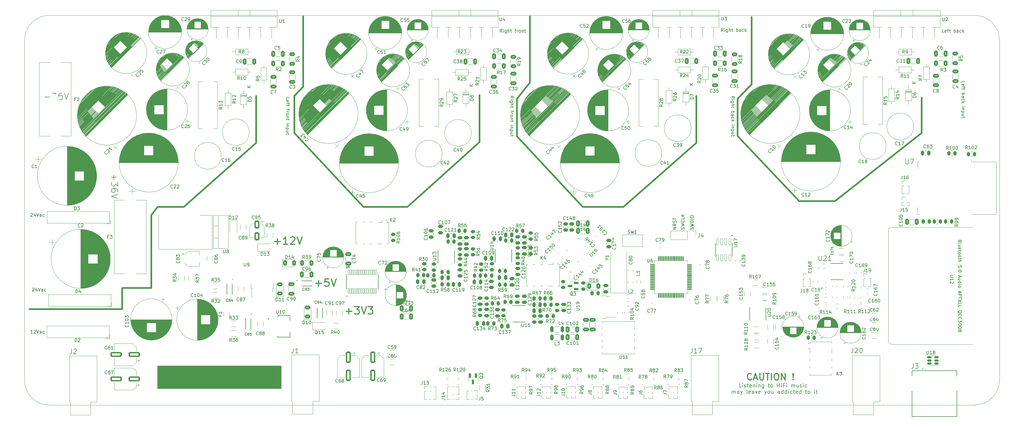
<source format=gto>
G04 #@! TF.GenerationSoftware,KiCad,Pcbnew,(6.0.0)*
G04 #@! TF.CreationDate,2022-01-30T16:53:22+01:00*
G04 #@! TF.ProjectId,block-sch,626c6f63-6b2d-4736-9368-2e6b69636164,rev?*
G04 #@! TF.SameCoordinates,Original*
G04 #@! TF.FileFunction,Legend,Top*
G04 #@! TF.FilePolarity,Positive*
%FSLAX46Y46*%
G04 Gerber Fmt 4.6, Leading zero omitted, Abs format (unit mm)*
G04 Created by KiCad (PCBNEW (6.0.0)) date 2022-01-30 16:53:22*
%MOMM*%
%LPD*%
G01*
G04 APERTURE LIST*
G04 Aperture macros list*
%AMRoundRect*
0 Rectangle with rounded corners*
0 $1 Rounding radius*
0 $2 $3 $4 $5 $6 $7 $8 $9 X,Y pos of 4 corners*
0 Add a 4 corners polygon primitive as box body*
4,1,4,$2,$3,$4,$5,$6,$7,$8,$9,$2,$3,0*
0 Add four circle primitives for the rounded corners*
1,1,$1+$1,$2,$3*
1,1,$1+$1,$4,$5*
1,1,$1+$1,$6,$7*
1,1,$1+$1,$8,$9*
0 Add four rect primitives between the rounded corners*
20,1,$1+$1,$2,$3,$4,$5,0*
20,1,$1+$1,$4,$5,$6,$7,0*
20,1,$1+$1,$6,$7,$8,$9,0*
20,1,$1+$1,$8,$9,$2,$3,0*%
%AMRotRect*
0 Rectangle, with rotation*
0 The origin of the aperture is its center*
0 $1 length*
0 $2 width*
0 $3 Rotation angle, in degrees counterclockwise*
0 Add horizontal line*
21,1,$1,$2,0,0,$3*%
%AMOutline4P*
0 Free polygon, 4 corners , with rotation*
0 The origin of the aperture is its center*
0 number of corners: always 4*
0 $1 to $8 corner X, Y*
0 $9 Rotation angle, in degrees counterclockwise*
0 create outline with 4 corners*
4,1,4,$1,$2,$3,$4,$5,$6,$7,$8,$1,$2,$9*%
G04 Aperture macros list end*
%ADD10C,0.150000*%
%ADD11C,0.200000*%
%ADD12C,0.500000*%
%ADD13C,0.050000*%
G04 #@! TA.AperFunction,Profile*
%ADD14C,0.100000*%
G04 #@! TD*
%ADD15C,0.300000*%
%ADD16C,0.120000*%
%ADD17C,0.127000*%
%ADD18C,0.100000*%
%ADD19RotRect,1.600000X1.600000X135.000000*%
%ADD20C,1.600000*%
%ADD21RotRect,2.000000X2.000000X135.000000*%
%ADD22C,2.000000*%
%ADD23RoundRect,0.250000X-0.650000X0.325000X-0.650000X-0.325000X0.650000X-0.325000X0.650000X0.325000X0*%
%ADD24R,2.400000X2.400000*%
%ADD25C,2.400000*%
%ADD26RoundRect,0.250000X0.325000X0.650000X-0.325000X0.650000X-0.325000X-0.650000X0.325000X-0.650000X0*%
%ADD27RoundRect,0.250000X0.650000X-0.325000X0.650000X0.325000X-0.650000X0.325000X-0.650000X-0.325000X0*%
%ADD28RoundRect,0.250000X-0.325000X-0.650000X0.325000X-0.650000X0.325000X0.650000X-0.325000X0.650000X0*%
%ADD29RotRect,2.400000X2.400000X135.000000*%
%ADD30R,2.000000X2.000000*%
%ADD31R,1.600000X1.600000*%
%ADD32R,1.500000X1.500000*%
%ADD33O,1.500000X1.500000*%
%ADD34RoundRect,0.250000X-0.312500X-0.625000X0.312500X-0.625000X0.312500X0.625000X-0.312500X0.625000X0*%
%ADD35RoundRect,0.250000X-0.625000X0.312500X-0.625000X-0.312500X0.625000X-0.312500X0.625000X0.312500X0*%
%ADD36C,1.400000*%
%ADD37O,1.400000X1.400000*%
%ADD38C,2.800000*%
%ADD39O,2.800000X2.800000*%
%ADD40R,1.800000X1.800000*%
%ADD41O,1.800000X1.800000*%
%ADD42RoundRect,0.020500X0.184500X-0.759500X0.184500X0.759500X-0.184500X0.759500X-0.184500X-0.759500X0*%
%ADD43R,1.150000X1.800000*%
%ADD44RoundRect,0.250000X1.500000X0.550000X-1.500000X0.550000X-1.500000X-0.550000X1.500000X-0.550000X0*%
%ADD45RoundRect,0.250000X-0.550000X1.500000X-0.550000X-1.500000X0.550000X-1.500000X0.550000X1.500000X0*%
%ADD46R,1.450000X1.000000*%
%ADD47R,1.000000X1.450000*%
%ADD48RoundRect,0.150000X-0.150000X0.587500X-0.150000X-0.587500X0.150000X-0.587500X0.150000X0.587500X0*%
%ADD49R,1.750000X1.125000*%
%ADD50RoundRect,0.075000X-0.700000X-0.075000X0.700000X-0.075000X0.700000X0.075000X-0.700000X0.075000X0*%
%ADD51RoundRect,0.075000X-0.075000X-0.700000X0.075000X-0.700000X0.075000X0.700000X-0.075000X0.700000X0*%
%ADD52R,2.000000X4.500000*%
%ADD53R,2.600000X1.600000*%
%ADD54R,1.200000X2.000000*%
%ADD55R,1.800000X1.150000*%
%ADD56Outline4P,-0.575000X-0.900000X0.575000X-0.900000X0.575000X0.900000X-0.575000X0.900000X270.000000*%
%ADD57Outline4P,-0.575000X-0.900000X0.575000X-0.900000X0.575000X0.900000X-0.575000X0.900000X90.000000*%
%ADD58R,2.000000X1.200000*%
%ADD59RoundRect,0.250000X-0.550000X1.050000X-0.550000X-1.050000X0.550000X-1.050000X0.550000X1.050000X0*%
%ADD60Outline4P,-0.625000X-0.875000X0.625000X-0.875000X0.625000X0.875000X-0.625000X0.875000X0.000000*%
%ADD61RoundRect,0.250000X-0.375000X-0.625000X0.375000X-0.625000X0.375000X0.625000X-0.375000X0.625000X0*%
%ADD62R,1.250000X1.750000*%
%ADD63R,1.200000X0.875000*%
%ADD64R,0.875000X1.200000*%
%ADD65RoundRect,0.250000X0.275000X0.700000X-0.275000X0.700000X-0.275000X-0.700000X0.275000X-0.700000X0*%
%ADD66R,1.125000X1.750000*%
%ADD67Outline4P,-0.562500X-0.875000X0.562500X-0.875000X0.562500X0.875000X-0.562500X0.875000X90.000000*%
%ADD68R,2.000000X1.905000*%
%ADD69O,2.000000X1.905000*%
%ADD70R,1.200000X2.200000*%
%ADD71R,5.800000X6.400000*%
%ADD72R,1.860000X0.900000*%
%ADD73R,1.860000X3.190000*%
%ADD74O,2.524000X1.200000*%
%ADD75C,0.800000*%
%ADD76C,6.000000*%
%ADD77R,1.000000X2.500000*%
%ADD78R,1.800000X1.000000*%
%ADD79Outline4P,-0.512500X-0.700000X0.512500X-0.700000X0.512500X0.700000X-0.512500X0.700000X180.000000*%
%ADD80R,1.025000X1.400000*%
%ADD81RoundRect,0.250000X0.625000X-0.375000X0.625000X0.375000X-0.625000X0.375000X-0.625000X-0.375000X0*%
%ADD82RoundRect,0.250000X-0.250000X-0.475000X0.250000X-0.475000X0.250000X0.475000X-0.250000X0.475000X0*%
%ADD83RoundRect,0.250000X0.475000X-0.250000X0.475000X0.250000X-0.475000X0.250000X-0.475000X-0.250000X0*%
%ADD84R,1.970000X0.600000*%
%ADD85RoundRect,0.250000X-0.262500X-0.450000X0.262500X-0.450000X0.262500X0.450000X-0.262500X0.450000X0*%
%ADD86RoundRect,0.250000X0.262500X0.450000X-0.262500X0.450000X-0.262500X-0.450000X0.262500X-0.450000X0*%
%ADD87RoundRect,0.250000X0.450000X-0.262500X0.450000X0.262500X-0.450000X0.262500X-0.450000X-0.262500X0*%
%ADD88R,1.000000X1.000000*%
%ADD89O,1.000000X1.000000*%
%ADD90R,1.400000X1.025000*%
%ADD91RoundRect,0.250000X-0.450000X0.262500X-0.450000X-0.262500X0.450000X-0.262500X0.450000X0.262500X0*%
%ADD92RoundRect,0.062500X0.220971X0.309359X-0.309359X-0.220971X-0.220971X-0.309359X0.309359X0.220971X0*%
%ADD93RoundRect,0.062500X-0.220971X0.309359X-0.309359X0.220971X0.220971X-0.309359X0.309359X-0.220971X0*%
%ADD94RotRect,3.450000X3.450000X225.000000*%
%ADD95RoundRect,0.250000X-0.512652X-0.159099X-0.159099X-0.512652X0.512652X0.159099X0.159099X0.512652X0*%
%ADD96RoundRect,0.250000X-0.475000X0.250000X-0.475000X-0.250000X0.475000X-0.250000X0.475000X0.250000X0*%
%ADD97C,2.700000*%
%ADD98C,3.000000*%
%ADD99Outline4P,-0.512500X-0.700000X0.512500X-0.700000X0.512500X0.700000X-0.512500X0.700000X0.000000*%
%ADD100R,2.200000X1.200000*%
%ADD101R,6.400000X5.800000*%
%ADD102R,0.600000X1.970000*%
%ADD103C,1.800000*%
%ADD104RoundRect,0.150000X0.512500X0.150000X-0.512500X0.150000X-0.512500X-0.150000X0.512500X-0.150000X0*%
%ADD105O,2.800000X1.800000*%
%ADD106RoundRect,0.250000X0.159099X-0.512652X0.512652X-0.159099X-0.159099X0.512652X-0.512652X0.159099X0*%
%ADD107R,0.800000X1.800000*%
%ADD108RoundRect,0.250000X-0.159099X0.512652X-0.512652X0.159099X0.159099X-0.512652X0.512652X-0.159099X0*%
%ADD109RoundRect,0.042000X-0.258000X0.943000X-0.258000X-0.943000X0.258000X-0.943000X0.258000X0.943000X0*%
%ADD110RoundRect,0.150000X0.587500X0.150000X-0.587500X0.150000X-0.587500X-0.150000X0.587500X-0.150000X0*%
%ADD111R,1.800000X0.800000*%
%ADD112R,1.750000X1.250000*%
%ADD113RoundRect,0.250000X0.250000X0.475000X-0.250000X0.475000X-0.250000X-0.475000X0.250000X-0.475000X0*%
%ADD114R,1.700000X1.700000*%
%ADD115O,1.700000X1.700000*%
%ADD116R,2.180000X1.600000*%
%ADD117R,1.428000X1.428000*%
%ADD118C,1.428000*%
%ADD119C,3.276000*%
G04 APERTURE END LIST*
D10*
X139000000Y-205000000D02*
X101000000Y-205000000D01*
X101000000Y-205000000D02*
X101000000Y-198000000D01*
X101000000Y-198000000D02*
X139000000Y-198000000D01*
X139000000Y-198000000D02*
X139000000Y-205000000D01*
G36*
X139000000Y-205000000D02*
G01*
X101000000Y-205000000D01*
X101000000Y-198000000D01*
X139000000Y-198000000D01*
X139000000Y-205000000D01*
G37*
X139000000Y-205000000D02*
X101000000Y-205000000D01*
X101000000Y-198000000D01*
X139000000Y-198000000D01*
X139000000Y-205000000D01*
D11*
X102501130Y-199723333D02*
X103453511Y-199723333D01*
X102239226Y-200294761D02*
X103155892Y-198294761D01*
X103572559Y-200294761D01*
X104239226Y-200294761D02*
X104405892Y-198961428D01*
X104382083Y-199151904D02*
X104489226Y-199056666D01*
X104691607Y-198961428D01*
X104977321Y-198961428D01*
X105155892Y-199056666D01*
X105227321Y-199247142D01*
X105096369Y-200294761D01*
X105227321Y-199247142D02*
X105346369Y-199056666D01*
X105548750Y-198961428D01*
X105834464Y-198961428D01*
X106013035Y-199056666D01*
X106084464Y-199247142D01*
X105953511Y-200294761D01*
X107072559Y-198961428D02*
X106822559Y-200961428D01*
X107060654Y-199056666D02*
X107263035Y-198961428D01*
X107643988Y-198961428D01*
X107822559Y-199056666D01*
X107905892Y-199151904D01*
X107977321Y-199342380D01*
X107905892Y-199913809D01*
X107786845Y-200104285D01*
X107679702Y-200199523D01*
X107477321Y-200294761D01*
X107096369Y-200294761D01*
X106917797Y-200199523D01*
X109001130Y-200294761D02*
X108822559Y-200199523D01*
X108751130Y-200009047D01*
X108965416Y-198294761D01*
X109763035Y-200294761D02*
X109929702Y-198961428D01*
X110013035Y-198294761D02*
X109905892Y-198390000D01*
X109989226Y-198485238D01*
X110096369Y-198390000D01*
X110013035Y-198294761D01*
X109989226Y-198485238D01*
X110596369Y-198961428D02*
X111358273Y-198961428D01*
X110965416Y-198294761D02*
X110751130Y-200009047D01*
X110822559Y-200199523D01*
X111001130Y-200294761D01*
X111191607Y-200294761D01*
X112882083Y-198961428D02*
X112715416Y-200294761D01*
X112024940Y-198961428D02*
X111893988Y-200009047D01*
X111965416Y-200199523D01*
X112143988Y-200294761D01*
X112429702Y-200294761D01*
X112632083Y-200199523D01*
X112739226Y-200104285D01*
X113834464Y-198961428D02*
X113667797Y-200294761D01*
X113810654Y-199151904D02*
X113917797Y-199056666D01*
X114120178Y-198961428D01*
X114405892Y-198961428D01*
X114584464Y-199056666D01*
X114655892Y-199247142D01*
X114524940Y-200294761D01*
X116251130Y-200199523D02*
X116048750Y-200294761D01*
X115667797Y-200294761D01*
X115489226Y-200199523D01*
X115417797Y-200009047D01*
X115513035Y-199247142D01*
X115632083Y-199056666D01*
X115834464Y-198961428D01*
X116215416Y-198961428D01*
X116393988Y-199056666D01*
X116465416Y-199247142D01*
X116441607Y-199437619D01*
X115465416Y-199628095D01*
X117191607Y-200294761D02*
X117358273Y-198961428D01*
X117310654Y-199342380D02*
X117429702Y-199151904D01*
X117536845Y-199056666D01*
X117739226Y-198961428D01*
X117929702Y-198961428D01*
X120810654Y-200294761D02*
X121060654Y-198294761D01*
X120822559Y-200199523D02*
X120620178Y-200294761D01*
X120239226Y-200294761D01*
X120060654Y-200199523D01*
X119977321Y-200104285D01*
X119905892Y-199913809D01*
X119977321Y-199342380D01*
X120096369Y-199151904D01*
X120203511Y-199056666D01*
X120405892Y-198961428D01*
X120786845Y-198961428D01*
X120965416Y-199056666D01*
X122536845Y-200199523D02*
X122334464Y-200294761D01*
X121953511Y-200294761D01*
X121774940Y-200199523D01*
X121703511Y-200009047D01*
X121798750Y-199247142D01*
X121917797Y-199056666D01*
X122120178Y-198961428D01*
X122501130Y-198961428D01*
X122679702Y-199056666D01*
X122751130Y-199247142D01*
X122727321Y-199437619D01*
X121751130Y-199628095D01*
X123393988Y-200199523D02*
X123572559Y-200294761D01*
X123953511Y-200294761D01*
X124155892Y-200199523D01*
X124274940Y-200009047D01*
X124286845Y-199913809D01*
X124215416Y-199723333D01*
X124036845Y-199628095D01*
X123751130Y-199628095D01*
X123572559Y-199532857D01*
X123501130Y-199342380D01*
X123513035Y-199247142D01*
X123632083Y-199056666D01*
X123834464Y-198961428D01*
X124120178Y-198961428D01*
X124298750Y-199056666D01*
X125096369Y-200294761D02*
X125263035Y-198961428D01*
X125346369Y-198294761D02*
X125239226Y-198390000D01*
X125322559Y-198485238D01*
X125429702Y-198390000D01*
X125346369Y-198294761D01*
X125322559Y-198485238D01*
X127072559Y-198961428D02*
X126870178Y-200580476D01*
X126751130Y-200770952D01*
X126643988Y-200866190D01*
X126441607Y-200961428D01*
X126155892Y-200961428D01*
X125977321Y-200866190D01*
X126917797Y-200199523D02*
X126715416Y-200294761D01*
X126334464Y-200294761D01*
X126155892Y-200199523D01*
X126072559Y-200104285D01*
X126001130Y-199913809D01*
X126072559Y-199342380D01*
X126191607Y-199151904D01*
X126298750Y-199056666D01*
X126501130Y-198961428D01*
X126882083Y-198961428D01*
X127060654Y-199056666D01*
X128024940Y-198961428D02*
X127858273Y-200294761D01*
X128001130Y-199151904D02*
X128108273Y-199056666D01*
X128310654Y-198961428D01*
X128596369Y-198961428D01*
X128774940Y-199056666D01*
X128846369Y-199247142D01*
X128715416Y-200294761D01*
X130441607Y-200199523D02*
X130239226Y-200294761D01*
X129858273Y-200294761D01*
X129679702Y-200199523D01*
X129608273Y-200009047D01*
X129703511Y-199247142D01*
X129822559Y-199056666D01*
X130024940Y-198961428D01*
X130405892Y-198961428D01*
X130584464Y-199056666D01*
X130655892Y-199247142D01*
X130632083Y-199437619D01*
X129655892Y-199628095D01*
X132239226Y-200294761D02*
X132489226Y-198294761D01*
X132251130Y-200199523D02*
X132048750Y-200294761D01*
X131667797Y-200294761D01*
X131489226Y-200199523D01*
X131405892Y-200104285D01*
X131334464Y-199913809D01*
X131405892Y-199342380D01*
X131524940Y-199151904D01*
X131632083Y-199056666D01*
X131834464Y-198961428D01*
X132215416Y-198961428D01*
X132393988Y-199056666D01*
X134715416Y-200294761D02*
X134965416Y-198294761D01*
X134870178Y-199056666D02*
X135072559Y-198961428D01*
X135453511Y-198961428D01*
X135632083Y-199056666D01*
X135715416Y-199151904D01*
X135786845Y-199342380D01*
X135715416Y-199913809D01*
X135596369Y-200104285D01*
X135489226Y-200199523D01*
X135286845Y-200294761D01*
X134905892Y-200294761D01*
X134727321Y-200199523D01*
X136501130Y-198961428D02*
X136810654Y-200294761D01*
X137453511Y-198961428D02*
X136810654Y-200294761D01*
X136560654Y-200770952D01*
X136453511Y-200866190D01*
X136251130Y-200961428D01*
X101620178Y-203514761D02*
X101870178Y-201514761D01*
X102358273Y-202943333D01*
X103203511Y-201514761D01*
X102953511Y-203514761D01*
X104763035Y-203514761D02*
X104893988Y-202467142D01*
X104822559Y-202276666D01*
X104643988Y-202181428D01*
X104263035Y-202181428D01*
X104060654Y-202276666D01*
X104774940Y-203419523D02*
X104572559Y-203514761D01*
X104096369Y-203514761D01*
X103917797Y-203419523D01*
X103846369Y-203229047D01*
X103870178Y-203038571D01*
X103989226Y-202848095D01*
X104191607Y-202752857D01*
X104667797Y-202752857D01*
X104870178Y-202657619D01*
X106584464Y-203419523D02*
X106382083Y-203514761D01*
X106001130Y-203514761D01*
X105822559Y-203419523D01*
X105739226Y-203324285D01*
X105667797Y-203133809D01*
X105739226Y-202562380D01*
X105858273Y-202371904D01*
X105965416Y-202276666D01*
X106167797Y-202181428D01*
X106548750Y-202181428D01*
X106727321Y-202276666D01*
X107429702Y-203514761D02*
X107596369Y-202181428D01*
X107679702Y-201514761D02*
X107572559Y-201610000D01*
X107655892Y-201705238D01*
X107763035Y-201610000D01*
X107679702Y-201514761D01*
X107655892Y-201705238D01*
X109155892Y-203419523D02*
X108953511Y-203514761D01*
X108572559Y-203514761D01*
X108393988Y-203419523D01*
X108322559Y-203229047D01*
X108417797Y-202467142D01*
X108536845Y-202276666D01*
X108739226Y-202181428D01*
X109120178Y-202181428D01*
X109298750Y-202276666D01*
X109370178Y-202467142D01*
X109346369Y-202657619D01*
X108370178Y-202848095D01*
X110263035Y-202181428D02*
X110048750Y-203895714D01*
X109929702Y-204086190D01*
X109727321Y-204181428D01*
X109632083Y-204181428D01*
X110346369Y-201514761D02*
X110239226Y-201610000D01*
X110322559Y-201705238D01*
X110429702Y-201610000D01*
X110346369Y-201514761D01*
X110322559Y-201705238D01*
X112572559Y-203514761D02*
X112822559Y-201514761D01*
X113715416Y-203514761D02*
X113001130Y-202371904D01*
X113965416Y-201514761D02*
X112679702Y-202657619D01*
X114858273Y-203514761D02*
X114679702Y-203419523D01*
X114596369Y-203324285D01*
X114524940Y-203133809D01*
X114596369Y-202562380D01*
X114715416Y-202371904D01*
X114822559Y-202276666D01*
X115024940Y-202181428D01*
X115310654Y-202181428D01*
X115489226Y-202276666D01*
X115572559Y-202371904D01*
X115643988Y-202562380D01*
X115572559Y-203133809D01*
X115453511Y-203324285D01*
X115346369Y-203419523D01*
X115143988Y-203514761D01*
X114858273Y-203514761D01*
X116263035Y-202181428D02*
X117024940Y-202181428D01*
X116632083Y-201514761D02*
X116417797Y-203229047D01*
X116489226Y-203419523D01*
X116667797Y-203514761D01*
X116858273Y-203514761D01*
X117810654Y-203514761D02*
X117632083Y-203419523D01*
X117548750Y-203324285D01*
X117477321Y-203133809D01*
X117548750Y-202562380D01*
X117667797Y-202371904D01*
X117774940Y-202276666D01*
X117977321Y-202181428D01*
X118263035Y-202181428D01*
X118441607Y-202276666D01*
X118524940Y-202371904D01*
X118596369Y-202562380D01*
X118524940Y-203133809D01*
X118405892Y-203324285D01*
X118298750Y-203419523D01*
X118096369Y-203514761D01*
X117810654Y-203514761D01*
X119310654Y-202181428D02*
X119524940Y-203514761D01*
X120024940Y-202562380D01*
X120286845Y-203514761D01*
X120834464Y-202181428D01*
X121429702Y-203514761D02*
X121596369Y-202181428D01*
X121679702Y-201514761D02*
X121572559Y-201610000D01*
X121655892Y-201705238D01*
X121763035Y-201610000D01*
X121679702Y-201514761D01*
X121655892Y-201705238D01*
X123251130Y-203419523D02*
X123048749Y-203514761D01*
X122667797Y-203514761D01*
X122489226Y-203419523D01*
X122405892Y-203324285D01*
X122334464Y-203133809D01*
X122405892Y-202562380D01*
X122524940Y-202371904D01*
X122632083Y-202276666D01*
X122834464Y-202181428D01*
X123215416Y-202181428D01*
X123393988Y-202276666D01*
X124072559Y-202181428D02*
X125120178Y-202181428D01*
X123905892Y-203514761D01*
X124953511Y-203514761D01*
X128596369Y-202562380D02*
X128513035Y-202467142D01*
X128334464Y-202371904D01*
X128143988Y-202371904D01*
X127941607Y-202467142D01*
X127834464Y-202562380D01*
X127715416Y-202752857D01*
X127691607Y-202943333D01*
X127763035Y-203133809D01*
X127846369Y-203229047D01*
X128024940Y-203324285D01*
X128215416Y-203324285D01*
X128417797Y-203229047D01*
X128524940Y-203133809D01*
X128620178Y-202371904D02*
X128524940Y-203133809D01*
X128608273Y-203229047D01*
X128703511Y-203229047D01*
X128905892Y-203133809D01*
X129024940Y-202943333D01*
X129084464Y-202467142D01*
X128929702Y-202181428D01*
X128667797Y-201990952D01*
X128298749Y-201895714D01*
X127905892Y-201990952D01*
X127596369Y-202181428D01*
X127370178Y-202467142D01*
X127227321Y-202848095D01*
X127274940Y-203229047D01*
X127429702Y-203514761D01*
X127691607Y-203705238D01*
X128060654Y-203800476D01*
X128453511Y-203705238D01*
X128763035Y-203514761D01*
X131465416Y-201705238D02*
X131572559Y-201610000D01*
X131774940Y-201514761D01*
X132251130Y-201514761D01*
X132429702Y-201610000D01*
X132513035Y-201705238D01*
X132584464Y-201895714D01*
X132560654Y-202086190D01*
X132429702Y-202371904D01*
X131143988Y-203514761D01*
X132382083Y-203514761D01*
X133870178Y-201514761D02*
X134060654Y-201514761D01*
X134239226Y-201610000D01*
X134322559Y-201705238D01*
X134393988Y-201895714D01*
X134441607Y-202276666D01*
X134382083Y-202752857D01*
X134239226Y-203133809D01*
X134120178Y-203324285D01*
X134013035Y-203419523D01*
X133810654Y-203514761D01*
X133620178Y-203514761D01*
X133441607Y-203419523D01*
X133358273Y-203324285D01*
X133286845Y-203133809D01*
X133239226Y-202752857D01*
X133298749Y-202276666D01*
X133441607Y-201895714D01*
X133560654Y-201705238D01*
X133667797Y-201610000D01*
X133870178Y-201514761D01*
X135274940Y-201705238D02*
X135382083Y-201610000D01*
X135584464Y-201514761D01*
X136060654Y-201514761D01*
X136239226Y-201610000D01*
X136322559Y-201705238D01*
X136393988Y-201895714D01*
X136370178Y-202086190D01*
X136239226Y-202371904D01*
X134953511Y-203514761D01*
X136191607Y-203514761D01*
X137179702Y-201705238D02*
X137286845Y-201610000D01*
X137489226Y-201514761D01*
X137965416Y-201514761D01*
X138143988Y-201610000D01*
X138227321Y-201705238D01*
X138298750Y-201895714D01*
X138274940Y-202086190D01*
X138143988Y-202371904D01*
X136858273Y-203514761D01*
X138096369Y-203514761D01*
D12*
X109000000Y-149000000D02*
X131250000Y-129250000D01*
X211500000Y-115750000D02*
X214250000Y-112250000D01*
X101000000Y-149000000D02*
X109000000Y-149000000D01*
X177800000Y-149000000D02*
X200000000Y-129000000D01*
X231800000Y-149000000D02*
X244300000Y-149000000D01*
X298400000Y-147200000D02*
X309400000Y-147200000D01*
X164250000Y-149000000D02*
X177800000Y-149000000D01*
X231800000Y-149000000D02*
X211500000Y-127250000D01*
D13*
X101350000Y-151500000D02*
X117750000Y-151500000D01*
D12*
X99000000Y-151500000D02*
X99000000Y-174000000D01*
D13*
X117750000Y-162000000D02*
X101350000Y-162000000D01*
X101250000Y-151550000D02*
X101250000Y-161900000D01*
D12*
X336100000Y-126200000D02*
X336100000Y-115300000D01*
X200000000Y-129000000D02*
X200000000Y-114500000D01*
D13*
X117750000Y-151500000D02*
X117750000Y-162000000D01*
D12*
X309400000Y-147200000D02*
X336100000Y-126200000D01*
X145750000Y-112000000D02*
X145750000Y-90250000D01*
X90000000Y-174000000D02*
X90000000Y-180500000D01*
X244300000Y-149000000D02*
X266750000Y-129250000D01*
X101000000Y-149000000D02*
X99000000Y-151500000D01*
X283750000Y-111250000D02*
X283750000Y-90500000D01*
X131250000Y-129250000D02*
X131250000Y-114750000D01*
X164250000Y-149000000D02*
X143000000Y-126250000D01*
X90000000Y-180500000D02*
X61500000Y-180500000D01*
X266750000Y-129250000D02*
X266750000Y-114750000D01*
D13*
X101250000Y-151550000D02*
X101350000Y-151500000D01*
D12*
X279437500Y-115687500D02*
X282250000Y-112750000D01*
X298400000Y-147200000D02*
X279437500Y-127187500D01*
X211500000Y-127250000D02*
X211500000Y-115750000D01*
D13*
X101350000Y-162000000D02*
X101250000Y-161900000D01*
D12*
X279437500Y-127187500D02*
X279437500Y-115687500D01*
X143000000Y-114750000D02*
X145750000Y-112000000D01*
X99000000Y-174000000D02*
X90000000Y-174000000D01*
X214250000Y-112250000D02*
X215500000Y-110750000D01*
X215500000Y-110750000D02*
X215500000Y-90250000D01*
X143000000Y-126250000D02*
X143000000Y-114750000D01*
X282250000Y-112750000D02*
X283750000Y-111250000D01*
D14*
X67500000Y-210000000D02*
X352500000Y-210000000D01*
X67500000Y-90000000D02*
G75*
G03*
X60000000Y-97500000I0J-7500000D01*
G01*
X60000000Y-97500000D02*
X60000000Y-202500000D01*
X352500000Y-210000000D02*
G75*
G03*
X360000000Y-202500000I0J7500000D01*
G01*
X360000000Y-202500000D02*
X360000000Y-97500000D01*
X360000000Y-97500000D02*
G75*
G03*
X352500000Y-90000000I-7500000J0D01*
G01*
X352500000Y-90000000D02*
X67500000Y-90000000D01*
X60000000Y-202500000D02*
G75*
G03*
X67500000Y-210000000I7500000J0D01*
G01*
D15*
X158947619Y-181164285D02*
X160700000Y-181164285D01*
X159823809Y-182040476D02*
X159823809Y-180288095D01*
X161576190Y-179740476D02*
X163000000Y-179740476D01*
X162233333Y-180616666D01*
X162561904Y-180616666D01*
X162780952Y-180726190D01*
X162890476Y-180835714D01*
X163000000Y-181054761D01*
X163000000Y-181602380D01*
X162890476Y-181821428D01*
X162780952Y-181930952D01*
X162561904Y-182040476D01*
X161904761Y-182040476D01*
X161685714Y-181930952D01*
X161576190Y-181821428D01*
X163657142Y-179740476D02*
X164423809Y-182040476D01*
X165190476Y-179740476D01*
X165738095Y-179740476D02*
X167161904Y-179740476D01*
X166395238Y-180616666D01*
X166723809Y-180616666D01*
X166942857Y-180726190D01*
X167052380Y-180835714D01*
X167161904Y-181054761D01*
X167161904Y-181602380D01*
X167052380Y-181821428D01*
X166942857Y-181930952D01*
X166723809Y-182040476D01*
X166066666Y-182040476D01*
X165847619Y-181930952D01*
X165738095Y-181821428D01*
D10*
X277547619Y-115500000D02*
X278023809Y-115166666D01*
X277547619Y-114928571D02*
X278547619Y-114928571D01*
X278547619Y-115309523D01*
X278500000Y-115404761D01*
X278452380Y-115452380D01*
X278357142Y-115500000D01*
X278214285Y-115500000D01*
X278119047Y-115452380D01*
X278071428Y-115404761D01*
X278023809Y-115309523D01*
X278023809Y-114928571D01*
X277547619Y-115928571D02*
X278214285Y-115928571D01*
X278547619Y-115928571D02*
X278500000Y-115880952D01*
X278452380Y-115928571D01*
X278500000Y-115976190D01*
X278547619Y-115928571D01*
X278452380Y-115928571D01*
X278214285Y-116833333D02*
X277404761Y-116833333D01*
X277309523Y-116785714D01*
X277261904Y-116738095D01*
X277214285Y-116642857D01*
X277214285Y-116500000D01*
X277261904Y-116404761D01*
X277595238Y-116833333D02*
X277547619Y-116738095D01*
X277547619Y-116547619D01*
X277595238Y-116452380D01*
X277642857Y-116404761D01*
X277738095Y-116357142D01*
X278023809Y-116357142D01*
X278119047Y-116404761D01*
X278166666Y-116452380D01*
X278214285Y-116547619D01*
X278214285Y-116738095D01*
X278166666Y-116833333D01*
X277547619Y-117309523D02*
X278547619Y-117309523D01*
X277547619Y-117738095D02*
X278071428Y-117738095D01*
X278166666Y-117690476D01*
X278214285Y-117595238D01*
X278214285Y-117452380D01*
X278166666Y-117357142D01*
X278119047Y-117309523D01*
X278214285Y-118071428D02*
X278214285Y-118452380D01*
X278547619Y-118214285D02*
X277690476Y-118214285D01*
X277595238Y-118261904D01*
X277547619Y-118357142D01*
X277547619Y-118452380D01*
X277547619Y-119547619D02*
X278547619Y-119547619D01*
X278166666Y-119547619D02*
X278214285Y-119642857D01*
X278214285Y-119833333D01*
X278166666Y-119928571D01*
X278119047Y-119976190D01*
X278023809Y-120023809D01*
X277738095Y-120023809D01*
X277642857Y-119976190D01*
X277595238Y-119928571D01*
X277547619Y-119833333D01*
X277547619Y-119642857D01*
X277595238Y-119547619D01*
X277547619Y-120880952D02*
X278071428Y-120880952D01*
X278166666Y-120833333D01*
X278214285Y-120738095D01*
X278214285Y-120547619D01*
X278166666Y-120452380D01*
X277595238Y-120880952D02*
X277547619Y-120785714D01*
X277547619Y-120547619D01*
X277595238Y-120452380D01*
X277690476Y-120404761D01*
X277785714Y-120404761D01*
X277880952Y-120452380D01*
X277928571Y-120547619D01*
X277928571Y-120785714D01*
X277976190Y-120880952D01*
X277595238Y-121785714D02*
X277547619Y-121690476D01*
X277547619Y-121500000D01*
X277595238Y-121404761D01*
X277642857Y-121357142D01*
X277738095Y-121309523D01*
X278023809Y-121309523D01*
X278119047Y-121357142D01*
X278166666Y-121404761D01*
X278214285Y-121500000D01*
X278214285Y-121690476D01*
X278166666Y-121785714D01*
X277547619Y-122214285D02*
X278547619Y-122214285D01*
X277928571Y-122309523D02*
X277547619Y-122595238D01*
X278214285Y-122595238D02*
X277833333Y-122214285D01*
X277547619Y-123785714D02*
X278214285Y-123785714D01*
X278547619Y-123785714D02*
X278500000Y-123738095D01*
X278452380Y-123785714D01*
X278500000Y-123833333D01*
X278547619Y-123785714D01*
X278452380Y-123785714D01*
X278214285Y-124261904D02*
X277547619Y-124261904D01*
X278119047Y-124261904D02*
X278166666Y-124309523D01*
X278214285Y-124404761D01*
X278214285Y-124547619D01*
X278166666Y-124642857D01*
X278071428Y-124690476D01*
X277547619Y-124690476D01*
X278214285Y-125166666D02*
X277214285Y-125166666D01*
X278166666Y-125166666D02*
X278214285Y-125261904D01*
X278214285Y-125452380D01*
X278166666Y-125547619D01*
X278119047Y-125595238D01*
X278023809Y-125642857D01*
X277738095Y-125642857D01*
X277642857Y-125595238D01*
X277595238Y-125547619D01*
X277547619Y-125452380D01*
X277547619Y-125261904D01*
X277595238Y-125166666D01*
X278214285Y-126500000D02*
X277547619Y-126500000D01*
X278214285Y-126071428D02*
X277690476Y-126071428D01*
X277595238Y-126119047D01*
X277547619Y-126214285D01*
X277547619Y-126357142D01*
X277595238Y-126452380D01*
X277642857Y-126500000D01*
X278214285Y-126833333D02*
X278214285Y-127214285D01*
X278547619Y-126976190D02*
X277690476Y-126976190D01*
X277595238Y-127023809D01*
X277547619Y-127119047D01*
X277547619Y-127214285D01*
D15*
X283692857Y-202114285D02*
X283597619Y-202209523D01*
X283311904Y-202304761D01*
X283121428Y-202304761D01*
X282835714Y-202209523D01*
X282645238Y-202019047D01*
X282550000Y-201828571D01*
X282454761Y-201447619D01*
X282454761Y-201161904D01*
X282550000Y-200780952D01*
X282645238Y-200590476D01*
X282835714Y-200400000D01*
X283121428Y-200304761D01*
X283311904Y-200304761D01*
X283597619Y-200400000D01*
X283692857Y-200495238D01*
X284454761Y-201733333D02*
X285407142Y-201733333D01*
X284264285Y-202304761D02*
X284930952Y-200304761D01*
X285597619Y-202304761D01*
X286264285Y-200304761D02*
X286264285Y-201923809D01*
X286359523Y-202114285D01*
X286454761Y-202209523D01*
X286645238Y-202304761D01*
X287026190Y-202304761D01*
X287216666Y-202209523D01*
X287311904Y-202114285D01*
X287407142Y-201923809D01*
X287407142Y-200304761D01*
X288073809Y-200304761D02*
X289216666Y-200304761D01*
X288645238Y-202304761D02*
X288645238Y-200304761D01*
X289883333Y-202304761D02*
X289883333Y-200304761D01*
X291216666Y-200304761D02*
X291597619Y-200304761D01*
X291788095Y-200400000D01*
X291978571Y-200590476D01*
X292073809Y-200971428D01*
X292073809Y-201638095D01*
X291978571Y-202019047D01*
X291788095Y-202209523D01*
X291597619Y-202304761D01*
X291216666Y-202304761D01*
X291026190Y-202209523D01*
X290835714Y-202019047D01*
X290740476Y-201638095D01*
X290740476Y-200971428D01*
X290835714Y-200590476D01*
X291026190Y-200400000D01*
X291216666Y-200304761D01*
X292930952Y-202304761D02*
X292930952Y-200304761D01*
X294073809Y-202304761D01*
X294073809Y-200304761D01*
X296550000Y-202114285D02*
X296645238Y-202209523D01*
X296550000Y-202304761D01*
X296454761Y-202209523D01*
X296550000Y-202114285D01*
X296550000Y-202304761D01*
X296550000Y-201542857D02*
X296454761Y-200400000D01*
X296550000Y-200304761D01*
X296645238Y-200400000D01*
X296550000Y-201542857D01*
X296550000Y-200304761D01*
D10*
X206964285Y-95202380D02*
X206630952Y-94726190D01*
X206392857Y-95202380D02*
X206392857Y-94202380D01*
X206773809Y-94202380D01*
X206869047Y-94250000D01*
X206916666Y-94297619D01*
X206964285Y-94392857D01*
X206964285Y-94535714D01*
X206916666Y-94630952D01*
X206869047Y-94678571D01*
X206773809Y-94726190D01*
X206392857Y-94726190D01*
X207392857Y-95202380D02*
X207392857Y-94535714D01*
X207392857Y-94202380D02*
X207345238Y-94250000D01*
X207392857Y-94297619D01*
X207440476Y-94250000D01*
X207392857Y-94202380D01*
X207392857Y-94297619D01*
X208297619Y-94535714D02*
X208297619Y-95345238D01*
X208250000Y-95440476D01*
X208202380Y-95488095D01*
X208107142Y-95535714D01*
X207964285Y-95535714D01*
X207869047Y-95488095D01*
X208297619Y-95154761D02*
X208202380Y-95202380D01*
X208011904Y-95202380D01*
X207916666Y-95154761D01*
X207869047Y-95107142D01*
X207821428Y-95011904D01*
X207821428Y-94726190D01*
X207869047Y-94630952D01*
X207916666Y-94583333D01*
X208011904Y-94535714D01*
X208202380Y-94535714D01*
X208297619Y-94583333D01*
X208773809Y-95202380D02*
X208773809Y-94202380D01*
X209202380Y-95202380D02*
X209202380Y-94678571D01*
X209154761Y-94583333D01*
X209059523Y-94535714D01*
X208916666Y-94535714D01*
X208821428Y-94583333D01*
X208773809Y-94630952D01*
X209535714Y-94535714D02*
X209916666Y-94535714D01*
X209678571Y-94202380D02*
X209678571Y-95059523D01*
X209726190Y-95154761D01*
X209821428Y-95202380D01*
X209916666Y-95202380D01*
X210869047Y-94535714D02*
X211250000Y-94535714D01*
X211011904Y-95202380D02*
X211011904Y-94345238D01*
X211059523Y-94250000D01*
X211154761Y-94202380D01*
X211250000Y-94202380D01*
X211583333Y-95202380D02*
X211583333Y-94535714D01*
X211583333Y-94726190D02*
X211630952Y-94630952D01*
X211678571Y-94583333D01*
X211773809Y-94535714D01*
X211869047Y-94535714D01*
X212345238Y-95202380D02*
X212250000Y-95154761D01*
X212202380Y-95107142D01*
X212154761Y-95011904D01*
X212154761Y-94726190D01*
X212202380Y-94630952D01*
X212250000Y-94583333D01*
X212345238Y-94535714D01*
X212488095Y-94535714D01*
X212583333Y-94583333D01*
X212630952Y-94630952D01*
X212678571Y-94726190D01*
X212678571Y-95011904D01*
X212630952Y-95107142D01*
X212583333Y-95154761D01*
X212488095Y-95202380D01*
X212345238Y-95202380D01*
X213107142Y-94535714D02*
X213107142Y-95202380D01*
X213107142Y-94630952D02*
X213154761Y-94583333D01*
X213250000Y-94535714D01*
X213392857Y-94535714D01*
X213488095Y-94583333D01*
X213535714Y-94678571D01*
X213535714Y-95202380D01*
X213869047Y-94535714D02*
X214250000Y-94535714D01*
X214011904Y-94202380D02*
X214011904Y-95059523D01*
X214059523Y-95154761D01*
X214154761Y-95202380D01*
X214250000Y-95202380D01*
X348447619Y-110828571D02*
X348447619Y-110352380D01*
X349447619Y-110352380D01*
X348495238Y-111542857D02*
X348447619Y-111447619D01*
X348447619Y-111257142D01*
X348495238Y-111161904D01*
X348590476Y-111114285D01*
X348971428Y-111114285D01*
X349066666Y-111161904D01*
X349114285Y-111257142D01*
X349114285Y-111447619D01*
X349066666Y-111542857D01*
X348971428Y-111590476D01*
X348876190Y-111590476D01*
X348780952Y-111114285D01*
X349114285Y-111876190D02*
X349114285Y-112257142D01*
X348447619Y-112019047D02*
X349304761Y-112019047D01*
X349400000Y-112066666D01*
X349447619Y-112161904D01*
X349447619Y-112257142D01*
X349114285Y-112447619D02*
X349114285Y-112828571D01*
X349447619Y-112590476D02*
X348590476Y-112590476D01*
X348495238Y-112638095D01*
X348447619Y-112733333D01*
X348447619Y-112828571D01*
X348447619Y-113923809D02*
X349447619Y-113923809D01*
X349066666Y-113923809D02*
X349114285Y-114019047D01*
X349114285Y-114209523D01*
X349066666Y-114304761D01*
X349019047Y-114352380D01*
X348923809Y-114400000D01*
X348638095Y-114400000D01*
X348542857Y-114352380D01*
X348495238Y-114304761D01*
X348447619Y-114209523D01*
X348447619Y-114019047D01*
X348495238Y-113923809D01*
X348447619Y-115257142D02*
X348971428Y-115257142D01*
X349066666Y-115209523D01*
X349114285Y-115114285D01*
X349114285Y-114923809D01*
X349066666Y-114828571D01*
X348495238Y-115257142D02*
X348447619Y-115161904D01*
X348447619Y-114923809D01*
X348495238Y-114828571D01*
X348590476Y-114780952D01*
X348685714Y-114780952D01*
X348780952Y-114828571D01*
X348828571Y-114923809D01*
X348828571Y-115161904D01*
X348876190Y-115257142D01*
X348495238Y-116161904D02*
X348447619Y-116066666D01*
X348447619Y-115876190D01*
X348495238Y-115780952D01*
X348542857Y-115733333D01*
X348638095Y-115685714D01*
X348923809Y-115685714D01*
X349019047Y-115733333D01*
X349066666Y-115780952D01*
X349114285Y-115876190D01*
X349114285Y-116066666D01*
X349066666Y-116161904D01*
X348447619Y-116590476D02*
X349447619Y-116590476D01*
X348828571Y-116685714D02*
X348447619Y-116971428D01*
X349114285Y-116971428D02*
X348733333Y-116590476D01*
X348447619Y-118161904D02*
X349114285Y-118161904D01*
X349447619Y-118161904D02*
X349400000Y-118114285D01*
X349352380Y-118161904D01*
X349400000Y-118209523D01*
X349447619Y-118161904D01*
X349352380Y-118161904D01*
X349114285Y-118638095D02*
X348447619Y-118638095D01*
X349019047Y-118638095D02*
X349066666Y-118685714D01*
X349114285Y-118780952D01*
X349114285Y-118923809D01*
X349066666Y-119019047D01*
X348971428Y-119066666D01*
X348447619Y-119066666D01*
X349114285Y-119542857D02*
X348114285Y-119542857D01*
X349066666Y-119542857D02*
X349114285Y-119638095D01*
X349114285Y-119828571D01*
X349066666Y-119923809D01*
X349019047Y-119971428D01*
X348923809Y-120019047D01*
X348638095Y-120019047D01*
X348542857Y-119971428D01*
X348495238Y-119923809D01*
X348447619Y-119828571D01*
X348447619Y-119638095D01*
X348495238Y-119542857D01*
X349114285Y-120876190D02*
X348447619Y-120876190D01*
X349114285Y-120447619D02*
X348590476Y-120447619D01*
X348495238Y-120495238D01*
X348447619Y-120590476D01*
X348447619Y-120733333D01*
X348495238Y-120828571D01*
X348542857Y-120876190D01*
X349114285Y-121209523D02*
X349114285Y-121590476D01*
X349447619Y-121352380D02*
X348590476Y-121352380D01*
X348495238Y-121400000D01*
X348447619Y-121495238D01*
X348447619Y-121590476D01*
X62500000Y-187952380D02*
X61928571Y-187952380D01*
X62214285Y-187952380D02*
X62214285Y-186952380D01*
X62119047Y-187095238D01*
X62023809Y-187190476D01*
X61928571Y-187238095D01*
X62880952Y-187047619D02*
X62928571Y-187000000D01*
X63023809Y-186952380D01*
X63261904Y-186952380D01*
X63357142Y-187000000D01*
X63404761Y-187047619D01*
X63452380Y-187142857D01*
X63452380Y-187238095D01*
X63404761Y-187380952D01*
X62833333Y-187952380D01*
X63452380Y-187952380D01*
X63738095Y-186952380D02*
X64071428Y-187952380D01*
X64404761Y-186952380D01*
X65166666Y-187952380D02*
X65166666Y-187428571D01*
X65119047Y-187333333D01*
X65023809Y-187285714D01*
X64833333Y-187285714D01*
X64738095Y-187333333D01*
X65166666Y-187904761D02*
X65071428Y-187952380D01*
X64833333Y-187952380D01*
X64738095Y-187904761D01*
X64690476Y-187809523D01*
X64690476Y-187714285D01*
X64738095Y-187619047D01*
X64833333Y-187571428D01*
X65071428Y-187571428D01*
X65166666Y-187523809D01*
X66071428Y-187904761D02*
X65976190Y-187952380D01*
X65785714Y-187952380D01*
X65690476Y-187904761D01*
X65642857Y-187857142D01*
X65595238Y-187761904D01*
X65595238Y-187476190D01*
X65642857Y-187380952D01*
X65690476Y-187333333D01*
X65785714Y-187285714D01*
X65976190Y-187285714D01*
X66071428Y-187333333D01*
D15*
X149642857Y-172564285D02*
X151395238Y-172564285D01*
X150519047Y-173440476D02*
X150519047Y-171688095D01*
X153585714Y-171140476D02*
X152490476Y-171140476D01*
X152380952Y-172235714D01*
X152490476Y-172126190D01*
X152709523Y-172016666D01*
X153257142Y-172016666D01*
X153476190Y-172126190D01*
X153585714Y-172235714D01*
X153695238Y-172454761D01*
X153695238Y-173002380D01*
X153585714Y-173221428D01*
X153476190Y-173330952D01*
X153257142Y-173440476D01*
X152709523Y-173440476D01*
X152490476Y-173330952D01*
X152380952Y-173221428D01*
X154352380Y-171140476D02*
X155119047Y-173440476D01*
X155885714Y-171140476D01*
D10*
X342940476Y-95202380D02*
X342464285Y-95202380D01*
X342464285Y-94202380D01*
X343654761Y-95154761D02*
X343559523Y-95202380D01*
X343369047Y-95202380D01*
X343273809Y-95154761D01*
X343226190Y-95059523D01*
X343226190Y-94678571D01*
X343273809Y-94583333D01*
X343369047Y-94535714D01*
X343559523Y-94535714D01*
X343654761Y-94583333D01*
X343702380Y-94678571D01*
X343702380Y-94773809D01*
X343226190Y-94869047D01*
X343988095Y-94535714D02*
X344369047Y-94535714D01*
X344130952Y-95202380D02*
X344130952Y-94345238D01*
X344178571Y-94250000D01*
X344273809Y-94202380D01*
X344369047Y-94202380D01*
X344559523Y-94535714D02*
X344940476Y-94535714D01*
X344702380Y-94202380D02*
X344702380Y-95059523D01*
X344750000Y-95154761D01*
X344845238Y-95202380D01*
X344940476Y-95202380D01*
X346035714Y-95202380D02*
X346035714Y-94202380D01*
X346035714Y-94583333D02*
X346130952Y-94535714D01*
X346321428Y-94535714D01*
X346416666Y-94583333D01*
X346464285Y-94630952D01*
X346511904Y-94726190D01*
X346511904Y-95011904D01*
X346464285Y-95107142D01*
X346416666Y-95154761D01*
X346321428Y-95202380D01*
X346130952Y-95202380D01*
X346035714Y-95154761D01*
X347369047Y-95202380D02*
X347369047Y-94678571D01*
X347321428Y-94583333D01*
X347226190Y-94535714D01*
X347035714Y-94535714D01*
X346940476Y-94583333D01*
X347369047Y-95154761D02*
X347273809Y-95202380D01*
X347035714Y-95202380D01*
X346940476Y-95154761D01*
X346892857Y-95059523D01*
X346892857Y-94964285D01*
X346940476Y-94869047D01*
X347035714Y-94821428D01*
X347273809Y-94821428D01*
X347369047Y-94773809D01*
X348273809Y-95154761D02*
X348178571Y-95202380D01*
X347988095Y-95202380D01*
X347892857Y-95154761D01*
X347845238Y-95107142D01*
X347797619Y-95011904D01*
X347797619Y-94726190D01*
X347845238Y-94630952D01*
X347892857Y-94583333D01*
X347988095Y-94535714D01*
X348178571Y-94535714D01*
X348273809Y-94583333D01*
X348702380Y-95202380D02*
X348702380Y-94202380D01*
X348797619Y-94821428D02*
X349083333Y-95202380D01*
X349083333Y-94535714D02*
X348702380Y-94916666D01*
X275011904Y-94952380D02*
X274678571Y-94476190D01*
X274440476Y-94952380D02*
X274440476Y-93952380D01*
X274821428Y-93952380D01*
X274916666Y-94000000D01*
X274964285Y-94047619D01*
X275011904Y-94142857D01*
X275011904Y-94285714D01*
X274964285Y-94380952D01*
X274916666Y-94428571D01*
X274821428Y-94476190D01*
X274440476Y-94476190D01*
X275440476Y-94952380D02*
X275440476Y-94285714D01*
X275440476Y-93952380D02*
X275392857Y-94000000D01*
X275440476Y-94047619D01*
X275488095Y-94000000D01*
X275440476Y-93952380D01*
X275440476Y-94047619D01*
X276345238Y-94285714D02*
X276345238Y-95095238D01*
X276297619Y-95190476D01*
X276250000Y-95238095D01*
X276154761Y-95285714D01*
X276011904Y-95285714D01*
X275916666Y-95238095D01*
X276345238Y-94904761D02*
X276250000Y-94952380D01*
X276059523Y-94952380D01*
X275964285Y-94904761D01*
X275916666Y-94857142D01*
X275869047Y-94761904D01*
X275869047Y-94476190D01*
X275916666Y-94380952D01*
X275964285Y-94333333D01*
X276059523Y-94285714D01*
X276250000Y-94285714D01*
X276345238Y-94333333D01*
X276821428Y-94952380D02*
X276821428Y-93952380D01*
X277250000Y-94952380D02*
X277250000Y-94428571D01*
X277202380Y-94333333D01*
X277107142Y-94285714D01*
X276964285Y-94285714D01*
X276869047Y-94333333D01*
X276821428Y-94380952D01*
X277583333Y-94285714D02*
X277964285Y-94285714D01*
X277726190Y-93952380D02*
X277726190Y-94809523D01*
X277773809Y-94904761D01*
X277869047Y-94952380D01*
X277964285Y-94952380D01*
X279059523Y-94952380D02*
X279059523Y-93952380D01*
X279059523Y-94333333D02*
X279154761Y-94285714D01*
X279345238Y-94285714D01*
X279440476Y-94333333D01*
X279488095Y-94380952D01*
X279535714Y-94476190D01*
X279535714Y-94761904D01*
X279488095Y-94857142D01*
X279440476Y-94904761D01*
X279345238Y-94952380D01*
X279154761Y-94952380D01*
X279059523Y-94904761D01*
X280392857Y-94952380D02*
X280392857Y-94428571D01*
X280345238Y-94333333D01*
X280250000Y-94285714D01*
X280059523Y-94285714D01*
X279964285Y-94333333D01*
X280392857Y-94904761D02*
X280297619Y-94952380D01*
X280059523Y-94952380D01*
X279964285Y-94904761D01*
X279916666Y-94809523D01*
X279916666Y-94714285D01*
X279964285Y-94619047D01*
X280059523Y-94571428D01*
X280297619Y-94571428D01*
X280392857Y-94523809D01*
X281297619Y-94904761D02*
X281202380Y-94952380D01*
X281011904Y-94952380D01*
X280916666Y-94904761D01*
X280869047Y-94857142D01*
X280821428Y-94761904D01*
X280821428Y-94476190D01*
X280869047Y-94380952D01*
X280916666Y-94333333D01*
X281011904Y-94285714D01*
X281202380Y-94285714D01*
X281297619Y-94333333D01*
X281726190Y-94952380D02*
X281726190Y-93952380D01*
X281821428Y-94571428D02*
X282107142Y-94952380D01*
X282107142Y-94285714D02*
X281726190Y-94666666D01*
X66226190Y-115142857D02*
X67750000Y-115142857D01*
X68511904Y-113904761D02*
X69750000Y-113904761D01*
X69083333Y-114666666D01*
X69369047Y-114666666D01*
X69559523Y-114761904D01*
X69654761Y-114857142D01*
X69750000Y-115047619D01*
X69750000Y-115523809D01*
X69654761Y-115714285D01*
X69559523Y-115809523D01*
X69369047Y-115904761D01*
X68797619Y-115904761D01*
X68607142Y-115809523D01*
X68511904Y-115714285D01*
X71464285Y-113904761D02*
X71083333Y-113904761D01*
X70892857Y-114000000D01*
X70797619Y-114095238D01*
X70607142Y-114380952D01*
X70511904Y-114761904D01*
X70511904Y-115523809D01*
X70607142Y-115714285D01*
X70702380Y-115809523D01*
X70892857Y-115904761D01*
X71273809Y-115904761D01*
X71464285Y-115809523D01*
X71559523Y-115714285D01*
X71654761Y-115523809D01*
X71654761Y-115047619D01*
X71559523Y-114857142D01*
X71464285Y-114761904D01*
X71273809Y-114666666D01*
X70892857Y-114666666D01*
X70702380Y-114761904D01*
X70607142Y-114857142D01*
X70511904Y-115047619D01*
X72226190Y-113904761D02*
X72892857Y-115904761D01*
X73559523Y-113904761D01*
X62428571Y-174047619D02*
X62476190Y-174000000D01*
X62571428Y-173952380D01*
X62809523Y-173952380D01*
X62904761Y-174000000D01*
X62952380Y-174047619D01*
X63000000Y-174142857D01*
X63000000Y-174238095D01*
X62952380Y-174380952D01*
X62380952Y-174952380D01*
X63000000Y-174952380D01*
X63857142Y-174285714D02*
X63857142Y-174952380D01*
X63619047Y-173904761D02*
X63380952Y-174619047D01*
X64000000Y-174619047D01*
X64238095Y-173952380D02*
X64571428Y-174952380D01*
X64904761Y-173952380D01*
X65666666Y-174952380D02*
X65666666Y-174428571D01*
X65619047Y-174333333D01*
X65523809Y-174285714D01*
X65333333Y-174285714D01*
X65238095Y-174333333D01*
X65666666Y-174904761D02*
X65571428Y-174952380D01*
X65333333Y-174952380D01*
X65238095Y-174904761D01*
X65190476Y-174809523D01*
X65190476Y-174714285D01*
X65238095Y-174619047D01*
X65333333Y-174571428D01*
X65571428Y-174571428D01*
X65666666Y-174523809D01*
X66571428Y-174904761D02*
X66476190Y-174952380D01*
X66285714Y-174952380D01*
X66190476Y-174904761D01*
X66142857Y-174857142D01*
X66095238Y-174761904D01*
X66095238Y-174476190D01*
X66142857Y-174380952D01*
X66190476Y-174333333D01*
X66285714Y-174285714D01*
X66476190Y-174285714D01*
X66571428Y-174333333D01*
D11*
X280571428Y-204576857D02*
X280000000Y-204576857D01*
X280000000Y-203376857D01*
X280971428Y-204576857D02*
X280971428Y-203776857D01*
X280971428Y-203376857D02*
X280914285Y-203434000D01*
X280971428Y-203491142D01*
X281028571Y-203434000D01*
X280971428Y-203376857D01*
X280971428Y-203491142D01*
X281485714Y-204519714D02*
X281600000Y-204576857D01*
X281828571Y-204576857D01*
X281942857Y-204519714D01*
X282000000Y-204405428D01*
X282000000Y-204348285D01*
X281942857Y-204234000D01*
X281828571Y-204176857D01*
X281657142Y-204176857D01*
X281542857Y-204119714D01*
X281485714Y-204005428D01*
X281485714Y-203948285D01*
X281542857Y-203834000D01*
X281657142Y-203776857D01*
X281828571Y-203776857D01*
X281942857Y-203834000D01*
X282342857Y-203776857D02*
X282800000Y-203776857D01*
X282514285Y-203376857D02*
X282514285Y-204405428D01*
X282571428Y-204519714D01*
X282685714Y-204576857D01*
X282800000Y-204576857D01*
X283657142Y-204519714D02*
X283542857Y-204576857D01*
X283314285Y-204576857D01*
X283200000Y-204519714D01*
X283142857Y-204405428D01*
X283142857Y-203948285D01*
X283200000Y-203834000D01*
X283314285Y-203776857D01*
X283542857Y-203776857D01*
X283657142Y-203834000D01*
X283714285Y-203948285D01*
X283714285Y-204062571D01*
X283142857Y-204176857D01*
X284228571Y-203776857D02*
X284228571Y-204576857D01*
X284228571Y-203891142D02*
X284285714Y-203834000D01*
X284400000Y-203776857D01*
X284571428Y-203776857D01*
X284685714Y-203834000D01*
X284742857Y-203948285D01*
X284742857Y-204576857D01*
X285314285Y-204576857D02*
X285314285Y-203776857D01*
X285314285Y-203376857D02*
X285257142Y-203434000D01*
X285314285Y-203491142D01*
X285371428Y-203434000D01*
X285314285Y-203376857D01*
X285314285Y-203491142D01*
X285885714Y-203776857D02*
X285885714Y-204576857D01*
X285885714Y-203891142D02*
X285942857Y-203834000D01*
X286057142Y-203776857D01*
X286228571Y-203776857D01*
X286342857Y-203834000D01*
X286400000Y-203948285D01*
X286400000Y-204576857D01*
X287485714Y-203776857D02*
X287485714Y-204748285D01*
X287428571Y-204862571D01*
X287371428Y-204919714D01*
X287257142Y-204976857D01*
X287085714Y-204976857D01*
X286971428Y-204919714D01*
X287485714Y-204519714D02*
X287371428Y-204576857D01*
X287142857Y-204576857D01*
X287028571Y-204519714D01*
X286971428Y-204462571D01*
X286914285Y-204348285D01*
X286914285Y-204005428D01*
X286971428Y-203891142D01*
X287028571Y-203834000D01*
X287142857Y-203776857D01*
X287371428Y-203776857D01*
X287485714Y-203834000D01*
X288800000Y-203776857D02*
X289257142Y-203776857D01*
X288971428Y-203376857D02*
X288971428Y-204405428D01*
X289028571Y-204519714D01*
X289142857Y-204576857D01*
X289257142Y-204576857D01*
X289828571Y-204576857D02*
X289714285Y-204519714D01*
X289657142Y-204462571D01*
X289600000Y-204348285D01*
X289600000Y-204005428D01*
X289657142Y-203891142D01*
X289714285Y-203834000D01*
X289828571Y-203776857D01*
X290000000Y-203776857D01*
X290114285Y-203834000D01*
X290171428Y-203891142D01*
X290228571Y-204005428D01*
X290228571Y-204348285D01*
X290171428Y-204462571D01*
X290114285Y-204519714D01*
X290000000Y-204576857D01*
X289828571Y-204576857D01*
X291657142Y-204576857D02*
X291657142Y-203376857D01*
X291657142Y-203948285D02*
X292342857Y-203948285D01*
X292342857Y-204576857D02*
X292342857Y-203376857D01*
X292914285Y-204576857D02*
X292914285Y-203776857D01*
X292914285Y-203376857D02*
X292857142Y-203434000D01*
X292914285Y-203491142D01*
X292971428Y-203434000D01*
X292914285Y-203376857D01*
X292914285Y-203491142D01*
X293885714Y-203948285D02*
X293485714Y-203948285D01*
X293485714Y-204576857D02*
X293485714Y-203376857D01*
X294057142Y-203376857D01*
X294514285Y-204576857D02*
X294514285Y-203776857D01*
X294514285Y-203376857D02*
X294457142Y-203434000D01*
X294514285Y-203491142D01*
X294571428Y-203434000D01*
X294514285Y-203376857D01*
X294514285Y-203491142D01*
X296000000Y-204576857D02*
X296000000Y-203776857D01*
X296000000Y-203891142D02*
X296057142Y-203834000D01*
X296171428Y-203776857D01*
X296342857Y-203776857D01*
X296457142Y-203834000D01*
X296514285Y-203948285D01*
X296514285Y-204576857D01*
X296514285Y-203948285D02*
X296571428Y-203834000D01*
X296685714Y-203776857D01*
X296857142Y-203776857D01*
X296971428Y-203834000D01*
X297028571Y-203948285D01*
X297028571Y-204576857D01*
X298114285Y-203776857D02*
X298114285Y-204576857D01*
X297600000Y-203776857D02*
X297600000Y-204405428D01*
X297657142Y-204519714D01*
X297771428Y-204576857D01*
X297942857Y-204576857D01*
X298057142Y-204519714D01*
X298114285Y-204462571D01*
X298628571Y-204519714D02*
X298742857Y-204576857D01*
X298971428Y-204576857D01*
X299085714Y-204519714D01*
X299142857Y-204405428D01*
X299142857Y-204348285D01*
X299085714Y-204234000D01*
X298971428Y-204176857D01*
X298800000Y-204176857D01*
X298685714Y-204119714D01*
X298628571Y-204005428D01*
X298628571Y-203948285D01*
X298685714Y-203834000D01*
X298800000Y-203776857D01*
X298971428Y-203776857D01*
X299085714Y-203834000D01*
X299657142Y-204576857D02*
X299657142Y-203776857D01*
X299657142Y-203376857D02*
X299600000Y-203434000D01*
X299657142Y-203491142D01*
X299714285Y-203434000D01*
X299657142Y-203376857D01*
X299657142Y-203491142D01*
X300742857Y-204519714D02*
X300628571Y-204576857D01*
X300400000Y-204576857D01*
X300285714Y-204519714D01*
X300228571Y-204462571D01*
X300171428Y-204348285D01*
X300171428Y-204005428D01*
X300228571Y-203891142D01*
X300285714Y-203834000D01*
X300400000Y-203776857D01*
X300628571Y-203776857D01*
X300742857Y-203834000D01*
X277771428Y-206508857D02*
X277771428Y-205708857D01*
X277771428Y-205823142D02*
X277828571Y-205766000D01*
X277942857Y-205708857D01*
X278114285Y-205708857D01*
X278228571Y-205766000D01*
X278285714Y-205880285D01*
X278285714Y-206508857D01*
X278285714Y-205880285D02*
X278342857Y-205766000D01*
X278457142Y-205708857D01*
X278628571Y-205708857D01*
X278742857Y-205766000D01*
X278800000Y-205880285D01*
X278800000Y-206508857D01*
X279885714Y-206508857D02*
X279885714Y-205880285D01*
X279828571Y-205766000D01*
X279714285Y-205708857D01*
X279485714Y-205708857D01*
X279371428Y-205766000D01*
X279885714Y-206451714D02*
X279771428Y-206508857D01*
X279485714Y-206508857D01*
X279371428Y-206451714D01*
X279314285Y-206337428D01*
X279314285Y-206223142D01*
X279371428Y-206108857D01*
X279485714Y-206051714D01*
X279771428Y-206051714D01*
X279885714Y-205994571D01*
X280342857Y-205708857D02*
X280628571Y-206508857D01*
X280914285Y-205708857D02*
X280628571Y-206508857D01*
X280514285Y-206794571D01*
X280457142Y-206851714D01*
X280342857Y-206908857D01*
X282457142Y-206508857D02*
X282342857Y-206451714D01*
X282285714Y-206337428D01*
X282285714Y-205308857D01*
X283371428Y-206451714D02*
X283257142Y-206508857D01*
X283028571Y-206508857D01*
X282914285Y-206451714D01*
X282857142Y-206337428D01*
X282857142Y-205880285D01*
X282914285Y-205766000D01*
X283028571Y-205708857D01*
X283257142Y-205708857D01*
X283371428Y-205766000D01*
X283428571Y-205880285D01*
X283428571Y-205994571D01*
X282857142Y-206108857D01*
X284457142Y-206508857D02*
X284457142Y-205880285D01*
X284400000Y-205766000D01*
X284285714Y-205708857D01*
X284057142Y-205708857D01*
X283942857Y-205766000D01*
X284457142Y-206451714D02*
X284342857Y-206508857D01*
X284057142Y-206508857D01*
X283942857Y-206451714D01*
X283885714Y-206337428D01*
X283885714Y-206223142D01*
X283942857Y-206108857D01*
X284057142Y-206051714D01*
X284342857Y-206051714D01*
X284457142Y-205994571D01*
X284914285Y-205708857D02*
X285200000Y-206508857D01*
X285485714Y-205708857D01*
X286400000Y-206451714D02*
X286285714Y-206508857D01*
X286057142Y-206508857D01*
X285942857Y-206451714D01*
X285885714Y-206337428D01*
X285885714Y-205880285D01*
X285942857Y-205766000D01*
X286057142Y-205708857D01*
X286285714Y-205708857D01*
X286400000Y-205766000D01*
X286457142Y-205880285D01*
X286457142Y-205994571D01*
X285885714Y-206108857D01*
X287771428Y-205708857D02*
X288057142Y-206508857D01*
X288342857Y-205708857D02*
X288057142Y-206508857D01*
X287942857Y-206794571D01*
X287885714Y-206851714D01*
X287771428Y-206908857D01*
X288971428Y-206508857D02*
X288857142Y-206451714D01*
X288800000Y-206394571D01*
X288742857Y-206280285D01*
X288742857Y-205937428D01*
X288800000Y-205823142D01*
X288857142Y-205766000D01*
X288971428Y-205708857D01*
X289142857Y-205708857D01*
X289257142Y-205766000D01*
X289314285Y-205823142D01*
X289371428Y-205937428D01*
X289371428Y-206280285D01*
X289314285Y-206394571D01*
X289257142Y-206451714D01*
X289142857Y-206508857D01*
X288971428Y-206508857D01*
X290400000Y-205708857D02*
X290400000Y-206508857D01*
X289885714Y-205708857D02*
X289885714Y-206337428D01*
X289942857Y-206451714D01*
X290057142Y-206508857D01*
X290228571Y-206508857D01*
X290342857Y-206451714D01*
X290400000Y-206394571D01*
X292400000Y-206508857D02*
X292400000Y-205880285D01*
X292342857Y-205766000D01*
X292228571Y-205708857D01*
X292000000Y-205708857D01*
X291885714Y-205766000D01*
X292400000Y-206451714D02*
X292285714Y-206508857D01*
X292000000Y-206508857D01*
X291885714Y-206451714D01*
X291828571Y-206337428D01*
X291828571Y-206223142D01*
X291885714Y-206108857D01*
X292000000Y-206051714D01*
X292285714Y-206051714D01*
X292400000Y-205994571D01*
X293485714Y-206508857D02*
X293485714Y-205308857D01*
X293485714Y-206451714D02*
X293371428Y-206508857D01*
X293142857Y-206508857D01*
X293028571Y-206451714D01*
X292971428Y-206394571D01*
X292914285Y-206280285D01*
X292914285Y-205937428D01*
X292971428Y-205823142D01*
X293028571Y-205766000D01*
X293142857Y-205708857D01*
X293371428Y-205708857D01*
X293485714Y-205766000D01*
X294571428Y-206508857D02*
X294571428Y-205308857D01*
X294571428Y-206451714D02*
X294457142Y-206508857D01*
X294228571Y-206508857D01*
X294114285Y-206451714D01*
X294057142Y-206394571D01*
X294000000Y-206280285D01*
X294000000Y-205937428D01*
X294057142Y-205823142D01*
X294114285Y-205766000D01*
X294228571Y-205708857D01*
X294457142Y-205708857D01*
X294571428Y-205766000D01*
X295142857Y-206508857D02*
X295142857Y-205708857D01*
X295142857Y-205308857D02*
X295085714Y-205366000D01*
X295142857Y-205423142D01*
X295200000Y-205366000D01*
X295142857Y-205308857D01*
X295142857Y-205423142D01*
X296228571Y-206451714D02*
X296114285Y-206508857D01*
X295885714Y-206508857D01*
X295771428Y-206451714D01*
X295714285Y-206394571D01*
X295657142Y-206280285D01*
X295657142Y-205937428D01*
X295714285Y-205823142D01*
X295771428Y-205766000D01*
X295885714Y-205708857D01*
X296114285Y-205708857D01*
X296228571Y-205766000D01*
X296571428Y-205708857D02*
X297028571Y-205708857D01*
X296742857Y-205308857D02*
X296742857Y-206337428D01*
X296800000Y-206451714D01*
X296914285Y-206508857D01*
X297028571Y-206508857D01*
X297885714Y-206451714D02*
X297771428Y-206508857D01*
X297542857Y-206508857D01*
X297428571Y-206451714D01*
X297371428Y-206337428D01*
X297371428Y-205880285D01*
X297428571Y-205766000D01*
X297542857Y-205708857D01*
X297771428Y-205708857D01*
X297885714Y-205766000D01*
X297942857Y-205880285D01*
X297942857Y-205994571D01*
X297371428Y-206108857D01*
X298971428Y-206508857D02*
X298971428Y-205308857D01*
X298971428Y-206451714D02*
X298857142Y-206508857D01*
X298628571Y-206508857D01*
X298514285Y-206451714D01*
X298457142Y-206394571D01*
X298400000Y-206280285D01*
X298400000Y-205937428D01*
X298457142Y-205823142D01*
X298514285Y-205766000D01*
X298628571Y-205708857D01*
X298857142Y-205708857D01*
X298971428Y-205766000D01*
X300285714Y-205708857D02*
X300742857Y-205708857D01*
X300457142Y-205308857D02*
X300457142Y-206337428D01*
X300514285Y-206451714D01*
X300628571Y-206508857D01*
X300742857Y-206508857D01*
X301314285Y-206508857D02*
X301200000Y-206451714D01*
X301142857Y-206394571D01*
X301085714Y-206280285D01*
X301085714Y-205937428D01*
X301142857Y-205823142D01*
X301200000Y-205766000D01*
X301314285Y-205708857D01*
X301485714Y-205708857D01*
X301600000Y-205766000D01*
X301657142Y-205823142D01*
X301714285Y-205937428D01*
X301714285Y-206280285D01*
X301657142Y-206394571D01*
X301600000Y-206451714D01*
X301485714Y-206508857D01*
X301314285Y-206508857D01*
X303142857Y-206508857D02*
X303142857Y-205708857D01*
X303142857Y-205308857D02*
X303085714Y-205366000D01*
X303142857Y-205423142D01*
X303200000Y-205366000D01*
X303142857Y-205308857D01*
X303142857Y-205423142D01*
X303542857Y-205708857D02*
X304000000Y-205708857D01*
X303714285Y-205308857D02*
X303714285Y-206337428D01*
X303771428Y-206451714D01*
X303885714Y-206508857D01*
X304000000Y-206508857D01*
D10*
X209547619Y-115452380D02*
X210023809Y-115119047D01*
X209547619Y-114880952D02*
X210547619Y-114880952D01*
X210547619Y-115261904D01*
X210500000Y-115357142D01*
X210452380Y-115404761D01*
X210357142Y-115452380D01*
X210214285Y-115452380D01*
X210119047Y-115404761D01*
X210071428Y-115357142D01*
X210023809Y-115261904D01*
X210023809Y-114880952D01*
X209547619Y-115880952D02*
X210214285Y-115880952D01*
X210547619Y-115880952D02*
X210500000Y-115833333D01*
X210452380Y-115880952D01*
X210500000Y-115928571D01*
X210547619Y-115880952D01*
X210452380Y-115880952D01*
X210214285Y-116785714D02*
X209404761Y-116785714D01*
X209309523Y-116738095D01*
X209261904Y-116690476D01*
X209214285Y-116595238D01*
X209214285Y-116452380D01*
X209261904Y-116357142D01*
X209595238Y-116785714D02*
X209547619Y-116690476D01*
X209547619Y-116500000D01*
X209595238Y-116404761D01*
X209642857Y-116357142D01*
X209738095Y-116309523D01*
X210023809Y-116309523D01*
X210119047Y-116357142D01*
X210166666Y-116404761D01*
X210214285Y-116500000D01*
X210214285Y-116690476D01*
X210166666Y-116785714D01*
X209547619Y-117261904D02*
X210547619Y-117261904D01*
X209547619Y-117690476D02*
X210071428Y-117690476D01*
X210166666Y-117642857D01*
X210214285Y-117547619D01*
X210214285Y-117404761D01*
X210166666Y-117309523D01*
X210119047Y-117261904D01*
X210214285Y-118023809D02*
X210214285Y-118404761D01*
X210547619Y-118166666D02*
X209690476Y-118166666D01*
X209595238Y-118214285D01*
X209547619Y-118309523D01*
X209547619Y-118404761D01*
X210214285Y-119357142D02*
X210214285Y-119738095D01*
X209547619Y-119500000D02*
X210404761Y-119500000D01*
X210500000Y-119547619D01*
X210547619Y-119642857D01*
X210547619Y-119738095D01*
X209547619Y-120071428D02*
X210214285Y-120071428D01*
X210023809Y-120071428D02*
X210119047Y-120119047D01*
X210166666Y-120166666D01*
X210214285Y-120261904D01*
X210214285Y-120357142D01*
X209547619Y-120833333D02*
X209595238Y-120738095D01*
X209642857Y-120690476D01*
X209738095Y-120642857D01*
X210023809Y-120642857D01*
X210119047Y-120690476D01*
X210166666Y-120738095D01*
X210214285Y-120833333D01*
X210214285Y-120976190D01*
X210166666Y-121071428D01*
X210119047Y-121119047D01*
X210023809Y-121166666D01*
X209738095Y-121166666D01*
X209642857Y-121119047D01*
X209595238Y-121071428D01*
X209547619Y-120976190D01*
X209547619Y-120833333D01*
X210214285Y-121595238D02*
X209547619Y-121595238D01*
X210119047Y-121595238D02*
X210166666Y-121642857D01*
X210214285Y-121738095D01*
X210214285Y-121880952D01*
X210166666Y-121976190D01*
X210071428Y-122023809D01*
X209547619Y-122023809D01*
X210214285Y-122357142D02*
X210214285Y-122738095D01*
X210547619Y-122500000D02*
X209690476Y-122500000D01*
X209595238Y-122547619D01*
X209547619Y-122642857D01*
X209547619Y-122738095D01*
X209547619Y-123833333D02*
X210214285Y-123833333D01*
X210547619Y-123833333D02*
X210500000Y-123785714D01*
X210452380Y-123833333D01*
X210500000Y-123880952D01*
X210547619Y-123833333D01*
X210452380Y-123833333D01*
X210214285Y-124309523D02*
X209547619Y-124309523D01*
X210119047Y-124309523D02*
X210166666Y-124357142D01*
X210214285Y-124452380D01*
X210214285Y-124595238D01*
X210166666Y-124690476D01*
X210071428Y-124738095D01*
X209547619Y-124738095D01*
X210214285Y-125214285D02*
X209214285Y-125214285D01*
X210166666Y-125214285D02*
X210214285Y-125309523D01*
X210214285Y-125500000D01*
X210166666Y-125595238D01*
X210119047Y-125642857D01*
X210023809Y-125690476D01*
X209738095Y-125690476D01*
X209642857Y-125642857D01*
X209595238Y-125595238D01*
X209547619Y-125500000D01*
X209547619Y-125309523D01*
X209595238Y-125214285D01*
X210214285Y-126547619D02*
X209547619Y-126547619D01*
X210214285Y-126119047D02*
X209690476Y-126119047D01*
X209595238Y-126166666D01*
X209547619Y-126261904D01*
X209547619Y-126404761D01*
X209595238Y-126500000D01*
X209642857Y-126547619D01*
X210214285Y-126880952D02*
X210214285Y-127261904D01*
X210547619Y-127023809D02*
X209690476Y-127023809D01*
X209595238Y-127071428D01*
X209547619Y-127166666D01*
X209547619Y-127261904D01*
X265804761Y-155919047D02*
X265852380Y-155776190D01*
X265852380Y-155538095D01*
X265804761Y-155442857D01*
X265757142Y-155395238D01*
X265661904Y-155347619D01*
X265566666Y-155347619D01*
X265471428Y-155395238D01*
X265423809Y-155442857D01*
X265376190Y-155538095D01*
X265328571Y-155728571D01*
X265280952Y-155823809D01*
X265233333Y-155871428D01*
X265138095Y-155919047D01*
X265042857Y-155919047D01*
X264947619Y-155871428D01*
X264900000Y-155823809D01*
X264852380Y-155728571D01*
X264852380Y-155490476D01*
X264900000Y-155347619D01*
X264852380Y-155014285D02*
X265852380Y-154776190D01*
X265138095Y-154585714D01*
X265852380Y-154395238D01*
X264852380Y-154157142D01*
X265852380Y-153776190D02*
X264852380Y-153776190D01*
X264852380Y-153538095D01*
X264900000Y-153395238D01*
X264995238Y-153300000D01*
X265090476Y-153252380D01*
X265280952Y-153204761D01*
X265423809Y-153204761D01*
X265614285Y-153252380D01*
X265709523Y-153300000D01*
X265804761Y-153395238D01*
X265852380Y-153538095D01*
X265852380Y-153776190D01*
X265852380Y-152776190D02*
X264852380Y-152776190D01*
X264852380Y-152109523D02*
X264852380Y-151919047D01*
X264900000Y-151823809D01*
X264995238Y-151728571D01*
X265185714Y-151680952D01*
X265519047Y-151680952D01*
X265709523Y-151728571D01*
X265804761Y-151823809D01*
X265852380Y-151919047D01*
X265852380Y-152109523D01*
X265804761Y-152204761D01*
X265709523Y-152300000D01*
X265519047Y-152347619D01*
X265185714Y-152347619D01*
X264995238Y-152300000D01*
X264900000Y-152204761D01*
X264852380Y-152109523D01*
D15*
X136947619Y-159664285D02*
X138700000Y-159664285D01*
X137823809Y-160540476D02*
X137823809Y-158788095D01*
X141000000Y-160540476D02*
X139685714Y-160540476D01*
X140342857Y-160540476D02*
X140342857Y-158240476D01*
X140123809Y-158569047D01*
X139904761Y-158788095D01*
X139685714Y-158897619D01*
X141876190Y-158459523D02*
X141985714Y-158350000D01*
X142204761Y-158240476D01*
X142752380Y-158240476D01*
X142971428Y-158350000D01*
X143080952Y-158459523D01*
X143190476Y-158678571D01*
X143190476Y-158897619D01*
X143080952Y-159226190D01*
X141766666Y-160540476D01*
X143190476Y-160540476D01*
X143847619Y-158240476D02*
X144614285Y-160540476D01*
X145380952Y-158240476D01*
D10*
X87457142Y-139076190D02*
X87457142Y-140600000D01*
X86695238Y-139838095D02*
X88219047Y-139838095D01*
X88695238Y-141361904D02*
X88695238Y-142600000D01*
X87933333Y-141933333D01*
X87933333Y-142219047D01*
X87838095Y-142409523D01*
X87742857Y-142504761D01*
X87552380Y-142600000D01*
X87076190Y-142600000D01*
X86885714Y-142504761D01*
X86790476Y-142409523D01*
X86695238Y-142219047D01*
X86695238Y-141647619D01*
X86790476Y-141457142D01*
X86885714Y-141361904D01*
X88695238Y-144314285D02*
X88695238Y-143933333D01*
X88600000Y-143742857D01*
X88504761Y-143647619D01*
X88219047Y-143457142D01*
X87838095Y-143361904D01*
X87076190Y-143361904D01*
X86885714Y-143457142D01*
X86790476Y-143552380D01*
X86695238Y-143742857D01*
X86695238Y-144123809D01*
X86790476Y-144314285D01*
X86885714Y-144409523D01*
X87076190Y-144504761D01*
X87552380Y-144504761D01*
X87742857Y-144409523D01*
X87838095Y-144314285D01*
X87933333Y-144123809D01*
X87933333Y-143742857D01*
X87838095Y-143552380D01*
X87742857Y-143457142D01*
X87552380Y-143361904D01*
X88695238Y-145076190D02*
X86695238Y-145742857D01*
X88695238Y-146409523D01*
X263004761Y-155861904D02*
X263052380Y-155719047D01*
X263052380Y-155480952D01*
X263004761Y-155385714D01*
X262957142Y-155338095D01*
X262861904Y-155290476D01*
X262766666Y-155290476D01*
X262671428Y-155338095D01*
X262623809Y-155385714D01*
X262576190Y-155480952D01*
X262528571Y-155671428D01*
X262480952Y-155766666D01*
X262433333Y-155814285D01*
X262338095Y-155861904D01*
X262242857Y-155861904D01*
X262147619Y-155814285D01*
X262100000Y-155766666D01*
X262052380Y-155671428D01*
X262052380Y-155433333D01*
X262100000Y-155290476D01*
X262052380Y-154957142D02*
X263052380Y-154719047D01*
X262338095Y-154528571D01*
X263052380Y-154338095D01*
X262052380Y-154100000D01*
X262957142Y-153147619D02*
X263004761Y-153195238D01*
X263052380Y-153338095D01*
X263052380Y-153433333D01*
X263004761Y-153576190D01*
X262909523Y-153671428D01*
X262814285Y-153719047D01*
X262623809Y-153766666D01*
X262480952Y-153766666D01*
X262290476Y-153719047D01*
X262195238Y-153671428D01*
X262100000Y-153576190D01*
X262052380Y-153433333D01*
X262052380Y-153338095D01*
X262100000Y-153195238D01*
X262147619Y-153147619D01*
X263052380Y-152242857D02*
X263052380Y-152719047D01*
X262052380Y-152719047D01*
X263052380Y-151909523D02*
X262052380Y-151909523D01*
X263052380Y-151338095D02*
X262480952Y-151766666D01*
X262052380Y-151338095D02*
X262623809Y-151909523D01*
X140547619Y-115880952D02*
X140547619Y-115404761D01*
X141547619Y-115404761D01*
X140595238Y-116595238D02*
X140547619Y-116500000D01*
X140547619Y-116309523D01*
X140595238Y-116214285D01*
X140690476Y-116166666D01*
X141071428Y-116166666D01*
X141166666Y-116214285D01*
X141214285Y-116309523D01*
X141214285Y-116500000D01*
X141166666Y-116595238D01*
X141071428Y-116642857D01*
X140976190Y-116642857D01*
X140880952Y-116166666D01*
X141214285Y-116928571D02*
X141214285Y-117309523D01*
X140547619Y-117071428D02*
X141404761Y-117071428D01*
X141500000Y-117119047D01*
X141547619Y-117214285D01*
X141547619Y-117309523D01*
X141214285Y-117500000D02*
X141214285Y-117880952D01*
X141547619Y-117642857D02*
X140690476Y-117642857D01*
X140595238Y-117690476D01*
X140547619Y-117785714D01*
X140547619Y-117880952D01*
X141214285Y-118833333D02*
X141214285Y-119214285D01*
X140547619Y-118976190D02*
X141404761Y-118976190D01*
X141500000Y-119023809D01*
X141547619Y-119119047D01*
X141547619Y-119214285D01*
X140547619Y-119547619D02*
X141214285Y-119547619D01*
X141023809Y-119547619D02*
X141119047Y-119595238D01*
X141166666Y-119642857D01*
X141214285Y-119738095D01*
X141214285Y-119833333D01*
X140547619Y-120309523D02*
X140595238Y-120214285D01*
X140642857Y-120166666D01*
X140738095Y-120119047D01*
X141023809Y-120119047D01*
X141119047Y-120166666D01*
X141166666Y-120214285D01*
X141214285Y-120309523D01*
X141214285Y-120452380D01*
X141166666Y-120547619D01*
X141119047Y-120595238D01*
X141023809Y-120642857D01*
X140738095Y-120642857D01*
X140642857Y-120595238D01*
X140595238Y-120547619D01*
X140547619Y-120452380D01*
X140547619Y-120309523D01*
X141214285Y-121071428D02*
X140547619Y-121071428D01*
X141119047Y-121071428D02*
X141166666Y-121119047D01*
X141214285Y-121214285D01*
X141214285Y-121357142D01*
X141166666Y-121452380D01*
X141071428Y-121500000D01*
X140547619Y-121500000D01*
X141214285Y-121833333D02*
X141214285Y-122214285D01*
X141547619Y-121976190D02*
X140690476Y-121976190D01*
X140595238Y-122023809D01*
X140547619Y-122119047D01*
X140547619Y-122214285D01*
X140547619Y-123309523D02*
X141214285Y-123309523D01*
X141547619Y-123309523D02*
X141500000Y-123261904D01*
X141452380Y-123309523D01*
X141500000Y-123357142D01*
X141547619Y-123309523D01*
X141452380Y-123309523D01*
X141214285Y-123785714D02*
X140547619Y-123785714D01*
X141119047Y-123785714D02*
X141166666Y-123833333D01*
X141214285Y-123928571D01*
X141214285Y-124071428D01*
X141166666Y-124166666D01*
X141071428Y-124214285D01*
X140547619Y-124214285D01*
X141214285Y-124690476D02*
X140214285Y-124690476D01*
X141166666Y-124690476D02*
X141214285Y-124785714D01*
X141214285Y-124976190D01*
X141166666Y-125071428D01*
X141119047Y-125119047D01*
X141023809Y-125166666D01*
X140738095Y-125166666D01*
X140642857Y-125119047D01*
X140595238Y-125071428D01*
X140547619Y-124976190D01*
X140547619Y-124785714D01*
X140595238Y-124690476D01*
X141214285Y-126023809D02*
X140547619Y-126023809D01*
X141214285Y-125595238D02*
X140690476Y-125595238D01*
X140595238Y-125642857D01*
X140547619Y-125738095D01*
X140547619Y-125880952D01*
X140595238Y-125976190D01*
X140642857Y-126023809D01*
X141214285Y-126357142D02*
X141214285Y-126738095D01*
X141547619Y-126500000D02*
X140690476Y-126500000D01*
X140595238Y-126547619D01*
X140547619Y-126642857D01*
X140547619Y-126738095D01*
X61928571Y-151047619D02*
X61976190Y-151000000D01*
X62071428Y-150952380D01*
X62309523Y-150952380D01*
X62404761Y-151000000D01*
X62452380Y-151047619D01*
X62500000Y-151142857D01*
X62500000Y-151238095D01*
X62452380Y-151380952D01*
X61880952Y-151952380D01*
X62500000Y-151952380D01*
X63357142Y-151285714D02*
X63357142Y-151952380D01*
X63119047Y-150904761D02*
X62880952Y-151619047D01*
X63500000Y-151619047D01*
X63738095Y-150952380D02*
X64071428Y-151952380D01*
X64404761Y-150952380D01*
X65166666Y-151952380D02*
X65166666Y-151428571D01*
X65119047Y-151333333D01*
X65023809Y-151285714D01*
X64833333Y-151285714D01*
X64738095Y-151333333D01*
X65166666Y-151904761D02*
X65071428Y-151952380D01*
X64833333Y-151952380D01*
X64738095Y-151904761D01*
X64690476Y-151809523D01*
X64690476Y-151714285D01*
X64738095Y-151619047D01*
X64833333Y-151571428D01*
X65071428Y-151571428D01*
X65166666Y-151523809D01*
X66071428Y-151904761D02*
X65976190Y-151952380D01*
X65785714Y-151952380D01*
X65690476Y-151904761D01*
X65642857Y-151857142D01*
X65595238Y-151761904D01*
X65595238Y-151476190D01*
X65642857Y-151380952D01*
X65690476Y-151333333D01*
X65785714Y-151285714D01*
X65976190Y-151285714D01*
X66071428Y-151333333D01*
X260552380Y-155842857D02*
X259552380Y-155842857D01*
X260552380Y-155271428D01*
X259552380Y-155271428D01*
X260552380Y-154223809D02*
X260076190Y-154557142D01*
X260552380Y-154795238D02*
X259552380Y-154795238D01*
X259552380Y-154414285D01*
X259600000Y-154319047D01*
X259647619Y-154271428D01*
X259742857Y-154223809D01*
X259885714Y-154223809D01*
X259980952Y-154271428D01*
X260028571Y-154319047D01*
X260076190Y-154414285D01*
X260076190Y-154795238D01*
X260504761Y-153842857D02*
X260552380Y-153700000D01*
X260552380Y-153461904D01*
X260504761Y-153366666D01*
X260457142Y-153319047D01*
X260361904Y-153271428D01*
X260266666Y-153271428D01*
X260171428Y-153319047D01*
X260123809Y-153366666D01*
X260076190Y-153461904D01*
X260028571Y-153652380D01*
X259980952Y-153747619D01*
X259933333Y-153795238D01*
X259838095Y-153842857D01*
X259742857Y-153842857D01*
X259647619Y-153795238D01*
X259600000Y-153747619D01*
X259552380Y-153652380D01*
X259552380Y-153414285D01*
X259600000Y-153271428D01*
X259552380Y-152985714D02*
X259552380Y-152414285D01*
X260552380Y-152700000D02*
X259552380Y-152700000D01*
X251431852Y-104885783D02*
X251431852Y-104953127D01*
X251364508Y-105087814D01*
X251297165Y-105155157D01*
X251162478Y-105222501D01*
X251027791Y-105222501D01*
X250926776Y-105188829D01*
X250758417Y-105087814D01*
X250657402Y-104986799D01*
X250556386Y-104818440D01*
X250522715Y-104717425D01*
X250522715Y-104582738D01*
X250590058Y-104448051D01*
X250657402Y-104380707D01*
X250792089Y-104313364D01*
X250859432Y-104313364D01*
X251431852Y-103606257D02*
X251095134Y-103942974D01*
X251398180Y-104313364D01*
X251398180Y-104246020D01*
X251431852Y-104145005D01*
X251600211Y-103976646D01*
X251701226Y-103942974D01*
X251768570Y-103942974D01*
X251869585Y-103976646D01*
X252037944Y-104145005D01*
X252071615Y-104246020D01*
X252071615Y-104313364D01*
X252037944Y-104414379D01*
X251869585Y-104582738D01*
X251768570Y-104616409D01*
X251701226Y-104616409D01*
X252172631Y-103471570D02*
X252071615Y-103505241D01*
X252004272Y-103505241D01*
X251903257Y-103471570D01*
X251869585Y-103437898D01*
X251835913Y-103336883D01*
X251835913Y-103269539D01*
X251869585Y-103168524D01*
X252004272Y-103033837D01*
X252105287Y-103000165D01*
X252172631Y-103000165D01*
X252273646Y-103033837D01*
X252307318Y-103067509D01*
X252340989Y-103168524D01*
X252340989Y-103235867D01*
X252307318Y-103336883D01*
X252172631Y-103471570D01*
X252138959Y-103572585D01*
X252138959Y-103639928D01*
X252172631Y-103740944D01*
X252307318Y-103875631D01*
X252408333Y-103909302D01*
X252475676Y-103909302D01*
X252576692Y-103875631D01*
X252711379Y-103740944D01*
X252745050Y-103639928D01*
X252745050Y-103572585D01*
X252711379Y-103471570D01*
X252576692Y-103336883D01*
X252475676Y-103303211D01*
X252408333Y-103303211D01*
X252307318Y-103336883D01*
X319297969Y-105207106D02*
X319297969Y-105274450D01*
X319230625Y-105409137D01*
X319163282Y-105476480D01*
X319028595Y-105543824D01*
X318893908Y-105543824D01*
X318792893Y-105510152D01*
X318624534Y-105409137D01*
X318523519Y-105308122D01*
X318422503Y-105139763D01*
X318388832Y-105038748D01*
X318388832Y-104904061D01*
X318456175Y-104769374D01*
X318523519Y-104702030D01*
X318658206Y-104634687D01*
X318725549Y-104634687D01*
X318994923Y-104365312D02*
X318994923Y-104297969D01*
X319028595Y-104196954D01*
X319196954Y-104028595D01*
X319297969Y-103994923D01*
X319365312Y-103994923D01*
X319466328Y-104028595D01*
X319533671Y-104095938D01*
X319601015Y-104230625D01*
X319601015Y-105038748D01*
X320038748Y-104601015D01*
X320173435Y-103523519D02*
X320644839Y-103994923D01*
X319735702Y-103422503D02*
X320072419Y-104095938D01*
X320510152Y-103658206D01*
X115597969Y-104907106D02*
X115597969Y-104974450D01*
X115530625Y-105109137D01*
X115463282Y-105176480D01*
X115328595Y-105243824D01*
X115193908Y-105243824D01*
X115092893Y-105210152D01*
X114924534Y-105109137D01*
X114823519Y-105008122D01*
X114722503Y-104839763D01*
X114688832Y-104738748D01*
X114688832Y-104604061D01*
X114756175Y-104469374D01*
X114823519Y-104402030D01*
X114958206Y-104334687D01*
X115025549Y-104334687D01*
X115193908Y-104031641D02*
X115631641Y-103593908D01*
X115665312Y-104098984D01*
X115766328Y-103997969D01*
X115867343Y-103964297D01*
X115934687Y-103964297D01*
X116035702Y-103997969D01*
X116204061Y-104166328D01*
X116237732Y-104267343D01*
X116237732Y-104334687D01*
X116204061Y-104435702D01*
X116002030Y-104637732D01*
X115901015Y-104671404D01*
X115833671Y-104671404D01*
X116069374Y-103156175D02*
X116136717Y-103088832D01*
X116237732Y-103055160D01*
X116305076Y-103055160D01*
X116406091Y-103088832D01*
X116574450Y-103189847D01*
X116742809Y-103358206D01*
X116843824Y-103526564D01*
X116877496Y-103627580D01*
X116877496Y-103694923D01*
X116843824Y-103795938D01*
X116776480Y-103863282D01*
X116675465Y-103896954D01*
X116608122Y-103896954D01*
X116507106Y-103863282D01*
X116338748Y-103762267D01*
X116170389Y-103593908D01*
X116069374Y-103425549D01*
X116035702Y-103324534D01*
X116035702Y-103257190D01*
X116069374Y-103156175D01*
X245297969Y-112457106D02*
X245297969Y-112524450D01*
X245230625Y-112659137D01*
X245163282Y-112726480D01*
X245028595Y-112793824D01*
X244893908Y-112793824D01*
X244792893Y-112760152D01*
X244624534Y-112659137D01*
X244523519Y-112558122D01*
X244422503Y-112389763D01*
X244388832Y-112288748D01*
X244388832Y-112154061D01*
X244456175Y-112019374D01*
X244523519Y-111952030D01*
X244658206Y-111884687D01*
X244725549Y-111884687D01*
X245297969Y-111177580D02*
X244961251Y-111514297D01*
X245264297Y-111884687D01*
X245264297Y-111817343D01*
X245297969Y-111716328D01*
X245466328Y-111547969D01*
X245567343Y-111514297D01*
X245634687Y-111514297D01*
X245735702Y-111547969D01*
X245904061Y-111716328D01*
X245937732Y-111817343D01*
X245937732Y-111884687D01*
X245904061Y-111985702D01*
X245735702Y-112154061D01*
X245634687Y-112187732D01*
X245567343Y-112187732D01*
X246173435Y-110773519D02*
X246644839Y-111244923D01*
X245735702Y-110672503D02*
X246072419Y-111345938D01*
X246510152Y-110908206D01*
X277857142Y-112107142D02*
X277809523Y-112154761D01*
X277666666Y-112202380D01*
X277571428Y-112202380D01*
X277428571Y-112154761D01*
X277333333Y-112059523D01*
X277285714Y-111964285D01*
X277238095Y-111773809D01*
X277238095Y-111630952D01*
X277285714Y-111440476D01*
X277333333Y-111345238D01*
X277428571Y-111250000D01*
X277571428Y-111202380D01*
X277666666Y-111202380D01*
X277809523Y-111250000D01*
X277857142Y-111297619D01*
X278190476Y-111202380D02*
X278809523Y-111202380D01*
X278476190Y-111583333D01*
X278619047Y-111583333D01*
X278714285Y-111630952D01*
X278761904Y-111678571D01*
X278809523Y-111773809D01*
X278809523Y-112011904D01*
X278761904Y-112107142D01*
X278714285Y-112154761D01*
X278619047Y-112202380D01*
X278333333Y-112202380D01*
X278238095Y-112154761D01*
X278190476Y-112107142D01*
X279761904Y-112202380D02*
X279190476Y-112202380D01*
X279476190Y-112202380D02*
X279476190Y-111202380D01*
X279380952Y-111345238D01*
X279285714Y-111440476D01*
X279190476Y-111488095D01*
X176997969Y-112707106D02*
X176997969Y-112774450D01*
X176930625Y-112909137D01*
X176863282Y-112976480D01*
X176728595Y-113043824D01*
X176593908Y-113043824D01*
X176492893Y-113010152D01*
X176324534Y-112909137D01*
X176223519Y-112808122D01*
X176122503Y-112639763D01*
X176088832Y-112538748D01*
X176088832Y-112404061D01*
X176156175Y-112269374D01*
X176223519Y-112202030D01*
X176358206Y-112134687D01*
X176425549Y-112134687D01*
X176997969Y-111427580D02*
X176661251Y-111764297D01*
X176964297Y-112134687D01*
X176964297Y-112067343D01*
X176997969Y-111966328D01*
X177166328Y-111797969D01*
X177267343Y-111764297D01*
X177334687Y-111764297D01*
X177435702Y-111797969D01*
X177604061Y-111966328D01*
X177637732Y-112067343D01*
X177637732Y-112134687D01*
X177604061Y-112235702D01*
X177435702Y-112404061D01*
X177334687Y-112437732D01*
X177267343Y-112437732D01*
X177267343Y-111158206D02*
X177705076Y-110720473D01*
X177738748Y-111225549D01*
X177839763Y-111124534D01*
X177940778Y-111090862D01*
X178008122Y-111090862D01*
X178109137Y-111124534D01*
X178277496Y-111292893D01*
X178311167Y-111393908D01*
X178311167Y-111461251D01*
X178277496Y-111562267D01*
X178075465Y-111764297D01*
X177974450Y-111797969D01*
X177907106Y-111797969D01*
X209757142Y-112957142D02*
X209709523Y-113004761D01*
X209566666Y-113052380D01*
X209471428Y-113052380D01*
X209328571Y-113004761D01*
X209233333Y-112909523D01*
X209185714Y-112814285D01*
X209138095Y-112623809D01*
X209138095Y-112480952D01*
X209185714Y-112290476D01*
X209233333Y-112195238D01*
X209328571Y-112100000D01*
X209471428Y-112052380D01*
X209566666Y-112052380D01*
X209709523Y-112100000D01*
X209757142Y-112147619D01*
X210090476Y-112052380D02*
X210709523Y-112052380D01*
X210376190Y-112433333D01*
X210519047Y-112433333D01*
X210614285Y-112480952D01*
X210661904Y-112528571D01*
X210709523Y-112623809D01*
X210709523Y-112861904D01*
X210661904Y-112957142D01*
X210614285Y-113004761D01*
X210519047Y-113052380D01*
X210233333Y-113052380D01*
X210138095Y-113004761D01*
X210090476Y-112957142D01*
X211090476Y-112147619D02*
X211138095Y-112100000D01*
X211233333Y-112052380D01*
X211471428Y-112052380D01*
X211566666Y-112100000D01*
X211614285Y-112147619D01*
X211661904Y-112242857D01*
X211661904Y-112338095D01*
X211614285Y-112480952D01*
X211042857Y-113052380D01*
X211661904Y-113052380D01*
X313297969Y-112457106D02*
X313297969Y-112524450D01*
X313230625Y-112659137D01*
X313163282Y-112726480D01*
X313028595Y-112793824D01*
X312893908Y-112793824D01*
X312792893Y-112760152D01*
X312624534Y-112659137D01*
X312523519Y-112558122D01*
X312422503Y-112389763D01*
X312388832Y-112288748D01*
X312388832Y-112154061D01*
X312456175Y-112019374D01*
X312523519Y-111952030D01*
X312658206Y-111884687D01*
X312725549Y-111884687D01*
X312994923Y-111615312D02*
X312994923Y-111547969D01*
X313028595Y-111446954D01*
X313196954Y-111278595D01*
X313297969Y-111244923D01*
X313365312Y-111244923D01*
X313466328Y-111278595D01*
X313533671Y-111345938D01*
X313601015Y-111480625D01*
X313601015Y-112288748D01*
X314038748Y-111851015D01*
X313769374Y-110706175D02*
X313836717Y-110638832D01*
X313937732Y-110605160D01*
X314005076Y-110605160D01*
X314106091Y-110638832D01*
X314274450Y-110739847D01*
X314442809Y-110908206D01*
X314543824Y-111076564D01*
X314577496Y-111177580D01*
X314577496Y-111244923D01*
X314543824Y-111345938D01*
X314476480Y-111413282D01*
X314375465Y-111446954D01*
X314308122Y-111446954D01*
X314207106Y-111413282D01*
X314038748Y-111312267D01*
X313870389Y-111143908D01*
X313769374Y-110975549D01*
X313735702Y-110874534D01*
X313735702Y-110807190D01*
X313769374Y-110706175D01*
X109397969Y-112107106D02*
X109397969Y-112174450D01*
X109330625Y-112309137D01*
X109263282Y-112376480D01*
X109128595Y-112443824D01*
X108993908Y-112443824D01*
X108892893Y-112410152D01*
X108724534Y-112309137D01*
X108623519Y-112208122D01*
X108522503Y-112039763D01*
X108488832Y-111938748D01*
X108488832Y-111804061D01*
X108556175Y-111669374D01*
X108623519Y-111602030D01*
X108758206Y-111534687D01*
X108825549Y-111534687D01*
X109094923Y-111265312D02*
X109094923Y-111197969D01*
X109128595Y-111096954D01*
X109296954Y-110928595D01*
X109397969Y-110894923D01*
X109465312Y-110894923D01*
X109566328Y-110928595D01*
X109633671Y-110995938D01*
X109701015Y-111130625D01*
X109701015Y-111938748D01*
X110138748Y-111501015D01*
X110138748Y-110692893D02*
X110037732Y-110726564D01*
X109970389Y-110726564D01*
X109869374Y-110692893D01*
X109835702Y-110659221D01*
X109802030Y-110558206D01*
X109802030Y-110490862D01*
X109835702Y-110389847D01*
X109970389Y-110255160D01*
X110071404Y-110221488D01*
X110138748Y-110221488D01*
X110239763Y-110255160D01*
X110273435Y-110288832D01*
X110307106Y-110389847D01*
X110307106Y-110457190D01*
X110273435Y-110558206D01*
X110138748Y-110692893D01*
X110105076Y-110793908D01*
X110105076Y-110861251D01*
X110138748Y-110962267D01*
X110273435Y-111096954D01*
X110374450Y-111130625D01*
X110441793Y-111130625D01*
X110542809Y-111096954D01*
X110677496Y-110962267D01*
X110711167Y-110861251D01*
X110711167Y-110793908D01*
X110677496Y-110692893D01*
X110542809Y-110558206D01*
X110441793Y-110524534D01*
X110374450Y-110524534D01*
X110273435Y-110558206D01*
X346333333Y-112357142D02*
X346285714Y-112404761D01*
X346142857Y-112452380D01*
X346047619Y-112452380D01*
X345904761Y-112404761D01*
X345809523Y-112309523D01*
X345761904Y-112214285D01*
X345714285Y-112023809D01*
X345714285Y-111880952D01*
X345761904Y-111690476D01*
X345809523Y-111595238D01*
X345904761Y-111500000D01*
X346047619Y-111452380D01*
X346142857Y-111452380D01*
X346285714Y-111500000D01*
X346333333Y-111547619D01*
X347190476Y-111785714D02*
X347190476Y-112452380D01*
X346952380Y-111404761D02*
X346714285Y-112119047D01*
X347333333Y-112119047D01*
X142233333Y-112357142D02*
X142185714Y-112404761D01*
X142042857Y-112452380D01*
X141947619Y-112452380D01*
X141804761Y-112404761D01*
X141709523Y-112309523D01*
X141661904Y-112214285D01*
X141614285Y-112023809D01*
X141614285Y-111880952D01*
X141661904Y-111690476D01*
X141709523Y-111595238D01*
X141804761Y-111500000D01*
X141947619Y-111452380D01*
X142042857Y-111452380D01*
X142185714Y-111500000D01*
X142233333Y-111547619D01*
X142566666Y-111452380D02*
X143185714Y-111452380D01*
X142852380Y-111833333D01*
X142995238Y-111833333D01*
X143090476Y-111880952D01*
X143138095Y-111928571D01*
X143185714Y-112023809D01*
X143185714Y-112261904D01*
X143138095Y-112357142D01*
X143090476Y-112404761D01*
X142995238Y-112452380D01*
X142709523Y-112452380D01*
X142614285Y-112404761D01*
X142566666Y-112357142D01*
X244357142Y-125107142D02*
X244309523Y-125154761D01*
X244166666Y-125202380D01*
X244071428Y-125202380D01*
X243928571Y-125154761D01*
X243833333Y-125059523D01*
X243785714Y-124964285D01*
X243738095Y-124773809D01*
X243738095Y-124630952D01*
X243785714Y-124440476D01*
X243833333Y-124345238D01*
X243928571Y-124250000D01*
X244071428Y-124202380D01*
X244166666Y-124202380D01*
X244309523Y-124250000D01*
X244357142Y-124297619D01*
X245261904Y-124202380D02*
X244785714Y-124202380D01*
X244738095Y-124678571D01*
X244785714Y-124630952D01*
X244880952Y-124583333D01*
X245119047Y-124583333D01*
X245214285Y-124630952D01*
X245261904Y-124678571D01*
X245309523Y-124773809D01*
X245309523Y-125011904D01*
X245261904Y-125107142D01*
X245214285Y-125154761D01*
X245119047Y-125202380D01*
X244880952Y-125202380D01*
X244785714Y-125154761D01*
X244738095Y-125107142D01*
X245928571Y-124202380D02*
X246023809Y-124202380D01*
X246119047Y-124250000D01*
X246166666Y-124297619D01*
X246214285Y-124392857D01*
X246261904Y-124583333D01*
X246261904Y-124821428D01*
X246214285Y-125011904D01*
X246166666Y-125107142D01*
X246119047Y-125154761D01*
X246023809Y-125202380D01*
X245928571Y-125202380D01*
X245833333Y-125154761D01*
X245785714Y-125107142D01*
X245738095Y-125011904D01*
X245690476Y-124821428D01*
X245690476Y-124583333D01*
X245738095Y-124392857D01*
X245785714Y-124297619D01*
X245833333Y-124250000D01*
X245928571Y-124202380D01*
X176157142Y-125357142D02*
X176109523Y-125404761D01*
X175966666Y-125452380D01*
X175871428Y-125452380D01*
X175728571Y-125404761D01*
X175633333Y-125309523D01*
X175585714Y-125214285D01*
X175538095Y-125023809D01*
X175538095Y-124880952D01*
X175585714Y-124690476D01*
X175633333Y-124595238D01*
X175728571Y-124500000D01*
X175871428Y-124452380D01*
X175966666Y-124452380D01*
X176109523Y-124500000D01*
X176157142Y-124547619D01*
X177014285Y-124785714D02*
X177014285Y-125452380D01*
X176776190Y-124404761D02*
X176538095Y-125119047D01*
X177157142Y-125119047D01*
X177585714Y-125452380D02*
X177776190Y-125452380D01*
X177871428Y-125404761D01*
X177919047Y-125357142D01*
X178014285Y-125214285D01*
X178061904Y-125023809D01*
X178061904Y-124642857D01*
X178014285Y-124547619D01*
X177966666Y-124500000D01*
X177871428Y-124452380D01*
X177680952Y-124452380D01*
X177585714Y-124500000D01*
X177538095Y-124547619D01*
X177490476Y-124642857D01*
X177490476Y-124880952D01*
X177538095Y-124976190D01*
X177585714Y-125023809D01*
X177680952Y-125071428D01*
X177871428Y-125071428D01*
X177966666Y-125023809D01*
X178014285Y-124976190D01*
X178061904Y-124880952D01*
X312857142Y-124857142D02*
X312809523Y-124904761D01*
X312666666Y-124952380D01*
X312571428Y-124952380D01*
X312428571Y-124904761D01*
X312333333Y-124809523D01*
X312285714Y-124714285D01*
X312238095Y-124523809D01*
X312238095Y-124380952D01*
X312285714Y-124190476D01*
X312333333Y-124095238D01*
X312428571Y-124000000D01*
X312571428Y-123952380D01*
X312666666Y-123952380D01*
X312809523Y-124000000D01*
X312857142Y-124047619D01*
X313809523Y-124952380D02*
X313238095Y-124952380D01*
X313523809Y-124952380D02*
X313523809Y-123952380D01*
X313428571Y-124095238D01*
X313333333Y-124190476D01*
X313238095Y-124238095D01*
X314666666Y-124285714D02*
X314666666Y-124952380D01*
X314428571Y-123904761D02*
X314190476Y-124619047D01*
X314809523Y-124619047D01*
X272857142Y-100357142D02*
X272809523Y-100404761D01*
X272666666Y-100452380D01*
X272571428Y-100452380D01*
X272428571Y-100404761D01*
X272333333Y-100309523D01*
X272285714Y-100214285D01*
X272238095Y-100023809D01*
X272238095Y-99880952D01*
X272285714Y-99690476D01*
X272333333Y-99595238D01*
X272428571Y-99500000D01*
X272571428Y-99452380D01*
X272666666Y-99452380D01*
X272809523Y-99500000D01*
X272857142Y-99547619D01*
X273190476Y-99452380D02*
X273809523Y-99452380D01*
X273476190Y-99833333D01*
X273619047Y-99833333D01*
X273714285Y-99880952D01*
X273761904Y-99928571D01*
X273809523Y-100023809D01*
X273809523Y-100261904D01*
X273761904Y-100357142D01*
X273714285Y-100404761D01*
X273619047Y-100452380D01*
X273333333Y-100452380D01*
X273238095Y-100404761D01*
X273190476Y-100357142D01*
X274142857Y-99452380D02*
X274761904Y-99452380D01*
X274428571Y-99833333D01*
X274571428Y-99833333D01*
X274666666Y-99880952D01*
X274714285Y-99928571D01*
X274761904Y-100023809D01*
X274761904Y-100261904D01*
X274714285Y-100357142D01*
X274666666Y-100404761D01*
X274571428Y-100452380D01*
X274285714Y-100452380D01*
X274190476Y-100404761D01*
X274142857Y-100357142D01*
X108957142Y-124557142D02*
X108909523Y-124604761D01*
X108766666Y-124652380D01*
X108671428Y-124652380D01*
X108528571Y-124604761D01*
X108433333Y-124509523D01*
X108385714Y-124414285D01*
X108338095Y-124223809D01*
X108338095Y-124080952D01*
X108385714Y-123890476D01*
X108433333Y-123795238D01*
X108528571Y-123700000D01*
X108671428Y-123652380D01*
X108766666Y-123652380D01*
X108909523Y-123700000D01*
X108957142Y-123747619D01*
X109338095Y-123747619D02*
X109385714Y-123700000D01*
X109480952Y-123652380D01*
X109719047Y-123652380D01*
X109814285Y-123700000D01*
X109861904Y-123747619D01*
X109909523Y-123842857D01*
X109909523Y-123938095D01*
X109861904Y-124080952D01*
X109290476Y-124652380D01*
X109909523Y-124652380D01*
X110766666Y-123652380D02*
X110576190Y-123652380D01*
X110480952Y-123700000D01*
X110433333Y-123747619D01*
X110338095Y-123890476D01*
X110290476Y-124080952D01*
X110290476Y-124461904D01*
X110338095Y-124557142D01*
X110385714Y-124604761D01*
X110480952Y-124652380D01*
X110671428Y-124652380D01*
X110766666Y-124604761D01*
X110814285Y-124557142D01*
X110861904Y-124461904D01*
X110861904Y-124223809D01*
X110814285Y-124128571D01*
X110766666Y-124080952D01*
X110671428Y-124033333D01*
X110480952Y-124033333D01*
X110385714Y-124080952D01*
X110338095Y-124128571D01*
X110290476Y-124223809D01*
X233107142Y-145857142D02*
X233059523Y-145904761D01*
X232916666Y-145952380D01*
X232821428Y-145952380D01*
X232678571Y-145904761D01*
X232583333Y-145809523D01*
X232535714Y-145714285D01*
X232488095Y-145523809D01*
X232488095Y-145380952D01*
X232535714Y-145190476D01*
X232583333Y-145095238D01*
X232678571Y-145000000D01*
X232821428Y-144952380D01*
X232916666Y-144952380D01*
X233059523Y-145000000D01*
X233107142Y-145047619D01*
X233964285Y-145285714D02*
X233964285Y-145952380D01*
X233726190Y-144904761D02*
X233488095Y-145619047D01*
X234107142Y-145619047D01*
X234916666Y-144952380D02*
X234726190Y-144952380D01*
X234630952Y-145000000D01*
X234583333Y-145047619D01*
X234488095Y-145190476D01*
X234440476Y-145380952D01*
X234440476Y-145761904D01*
X234488095Y-145857142D01*
X234535714Y-145904761D01*
X234630952Y-145952380D01*
X234821428Y-145952380D01*
X234916666Y-145904761D01*
X234964285Y-145857142D01*
X235011904Y-145761904D01*
X235011904Y-145523809D01*
X234964285Y-145428571D01*
X234916666Y-145380952D01*
X234821428Y-145333333D01*
X234630952Y-145333333D01*
X234535714Y-145380952D01*
X234488095Y-145428571D01*
X234440476Y-145523809D01*
X271607142Y-113607142D02*
X271559523Y-113654761D01*
X271416666Y-113702380D01*
X271321428Y-113702380D01*
X271178571Y-113654761D01*
X271083333Y-113559523D01*
X271035714Y-113464285D01*
X270988095Y-113273809D01*
X270988095Y-113130952D01*
X271035714Y-112940476D01*
X271083333Y-112845238D01*
X271178571Y-112750000D01*
X271321428Y-112702380D01*
X271416666Y-112702380D01*
X271559523Y-112750000D01*
X271607142Y-112797619D01*
X271940476Y-112702380D02*
X272559523Y-112702380D01*
X272226190Y-113083333D01*
X272369047Y-113083333D01*
X272464285Y-113130952D01*
X272511904Y-113178571D01*
X272559523Y-113273809D01*
X272559523Y-113511904D01*
X272511904Y-113607142D01*
X272464285Y-113654761D01*
X272369047Y-113702380D01*
X272083333Y-113702380D01*
X271988095Y-113654761D01*
X271940476Y-113607142D01*
X273464285Y-112702380D02*
X272988095Y-112702380D01*
X272940476Y-113178571D01*
X272988095Y-113130952D01*
X273083333Y-113083333D01*
X273321428Y-113083333D01*
X273416666Y-113130952D01*
X273464285Y-113178571D01*
X273511904Y-113273809D01*
X273511904Y-113511904D01*
X273464285Y-113607142D01*
X273416666Y-113654761D01*
X273321428Y-113702380D01*
X273083333Y-113702380D01*
X272988095Y-113654761D01*
X272940476Y-113607142D01*
X162757142Y-145957142D02*
X162709523Y-146004761D01*
X162566666Y-146052380D01*
X162471428Y-146052380D01*
X162328571Y-146004761D01*
X162233333Y-145909523D01*
X162185714Y-145814285D01*
X162138095Y-145623809D01*
X162138095Y-145480952D01*
X162185714Y-145290476D01*
X162233333Y-145195238D01*
X162328571Y-145100000D01*
X162471428Y-145052380D01*
X162566666Y-145052380D01*
X162709523Y-145100000D01*
X162757142Y-145147619D01*
X163614285Y-145385714D02*
X163614285Y-146052380D01*
X163376190Y-145004761D02*
X163138095Y-145719047D01*
X163757142Y-145719047D01*
X164614285Y-145052380D02*
X164138095Y-145052380D01*
X164090476Y-145528571D01*
X164138095Y-145480952D01*
X164233333Y-145433333D01*
X164471428Y-145433333D01*
X164566666Y-145480952D01*
X164614285Y-145528571D01*
X164661904Y-145623809D01*
X164661904Y-145861904D01*
X164614285Y-145957142D01*
X164566666Y-146004761D01*
X164471428Y-146052380D01*
X164233333Y-146052380D01*
X164138095Y-146004761D01*
X164090476Y-145957142D01*
X341583333Y-100357142D02*
X341535714Y-100404761D01*
X341392857Y-100452380D01*
X341297619Y-100452380D01*
X341154761Y-100404761D01*
X341059523Y-100309523D01*
X341011904Y-100214285D01*
X340964285Y-100023809D01*
X340964285Y-99880952D01*
X341011904Y-99690476D01*
X341059523Y-99595238D01*
X341154761Y-99500000D01*
X341297619Y-99452380D01*
X341392857Y-99452380D01*
X341535714Y-99500000D01*
X341583333Y-99547619D01*
X342440476Y-99452380D02*
X342250000Y-99452380D01*
X342154761Y-99500000D01*
X342107142Y-99547619D01*
X342011904Y-99690476D01*
X341964285Y-99880952D01*
X341964285Y-100261904D01*
X342011904Y-100357142D01*
X342059523Y-100404761D01*
X342154761Y-100452380D01*
X342345238Y-100452380D01*
X342440476Y-100404761D01*
X342488095Y-100357142D01*
X342535714Y-100261904D01*
X342535714Y-100023809D01*
X342488095Y-99928571D01*
X342440476Y-99880952D01*
X342345238Y-99833333D01*
X342154761Y-99833333D01*
X342059523Y-99880952D01*
X342011904Y-99928571D01*
X341964285Y-100023809D01*
X137633333Y-100357142D02*
X137585714Y-100404761D01*
X137442857Y-100452380D01*
X137347619Y-100452380D01*
X137204761Y-100404761D01*
X137109523Y-100309523D01*
X137061904Y-100214285D01*
X137014285Y-100023809D01*
X137014285Y-99880952D01*
X137061904Y-99690476D01*
X137109523Y-99595238D01*
X137204761Y-99500000D01*
X137347619Y-99452380D01*
X137442857Y-99452380D01*
X137585714Y-99500000D01*
X137633333Y-99547619D01*
X138538095Y-99452380D02*
X138061904Y-99452380D01*
X138014285Y-99928571D01*
X138061904Y-99880952D01*
X138157142Y-99833333D01*
X138395238Y-99833333D01*
X138490476Y-99880952D01*
X138538095Y-99928571D01*
X138585714Y-100023809D01*
X138585714Y-100261904D01*
X138538095Y-100357142D01*
X138490476Y-100404761D01*
X138395238Y-100452380D01*
X138157142Y-100452380D01*
X138061904Y-100404761D01*
X138014285Y-100357142D01*
X203757142Y-113957142D02*
X203709523Y-114004761D01*
X203566666Y-114052380D01*
X203471428Y-114052380D01*
X203328571Y-114004761D01*
X203233333Y-113909523D01*
X203185714Y-113814285D01*
X203138095Y-113623809D01*
X203138095Y-113480952D01*
X203185714Y-113290476D01*
X203233333Y-113195238D01*
X203328571Y-113100000D01*
X203471428Y-113052380D01*
X203566666Y-113052380D01*
X203709523Y-113100000D01*
X203757142Y-113147619D01*
X204090476Y-113052380D02*
X204709523Y-113052380D01*
X204376190Y-113433333D01*
X204519047Y-113433333D01*
X204614285Y-113480952D01*
X204661904Y-113528571D01*
X204709523Y-113623809D01*
X204709523Y-113861904D01*
X204661904Y-113957142D01*
X204614285Y-114004761D01*
X204519047Y-114052380D01*
X204233333Y-114052380D01*
X204138095Y-114004761D01*
X204090476Y-113957142D01*
X205566666Y-113052380D02*
X205376190Y-113052380D01*
X205280952Y-113100000D01*
X205233333Y-113147619D01*
X205138095Y-113290476D01*
X205090476Y-113480952D01*
X205090476Y-113861904D01*
X205138095Y-113957142D01*
X205185714Y-114004761D01*
X205280952Y-114052380D01*
X205471428Y-114052380D01*
X205566666Y-114004761D01*
X205614285Y-113957142D01*
X205661904Y-113861904D01*
X205661904Y-113623809D01*
X205614285Y-113528571D01*
X205566666Y-113480952D01*
X205471428Y-113433333D01*
X205280952Y-113433333D01*
X205185714Y-113480952D01*
X205138095Y-113528571D01*
X205090476Y-113623809D01*
X299857142Y-145607142D02*
X299809523Y-145654761D01*
X299666666Y-145702380D01*
X299571428Y-145702380D01*
X299428571Y-145654761D01*
X299333333Y-145559523D01*
X299285714Y-145464285D01*
X299238095Y-145273809D01*
X299238095Y-145130952D01*
X299285714Y-144940476D01*
X299333333Y-144845238D01*
X299428571Y-144750000D01*
X299571428Y-144702380D01*
X299666666Y-144702380D01*
X299809523Y-144750000D01*
X299857142Y-144797619D01*
X300809523Y-145702380D02*
X300238095Y-145702380D01*
X300523809Y-145702380D02*
X300523809Y-144702380D01*
X300428571Y-144845238D01*
X300333333Y-144940476D01*
X300238095Y-144988095D01*
X301190476Y-144797619D02*
X301238095Y-144750000D01*
X301333333Y-144702380D01*
X301571428Y-144702380D01*
X301666666Y-144750000D01*
X301714285Y-144797619D01*
X301761904Y-144892857D01*
X301761904Y-144988095D01*
X301714285Y-145130952D01*
X301142857Y-145702380D01*
X301761904Y-145702380D01*
X105607142Y-143107142D02*
X105559523Y-143154761D01*
X105416666Y-143202380D01*
X105321428Y-143202380D01*
X105178571Y-143154761D01*
X105083333Y-143059523D01*
X105035714Y-142964285D01*
X104988095Y-142773809D01*
X104988095Y-142630952D01*
X105035714Y-142440476D01*
X105083333Y-142345238D01*
X105178571Y-142250000D01*
X105321428Y-142202380D01*
X105416666Y-142202380D01*
X105559523Y-142250000D01*
X105607142Y-142297619D01*
X105988095Y-142297619D02*
X106035714Y-142250000D01*
X106130952Y-142202380D01*
X106369047Y-142202380D01*
X106464285Y-142250000D01*
X106511904Y-142297619D01*
X106559523Y-142392857D01*
X106559523Y-142488095D01*
X106511904Y-142630952D01*
X105940476Y-143202380D01*
X106559523Y-143202380D01*
X106940476Y-142297619D02*
X106988095Y-142250000D01*
X107083333Y-142202380D01*
X107321428Y-142202380D01*
X107416666Y-142250000D01*
X107464285Y-142297619D01*
X107511904Y-142392857D01*
X107511904Y-142488095D01*
X107464285Y-142630952D01*
X106892857Y-143202380D01*
X107511904Y-143202380D01*
X340333333Y-113607142D02*
X340285714Y-113654761D01*
X340142857Y-113702380D01*
X340047619Y-113702380D01*
X339904761Y-113654761D01*
X339809523Y-113559523D01*
X339761904Y-113464285D01*
X339714285Y-113273809D01*
X339714285Y-113130952D01*
X339761904Y-112940476D01*
X339809523Y-112845238D01*
X339904761Y-112750000D01*
X340047619Y-112702380D01*
X340142857Y-112702380D01*
X340285714Y-112750000D01*
X340333333Y-112797619D01*
X340904761Y-113130952D02*
X340809523Y-113083333D01*
X340761904Y-113035714D01*
X340714285Y-112940476D01*
X340714285Y-112892857D01*
X340761904Y-112797619D01*
X340809523Y-112750000D01*
X340904761Y-112702380D01*
X341095238Y-112702380D01*
X341190476Y-112750000D01*
X341238095Y-112797619D01*
X341285714Y-112892857D01*
X341285714Y-112940476D01*
X341238095Y-113035714D01*
X341190476Y-113083333D01*
X341095238Y-113130952D01*
X340904761Y-113130952D01*
X340809523Y-113178571D01*
X340761904Y-113226190D01*
X340714285Y-113321428D01*
X340714285Y-113511904D01*
X340761904Y-113607142D01*
X340809523Y-113654761D01*
X340904761Y-113702380D01*
X341095238Y-113702380D01*
X341190476Y-113654761D01*
X341238095Y-113607142D01*
X341285714Y-113511904D01*
X341285714Y-113321428D01*
X341238095Y-113226190D01*
X341190476Y-113178571D01*
X341095238Y-113130952D01*
X136433333Y-113957142D02*
X136385714Y-114004761D01*
X136242857Y-114052380D01*
X136147619Y-114052380D01*
X136004761Y-114004761D01*
X135909523Y-113909523D01*
X135861904Y-113814285D01*
X135814285Y-113623809D01*
X135814285Y-113480952D01*
X135861904Y-113290476D01*
X135909523Y-113195238D01*
X136004761Y-113100000D01*
X136147619Y-113052380D01*
X136242857Y-113052380D01*
X136385714Y-113100000D01*
X136433333Y-113147619D01*
X136766666Y-113052380D02*
X137433333Y-113052380D01*
X137004761Y-114052380D01*
X192757142Y-104557142D02*
X192709523Y-104604761D01*
X192566666Y-104652380D01*
X192471428Y-104652380D01*
X192328571Y-104604761D01*
X192233333Y-104509523D01*
X192185714Y-104414285D01*
X192138095Y-104223809D01*
X192138095Y-104080952D01*
X192185714Y-103890476D01*
X192233333Y-103795238D01*
X192328571Y-103700000D01*
X192471428Y-103652380D01*
X192566666Y-103652380D01*
X192709523Y-103700000D01*
X192757142Y-103747619D01*
X193090476Y-103652380D02*
X193709523Y-103652380D01*
X193376190Y-104033333D01*
X193519047Y-104033333D01*
X193614285Y-104080952D01*
X193661904Y-104128571D01*
X193709523Y-104223809D01*
X193709523Y-104461904D01*
X193661904Y-104557142D01*
X193614285Y-104604761D01*
X193519047Y-104652380D01*
X193233333Y-104652380D01*
X193138095Y-104604761D01*
X193090476Y-104557142D01*
X194280952Y-104080952D02*
X194185714Y-104033333D01*
X194138095Y-103985714D01*
X194090476Y-103890476D01*
X194090476Y-103842857D01*
X194138095Y-103747619D01*
X194185714Y-103700000D01*
X194280952Y-103652380D01*
X194471428Y-103652380D01*
X194566666Y-103700000D01*
X194614285Y-103747619D01*
X194661904Y-103842857D01*
X194661904Y-103890476D01*
X194614285Y-103985714D01*
X194566666Y-104033333D01*
X194471428Y-104080952D01*
X194280952Y-104080952D01*
X194185714Y-104128571D01*
X194138095Y-104176190D01*
X194090476Y-104271428D01*
X194090476Y-104461904D01*
X194138095Y-104557142D01*
X194185714Y-104604761D01*
X194280952Y-104652380D01*
X194471428Y-104652380D01*
X194566666Y-104604761D01*
X194614285Y-104557142D01*
X194661904Y-104461904D01*
X194661904Y-104271428D01*
X194614285Y-104176190D01*
X194566666Y-104128571D01*
X194471428Y-104080952D01*
X329107142Y-104357142D02*
X329059523Y-104404761D01*
X328916666Y-104452380D01*
X328821428Y-104452380D01*
X328678571Y-104404761D01*
X328583333Y-104309523D01*
X328535714Y-104214285D01*
X328488095Y-104023809D01*
X328488095Y-103880952D01*
X328535714Y-103690476D01*
X328583333Y-103595238D01*
X328678571Y-103500000D01*
X328821428Y-103452380D01*
X328916666Y-103452380D01*
X329059523Y-103500000D01*
X329107142Y-103547619D01*
X330059523Y-104452380D02*
X329488095Y-104452380D01*
X329773809Y-104452380D02*
X329773809Y-103452380D01*
X329678571Y-103595238D01*
X329583333Y-103690476D01*
X329488095Y-103738095D01*
X331011904Y-104452380D02*
X330440476Y-104452380D01*
X330726190Y-104452380D02*
X330726190Y-103452380D01*
X330630952Y-103595238D01*
X330535714Y-103690476D01*
X330440476Y-103738095D01*
X221547969Y-132207106D02*
X221547969Y-132274450D01*
X221480625Y-132409137D01*
X221413282Y-132476480D01*
X221278595Y-132543824D01*
X221143908Y-132543824D01*
X221042893Y-132510152D01*
X220874534Y-132409137D01*
X220773519Y-132308122D01*
X220672503Y-132139763D01*
X220638832Y-132038748D01*
X220638832Y-131904061D01*
X220706175Y-131769374D01*
X220773519Y-131702030D01*
X220908206Y-131634687D01*
X220975549Y-131634687D01*
X221750000Y-131196954D02*
X222221404Y-131668358D01*
X221312267Y-131095938D02*
X221648984Y-131769374D01*
X222086717Y-131331641D01*
X222423435Y-130523519D02*
X222894839Y-130994923D01*
X221985702Y-130422503D02*
X222322419Y-131095938D01*
X222760152Y-130658206D01*
X125833333Y-104557142D02*
X125785714Y-104604761D01*
X125642857Y-104652380D01*
X125547619Y-104652380D01*
X125404761Y-104604761D01*
X125309523Y-104509523D01*
X125261904Y-104414285D01*
X125214285Y-104223809D01*
X125214285Y-104080952D01*
X125261904Y-103890476D01*
X125309523Y-103795238D01*
X125404761Y-103700000D01*
X125547619Y-103652380D01*
X125642857Y-103652380D01*
X125785714Y-103700000D01*
X125833333Y-103747619D01*
X126309523Y-104652380D02*
X126500000Y-104652380D01*
X126595238Y-104604761D01*
X126642857Y-104557142D01*
X126738095Y-104414285D01*
X126785714Y-104223809D01*
X126785714Y-103842857D01*
X126738095Y-103747619D01*
X126690476Y-103700000D01*
X126595238Y-103652380D01*
X126404761Y-103652380D01*
X126309523Y-103700000D01*
X126261904Y-103747619D01*
X126214285Y-103842857D01*
X126214285Y-104080952D01*
X126261904Y-104176190D01*
X126309523Y-104223809D01*
X126404761Y-104271428D01*
X126595238Y-104271428D01*
X126690476Y-104223809D01*
X126738095Y-104176190D01*
X126785714Y-104080952D01*
X146959261Y-127798465D02*
X147026605Y-127798465D01*
X147161292Y-127865809D01*
X147228635Y-127933152D01*
X147295979Y-128067839D01*
X147295979Y-128202526D01*
X147262307Y-128303541D01*
X147161292Y-128471900D01*
X147060277Y-128572915D01*
X146891918Y-128673931D01*
X146790903Y-128707602D01*
X146656216Y-128707602D01*
X146521529Y-128640259D01*
X146454185Y-128572915D01*
X146386842Y-128438228D01*
X146386842Y-128370885D01*
X145949109Y-127596435D02*
X146420513Y-127125030D01*
X145848093Y-128034167D02*
X146521529Y-127697450D01*
X146083796Y-127259717D01*
X145410361Y-127529091D02*
X144972628Y-127091358D01*
X145477704Y-127057686D01*
X145376689Y-126956671D01*
X145343017Y-126855656D01*
X145343017Y-126788312D01*
X145376689Y-126687297D01*
X145545048Y-126518938D01*
X145646063Y-126485267D01*
X145713406Y-126485267D01*
X145814422Y-126518938D01*
X146016452Y-126720969D01*
X146050124Y-126821984D01*
X146050124Y-126889328D01*
X289797969Y-131957106D02*
X289797969Y-132024450D01*
X289730625Y-132159137D01*
X289663282Y-132226480D01*
X289528595Y-132293824D01*
X289393908Y-132293824D01*
X289292893Y-132260152D01*
X289124534Y-132159137D01*
X289023519Y-132058122D01*
X288922503Y-131889763D01*
X288888832Y-131788748D01*
X288888832Y-131654061D01*
X288956175Y-131519374D01*
X289023519Y-131452030D01*
X289158206Y-131384687D01*
X289225549Y-131384687D01*
X290538748Y-131351015D02*
X290134687Y-131755076D01*
X290336717Y-131553045D02*
X289629610Y-130845938D01*
X289663282Y-131014297D01*
X289663282Y-131148984D01*
X289629610Y-131250000D01*
X290269374Y-130206175D02*
X290336717Y-130138832D01*
X290437732Y-130105160D01*
X290505076Y-130105160D01*
X290606091Y-130138832D01*
X290774450Y-130239847D01*
X290942809Y-130408206D01*
X291043824Y-130576564D01*
X291077496Y-130677580D01*
X291077496Y-130744923D01*
X291043824Y-130845938D01*
X290976480Y-130913282D01*
X290875465Y-130946954D01*
X290808122Y-130946954D01*
X290707106Y-130913282D01*
X290538748Y-130812267D01*
X290370389Y-130643908D01*
X290269374Y-130475549D01*
X290235702Y-130374534D01*
X290235702Y-130307190D01*
X290269374Y-130206175D01*
X85547969Y-132457106D02*
X85547969Y-132524450D01*
X85480625Y-132659137D01*
X85413282Y-132726480D01*
X85278595Y-132793824D01*
X85143908Y-132793824D01*
X85042893Y-132760152D01*
X84874534Y-132659137D01*
X84773519Y-132558122D01*
X84672503Y-132389763D01*
X84638832Y-132288748D01*
X84638832Y-132154061D01*
X84706175Y-132019374D01*
X84773519Y-131952030D01*
X84908206Y-131884687D01*
X84975549Y-131884687D01*
X85244923Y-131615312D02*
X85244923Y-131547969D01*
X85278595Y-131446954D01*
X85446954Y-131278595D01*
X85547969Y-131244923D01*
X85615312Y-131244923D01*
X85716328Y-131278595D01*
X85783671Y-131345938D01*
X85851015Y-131480625D01*
X85851015Y-132288748D01*
X86288748Y-131851015D01*
X86962183Y-131177580D02*
X86558122Y-131581641D01*
X86760152Y-131379610D02*
X86053045Y-130672503D01*
X86086717Y-130840862D01*
X86086717Y-130975549D01*
X86053045Y-131076564D01*
X260357142Y-130357142D02*
X260309523Y-130404761D01*
X260166666Y-130452380D01*
X260071428Y-130452380D01*
X259928571Y-130404761D01*
X259833333Y-130309523D01*
X259785714Y-130214285D01*
X259738095Y-130023809D01*
X259738095Y-129880952D01*
X259785714Y-129690476D01*
X259833333Y-129595238D01*
X259928571Y-129500000D01*
X260071428Y-129452380D01*
X260166666Y-129452380D01*
X260309523Y-129500000D01*
X260357142Y-129547619D01*
X260690476Y-129452380D02*
X261309523Y-129452380D01*
X260976190Y-129833333D01*
X261119047Y-129833333D01*
X261214285Y-129880952D01*
X261261904Y-129928571D01*
X261309523Y-130023809D01*
X261309523Y-130261904D01*
X261261904Y-130357142D01*
X261214285Y-130404761D01*
X261119047Y-130452380D01*
X260833333Y-130452380D01*
X260738095Y-130404761D01*
X260690476Y-130357142D01*
X261785714Y-130452380D02*
X261976190Y-130452380D01*
X262071428Y-130404761D01*
X262119047Y-130357142D01*
X262214285Y-130214285D01*
X262261904Y-130023809D01*
X262261904Y-129642857D01*
X262214285Y-129547619D01*
X262166666Y-129500000D01*
X262071428Y-129452380D01*
X261880952Y-129452380D01*
X261785714Y-129500000D01*
X261738095Y-129547619D01*
X261690476Y-129642857D01*
X261690476Y-129880952D01*
X261738095Y-129976190D01*
X261785714Y-130023809D01*
X261880952Y-130071428D01*
X262071428Y-130071428D01*
X262166666Y-130023809D01*
X262214285Y-129976190D01*
X262261904Y-129880952D01*
X192757142Y-131757142D02*
X192709523Y-131804761D01*
X192566666Y-131852380D01*
X192471428Y-131852380D01*
X192328571Y-131804761D01*
X192233333Y-131709523D01*
X192185714Y-131614285D01*
X192138095Y-131423809D01*
X192138095Y-131280952D01*
X192185714Y-131090476D01*
X192233333Y-130995238D01*
X192328571Y-130900000D01*
X192471428Y-130852380D01*
X192566666Y-130852380D01*
X192709523Y-130900000D01*
X192757142Y-130947619D01*
X193614285Y-131185714D02*
X193614285Y-131852380D01*
X193376190Y-130804761D02*
X193138095Y-131519047D01*
X193757142Y-131519047D01*
X194328571Y-130852380D02*
X194423809Y-130852380D01*
X194519047Y-130900000D01*
X194566666Y-130947619D01*
X194614285Y-131042857D01*
X194661904Y-131233333D01*
X194661904Y-131471428D01*
X194614285Y-131661904D01*
X194566666Y-131757142D01*
X194519047Y-131804761D01*
X194423809Y-131852380D01*
X194328571Y-131852380D01*
X194233333Y-131804761D01*
X194185714Y-131757142D01*
X194138095Y-131661904D01*
X194090476Y-131471428D01*
X194090476Y-131233333D01*
X194138095Y-131042857D01*
X194185714Y-130947619D01*
X194233333Y-130900000D01*
X194328571Y-130852380D01*
X231297968Y-108707106D02*
X231297968Y-108774450D01*
X231230624Y-108909137D01*
X231163281Y-108976480D01*
X231028594Y-109043824D01*
X230893907Y-109043824D01*
X230792892Y-109010152D01*
X230624533Y-108909137D01*
X230523518Y-108808122D01*
X230422502Y-108639763D01*
X230388831Y-108538748D01*
X230388831Y-108404061D01*
X230456174Y-108269374D01*
X230523518Y-108202030D01*
X230658205Y-108134687D01*
X230725548Y-108134687D01*
X231499999Y-107696954D02*
X231971403Y-108168358D01*
X231062266Y-107595938D02*
X231398983Y-108269374D01*
X231836716Y-107831641D01*
X232038747Y-107292893D02*
X231937731Y-107326564D01*
X231870388Y-107326564D01*
X231769373Y-107292893D01*
X231735701Y-107259221D01*
X231702029Y-107158206D01*
X231702029Y-107090862D01*
X231735701Y-106989847D01*
X231870388Y-106855160D01*
X231971403Y-106821488D01*
X232038747Y-106821488D01*
X232139762Y-106855160D01*
X232173434Y-106888832D01*
X232207105Y-106989847D01*
X232207105Y-107057190D01*
X232173434Y-107158206D01*
X232038747Y-107292893D01*
X232005075Y-107393908D01*
X232005075Y-107461251D01*
X232038747Y-107562267D01*
X232173434Y-107696954D01*
X232274449Y-107730625D01*
X232341792Y-107730625D01*
X232442808Y-107696954D01*
X232577495Y-107562267D01*
X232611166Y-107461251D01*
X232611166Y-107393908D01*
X232577495Y-107292893D01*
X232442808Y-107158206D01*
X232341792Y-107124534D01*
X232274449Y-107124534D01*
X232173434Y-107158206D01*
X256357142Y-135757142D02*
X256309523Y-135804761D01*
X256166666Y-135852380D01*
X256071428Y-135852380D01*
X255928571Y-135804761D01*
X255833333Y-135709523D01*
X255785714Y-135614285D01*
X255738095Y-135423809D01*
X255738095Y-135280952D01*
X255785714Y-135090476D01*
X255833333Y-134995238D01*
X255928571Y-134900000D01*
X256071428Y-134852380D01*
X256166666Y-134852380D01*
X256309523Y-134900000D01*
X256357142Y-134947619D01*
X257214285Y-135185714D02*
X257214285Y-135852380D01*
X256976190Y-134804761D02*
X256738095Y-135519047D01*
X257357142Y-135519047D01*
X258261904Y-135852380D02*
X257690476Y-135852380D01*
X257976190Y-135852380D02*
X257976190Y-134852380D01*
X257880952Y-134995238D01*
X257785714Y-135090476D01*
X257690476Y-135138095D01*
X162997969Y-108707105D02*
X162997969Y-108774449D01*
X162930625Y-108909136D01*
X162863282Y-108976479D01*
X162728595Y-109043823D01*
X162593908Y-109043823D01*
X162492893Y-109010151D01*
X162324534Y-108909136D01*
X162223519Y-108808121D01*
X162122503Y-108639762D01*
X162088832Y-108538747D01*
X162088832Y-108404060D01*
X162156175Y-108269373D01*
X162223519Y-108202029D01*
X162358206Y-108134686D01*
X162425549Y-108134686D01*
X163200000Y-107696953D02*
X163671404Y-108168357D01*
X162762267Y-107595937D02*
X163098984Y-108269373D01*
X163536717Y-107831640D01*
X163267343Y-107158205D02*
X163738748Y-106686800D01*
X164142809Y-107696953D01*
X188757142Y-135757142D02*
X188709523Y-135804761D01*
X188566666Y-135852380D01*
X188471428Y-135852380D01*
X188328571Y-135804761D01*
X188233333Y-135709523D01*
X188185714Y-135614285D01*
X188138095Y-135423809D01*
X188138095Y-135280952D01*
X188185714Y-135090476D01*
X188233333Y-134995238D01*
X188328571Y-134900000D01*
X188471428Y-134852380D01*
X188566666Y-134852380D01*
X188709523Y-134900000D01*
X188757142Y-134947619D01*
X189614285Y-135185714D02*
X189614285Y-135852380D01*
X189376190Y-134804761D02*
X189138095Y-135519047D01*
X189757142Y-135519047D01*
X190090476Y-134947619D02*
X190138095Y-134900000D01*
X190233333Y-134852380D01*
X190471428Y-134852380D01*
X190566666Y-134900000D01*
X190614285Y-134947619D01*
X190661904Y-135042857D01*
X190661904Y-135138095D01*
X190614285Y-135280952D01*
X190042857Y-135852380D01*
X190661904Y-135852380D01*
X328607142Y-129857142D02*
X328559523Y-129904761D01*
X328416666Y-129952380D01*
X328321428Y-129952380D01*
X328178571Y-129904761D01*
X328083333Y-129809523D01*
X328035714Y-129714285D01*
X327988095Y-129523809D01*
X327988095Y-129380952D01*
X328035714Y-129190476D01*
X328083333Y-129095238D01*
X328178571Y-129000000D01*
X328321428Y-128952380D01*
X328416666Y-128952380D01*
X328559523Y-129000000D01*
X328607142Y-129047619D01*
X329559523Y-129952380D02*
X328988095Y-129952380D01*
X329273809Y-129952380D02*
X329273809Y-128952380D01*
X329178571Y-129095238D01*
X329083333Y-129190476D01*
X328988095Y-129238095D01*
X329892857Y-128952380D02*
X330559523Y-128952380D01*
X330130952Y-129952380D01*
X124557142Y-131557142D02*
X124509523Y-131604761D01*
X124366666Y-131652380D01*
X124271428Y-131652380D01*
X124128571Y-131604761D01*
X124033333Y-131509523D01*
X123985714Y-131414285D01*
X123938095Y-131223809D01*
X123938095Y-131080952D01*
X123985714Y-130890476D01*
X124033333Y-130795238D01*
X124128571Y-130700000D01*
X124271428Y-130652380D01*
X124366666Y-130652380D01*
X124509523Y-130700000D01*
X124557142Y-130747619D01*
X125509523Y-131652380D02*
X124938095Y-131652380D01*
X125223809Y-131652380D02*
X125223809Y-130652380D01*
X125128571Y-130795238D01*
X125033333Y-130890476D01*
X124938095Y-130938095D01*
X126414285Y-130652380D02*
X125938095Y-130652380D01*
X125890476Y-131128571D01*
X125938095Y-131080952D01*
X126033333Y-131033333D01*
X126271428Y-131033333D01*
X126366666Y-131080952D01*
X126414285Y-131128571D01*
X126461904Y-131223809D01*
X126461904Y-131461904D01*
X126414285Y-131557142D01*
X126366666Y-131604761D01*
X126271428Y-131652380D01*
X126033333Y-131652380D01*
X125938095Y-131604761D01*
X125890476Y-131557142D01*
X299297968Y-108957106D02*
X299297968Y-109024450D01*
X299230624Y-109159137D01*
X299163281Y-109226480D01*
X299028594Y-109293824D01*
X298893907Y-109293824D01*
X298792892Y-109260152D01*
X298624533Y-109159137D01*
X298523518Y-109058122D01*
X298422502Y-108889763D01*
X298388831Y-108788748D01*
X298388831Y-108654061D01*
X298456174Y-108519374D01*
X298523518Y-108452030D01*
X298658205Y-108384687D01*
X298725548Y-108384687D01*
X300038747Y-108351015D02*
X299634686Y-108755076D01*
X299836716Y-108553045D02*
X299129609Y-107845938D01*
X299163281Y-108014297D01*
X299163281Y-108148984D01*
X299129609Y-108250000D01*
X299567342Y-107408206D02*
X300005075Y-106970473D01*
X300038747Y-107475549D01*
X300139762Y-107374534D01*
X300240777Y-107340862D01*
X300308121Y-107340862D01*
X300409136Y-107374534D01*
X300577495Y-107542893D01*
X300611166Y-107643908D01*
X300611166Y-107711251D01*
X300577495Y-107812267D01*
X300375464Y-108014297D01*
X300274449Y-108047969D01*
X300207105Y-108047969D01*
X317357142Y-135357142D02*
X317309523Y-135404761D01*
X317166666Y-135452380D01*
X317071428Y-135452380D01*
X316928571Y-135404761D01*
X316833333Y-135309523D01*
X316785714Y-135214285D01*
X316738095Y-135023809D01*
X316738095Y-134880952D01*
X316785714Y-134690476D01*
X316833333Y-134595238D01*
X316928571Y-134500000D01*
X317071428Y-134452380D01*
X317166666Y-134452380D01*
X317309523Y-134500000D01*
X317357142Y-134547619D01*
X318309523Y-135452380D02*
X317738095Y-135452380D01*
X318023809Y-135452380D02*
X318023809Y-134452380D01*
X317928571Y-134595238D01*
X317833333Y-134690476D01*
X317738095Y-134738095D01*
X318880952Y-134880952D02*
X318785714Y-134833333D01*
X318738095Y-134785714D01*
X318690476Y-134690476D01*
X318690476Y-134642857D01*
X318738095Y-134547619D01*
X318785714Y-134500000D01*
X318880952Y-134452380D01*
X319071428Y-134452380D01*
X319166666Y-134500000D01*
X319214285Y-134547619D01*
X319261904Y-134642857D01*
X319261904Y-134690476D01*
X319214285Y-134785714D01*
X319166666Y-134833333D01*
X319071428Y-134880952D01*
X318880952Y-134880952D01*
X318785714Y-134928571D01*
X318738095Y-134976190D01*
X318690476Y-135071428D01*
X318690476Y-135261904D01*
X318738095Y-135357142D01*
X318785714Y-135404761D01*
X318880952Y-135452380D01*
X319071428Y-135452380D01*
X319166666Y-135404761D01*
X319214285Y-135357142D01*
X319261904Y-135261904D01*
X319261904Y-135071428D01*
X319214285Y-134976190D01*
X319166666Y-134928571D01*
X319071428Y-134880952D01*
X95197969Y-108507106D02*
X95197969Y-108574450D01*
X95130625Y-108709137D01*
X95063282Y-108776480D01*
X94928595Y-108843824D01*
X94793908Y-108843824D01*
X94692893Y-108810152D01*
X94524534Y-108709137D01*
X94423519Y-108608122D01*
X94322503Y-108439763D01*
X94288832Y-108338748D01*
X94288832Y-108204061D01*
X94356175Y-108069374D01*
X94423519Y-108002030D01*
X94558206Y-107934687D01*
X94625549Y-107934687D01*
X94894923Y-107665312D02*
X94894923Y-107597969D01*
X94928595Y-107496954D01*
X95096954Y-107328595D01*
X95197969Y-107294923D01*
X95265312Y-107294923D01*
X95366328Y-107328595D01*
X95433671Y-107395938D01*
X95501015Y-107530625D01*
X95501015Y-108338748D01*
X95938748Y-107901015D01*
X95871404Y-106554145D02*
X95534687Y-106890862D01*
X95837732Y-107261251D01*
X95837732Y-107193908D01*
X95871404Y-107092893D01*
X96039763Y-106924534D01*
X96140778Y-106890862D01*
X96208122Y-106890862D01*
X96309137Y-106924534D01*
X96477496Y-107092893D01*
X96511167Y-107193908D01*
X96511167Y-107261251D01*
X96477496Y-107362267D01*
X96309137Y-107530625D01*
X96208122Y-107564297D01*
X96140778Y-107564297D01*
X121357142Y-134957142D02*
X121309523Y-135004761D01*
X121166666Y-135052380D01*
X121071428Y-135052380D01*
X120928571Y-135004761D01*
X120833333Y-134909523D01*
X120785714Y-134814285D01*
X120738095Y-134623809D01*
X120738095Y-134480952D01*
X120785714Y-134290476D01*
X120833333Y-134195238D01*
X120928571Y-134100000D01*
X121071428Y-134052380D01*
X121166666Y-134052380D01*
X121309523Y-134100000D01*
X121357142Y-134147619D01*
X122309523Y-135052380D02*
X121738095Y-135052380D01*
X122023809Y-135052380D02*
X122023809Y-134052380D01*
X121928571Y-134195238D01*
X121833333Y-134290476D01*
X121738095Y-134338095D01*
X123166666Y-134052380D02*
X122976190Y-134052380D01*
X122880952Y-134100000D01*
X122833333Y-134147619D01*
X122738095Y-134290476D01*
X122690476Y-134480952D01*
X122690476Y-134861904D01*
X122738095Y-134957142D01*
X122785714Y-135004761D01*
X122880952Y-135052380D01*
X123071428Y-135052380D01*
X123166666Y-135004761D01*
X123214285Y-134957142D01*
X123261904Y-134861904D01*
X123261904Y-134623809D01*
X123214285Y-134528571D01*
X123166666Y-134480952D01*
X123071428Y-134433333D01*
X122880952Y-134433333D01*
X122785714Y-134480952D01*
X122738095Y-134528571D01*
X122690476Y-134623809D01*
X231607142Y-93607142D02*
X231559523Y-93654761D01*
X231416666Y-93702380D01*
X231321428Y-93702380D01*
X231178571Y-93654761D01*
X231083333Y-93559523D01*
X231035714Y-93464285D01*
X230988095Y-93273809D01*
X230988095Y-93130952D01*
X231035714Y-92940476D01*
X231083333Y-92845238D01*
X231178571Y-92750000D01*
X231321428Y-92702380D01*
X231416666Y-92702380D01*
X231559523Y-92750000D01*
X231607142Y-92797619D01*
X232511904Y-92702380D02*
X232035714Y-92702380D01*
X231988095Y-93178571D01*
X232035714Y-93130952D01*
X232130952Y-93083333D01*
X232369047Y-93083333D01*
X232464285Y-93130952D01*
X232511904Y-93178571D01*
X232559523Y-93273809D01*
X232559523Y-93511904D01*
X232511904Y-93607142D01*
X232464285Y-93654761D01*
X232369047Y-93702380D01*
X232130952Y-93702380D01*
X232035714Y-93654761D01*
X231988095Y-93607142D01*
X232940476Y-92797619D02*
X232988095Y-92750000D01*
X233083333Y-92702380D01*
X233321428Y-92702380D01*
X233416666Y-92750000D01*
X233464285Y-92797619D01*
X233511904Y-92892857D01*
X233511904Y-92988095D01*
X233464285Y-93130952D01*
X232892857Y-93702380D01*
X233511904Y-93702380D01*
X169257142Y-101657142D02*
X169209523Y-101704761D01*
X169066666Y-101752380D01*
X168971428Y-101752380D01*
X168828571Y-101704761D01*
X168733333Y-101609523D01*
X168685714Y-101514285D01*
X168638095Y-101323809D01*
X168638095Y-101180952D01*
X168685714Y-100990476D01*
X168733333Y-100895238D01*
X168828571Y-100800000D01*
X168971428Y-100752380D01*
X169066666Y-100752380D01*
X169209523Y-100800000D01*
X169257142Y-100847619D01*
X170161904Y-100752380D02*
X169685714Y-100752380D01*
X169638095Y-101228571D01*
X169685714Y-101180952D01*
X169780952Y-101133333D01*
X170019047Y-101133333D01*
X170114285Y-101180952D01*
X170161904Y-101228571D01*
X170209523Y-101323809D01*
X170209523Y-101561904D01*
X170161904Y-101657142D01*
X170114285Y-101704761D01*
X170019047Y-101752380D01*
X169780952Y-101752380D01*
X169685714Y-101704761D01*
X169638095Y-101657142D01*
X171161904Y-101752380D02*
X170590476Y-101752380D01*
X170876190Y-101752380D02*
X170876190Y-100752380D01*
X170780952Y-100895238D01*
X170685714Y-100990476D01*
X170590476Y-101038095D01*
X299857142Y-93607142D02*
X299809523Y-93654761D01*
X299666666Y-93702380D01*
X299571428Y-93702380D01*
X299428571Y-93654761D01*
X299333333Y-93559523D01*
X299285714Y-93464285D01*
X299238095Y-93273809D01*
X299238095Y-93130952D01*
X299285714Y-92940476D01*
X299333333Y-92845238D01*
X299428571Y-92750000D01*
X299571428Y-92702380D01*
X299666666Y-92702380D01*
X299809523Y-92750000D01*
X299857142Y-92797619D01*
X300809523Y-93702380D02*
X300238095Y-93702380D01*
X300523809Y-93702380D02*
X300523809Y-92702380D01*
X300428571Y-92845238D01*
X300333333Y-92940476D01*
X300238095Y-92988095D01*
X301285714Y-93702380D02*
X301476190Y-93702380D01*
X301571428Y-93654761D01*
X301619047Y-93607142D01*
X301714285Y-93464285D01*
X301761904Y-93273809D01*
X301761904Y-92892857D01*
X301714285Y-92797619D01*
X301666666Y-92750000D01*
X301571428Y-92702380D01*
X301380952Y-92702380D01*
X301285714Y-92750000D01*
X301238095Y-92797619D01*
X301190476Y-92892857D01*
X301190476Y-93130952D01*
X301238095Y-93226190D01*
X301285714Y-93273809D01*
X301380952Y-93321428D01*
X301571428Y-93321428D01*
X301666666Y-93273809D01*
X301714285Y-93226190D01*
X301761904Y-93130952D01*
X101357142Y-101557142D02*
X101309523Y-101604761D01*
X101166666Y-101652380D01*
X101071428Y-101652380D01*
X100928571Y-101604761D01*
X100833333Y-101509523D01*
X100785714Y-101414285D01*
X100738095Y-101223809D01*
X100738095Y-101080952D01*
X100785714Y-100890476D01*
X100833333Y-100795238D01*
X100928571Y-100700000D01*
X101071428Y-100652380D01*
X101166666Y-100652380D01*
X101309523Y-100700000D01*
X101357142Y-100747619D01*
X101738095Y-100747619D02*
X101785714Y-100700000D01*
X101880952Y-100652380D01*
X102119047Y-100652380D01*
X102214285Y-100700000D01*
X102261904Y-100747619D01*
X102309523Y-100842857D01*
X102309523Y-100938095D01*
X102261904Y-101080952D01*
X101690476Y-101652380D01*
X102309523Y-101652380D01*
X102642857Y-100652380D02*
X103309523Y-100652380D01*
X102880952Y-101652380D01*
X244607142Y-92107142D02*
X244559523Y-92154761D01*
X244416666Y-92202380D01*
X244321428Y-92202380D01*
X244178571Y-92154761D01*
X244083333Y-92059523D01*
X244035714Y-91964285D01*
X243988095Y-91773809D01*
X243988095Y-91630952D01*
X244035714Y-91440476D01*
X244083333Y-91345238D01*
X244178571Y-91250000D01*
X244321428Y-91202380D01*
X244416666Y-91202380D01*
X244559523Y-91250000D01*
X244607142Y-91297619D01*
X245511904Y-91202380D02*
X245035714Y-91202380D01*
X244988095Y-91678571D01*
X245035714Y-91630952D01*
X245130952Y-91583333D01*
X245369047Y-91583333D01*
X245464285Y-91630952D01*
X245511904Y-91678571D01*
X245559523Y-91773809D01*
X245559523Y-92011904D01*
X245511904Y-92107142D01*
X245464285Y-92154761D01*
X245369047Y-92202380D01*
X245130952Y-92202380D01*
X245035714Y-92154761D01*
X244988095Y-92107142D01*
X246416666Y-91202380D02*
X246226190Y-91202380D01*
X246130952Y-91250000D01*
X246083333Y-91297619D01*
X245988095Y-91440476D01*
X245940476Y-91630952D01*
X245940476Y-92011904D01*
X245988095Y-92107142D01*
X246035714Y-92154761D01*
X246130952Y-92202380D01*
X246321428Y-92202380D01*
X246416666Y-92154761D01*
X246464285Y-92107142D01*
X246511904Y-92011904D01*
X246511904Y-91773809D01*
X246464285Y-91678571D01*
X246416666Y-91630952D01*
X246321428Y-91583333D01*
X246130952Y-91583333D01*
X246035714Y-91630952D01*
X245988095Y-91678571D01*
X245940476Y-91773809D01*
X176457142Y-91857142D02*
X176409523Y-91904761D01*
X176266666Y-91952380D01*
X176171428Y-91952380D01*
X176028571Y-91904761D01*
X175933333Y-91809523D01*
X175885714Y-91714285D01*
X175838095Y-91523809D01*
X175838095Y-91380952D01*
X175885714Y-91190476D01*
X175933333Y-91095238D01*
X176028571Y-91000000D01*
X176171428Y-90952380D01*
X176266666Y-90952380D01*
X176409523Y-91000000D01*
X176457142Y-91047619D01*
X177361904Y-90952380D02*
X176885714Y-90952380D01*
X176838095Y-91428571D01*
X176885714Y-91380952D01*
X176980952Y-91333333D01*
X177219047Y-91333333D01*
X177314285Y-91380952D01*
X177361904Y-91428571D01*
X177409523Y-91523809D01*
X177409523Y-91761904D01*
X177361904Y-91857142D01*
X177314285Y-91904761D01*
X177219047Y-91952380D01*
X176980952Y-91952380D01*
X176885714Y-91904761D01*
X176838095Y-91857142D01*
X178314285Y-90952380D02*
X177838095Y-90952380D01*
X177790476Y-91428571D01*
X177838095Y-91380952D01*
X177933333Y-91333333D01*
X178171428Y-91333333D01*
X178266666Y-91380952D01*
X178314285Y-91428571D01*
X178361904Y-91523809D01*
X178361904Y-91761904D01*
X178314285Y-91857142D01*
X178266666Y-91904761D01*
X178171428Y-91952380D01*
X177933333Y-91952380D01*
X177838095Y-91904761D01*
X177790476Y-91857142D01*
X312357142Y-92107142D02*
X312309523Y-92154761D01*
X312166666Y-92202380D01*
X312071428Y-92202380D01*
X311928571Y-92154761D01*
X311833333Y-92059523D01*
X311785714Y-91964285D01*
X311738095Y-91773809D01*
X311738095Y-91630952D01*
X311785714Y-91440476D01*
X311833333Y-91345238D01*
X311928571Y-91250000D01*
X312071428Y-91202380D01*
X312166666Y-91202380D01*
X312309523Y-91250000D01*
X312357142Y-91297619D01*
X312738095Y-91297619D02*
X312785714Y-91250000D01*
X312880952Y-91202380D01*
X313119047Y-91202380D01*
X313214285Y-91250000D01*
X313261904Y-91297619D01*
X313309523Y-91392857D01*
X313309523Y-91488095D01*
X313261904Y-91630952D01*
X312690476Y-92202380D01*
X313309523Y-92202380D01*
X313642857Y-91202380D02*
X314261904Y-91202380D01*
X313928571Y-91583333D01*
X314071428Y-91583333D01*
X314166666Y-91630952D01*
X314214285Y-91678571D01*
X314261904Y-91773809D01*
X314261904Y-92011904D01*
X314214285Y-92107142D01*
X314166666Y-92154761D01*
X314071428Y-92202380D01*
X313785714Y-92202380D01*
X313690476Y-92154761D01*
X313642857Y-92107142D01*
X108957142Y-91557142D02*
X108909523Y-91604761D01*
X108766666Y-91652380D01*
X108671428Y-91652380D01*
X108528571Y-91604761D01*
X108433333Y-91509523D01*
X108385714Y-91414285D01*
X108338095Y-91223809D01*
X108338095Y-91080952D01*
X108385714Y-90890476D01*
X108433333Y-90795238D01*
X108528571Y-90700000D01*
X108671428Y-90652380D01*
X108766666Y-90652380D01*
X108909523Y-90700000D01*
X108957142Y-90747619D01*
X109338095Y-90747619D02*
X109385714Y-90700000D01*
X109480952Y-90652380D01*
X109719047Y-90652380D01*
X109814285Y-90700000D01*
X109861904Y-90747619D01*
X109909523Y-90842857D01*
X109909523Y-90938095D01*
X109861904Y-91080952D01*
X109290476Y-91652380D01*
X109909523Y-91652380D01*
X110385714Y-91652380D02*
X110576190Y-91652380D01*
X110671428Y-91604761D01*
X110719047Y-91557142D01*
X110814285Y-91414285D01*
X110861904Y-91223809D01*
X110861904Y-90842857D01*
X110814285Y-90747619D01*
X110766666Y-90700000D01*
X110671428Y-90652380D01*
X110480952Y-90652380D01*
X110385714Y-90700000D01*
X110338095Y-90747619D01*
X110290476Y-90842857D01*
X110290476Y-91080952D01*
X110338095Y-91176190D01*
X110385714Y-91223809D01*
X110480952Y-91271428D01*
X110671428Y-91271428D01*
X110766666Y-91223809D01*
X110814285Y-91176190D01*
X110861904Y-91080952D01*
X62883333Y-136907142D02*
X62835714Y-136954761D01*
X62692857Y-137002380D01*
X62597619Y-137002380D01*
X62454761Y-136954761D01*
X62359523Y-136859523D01*
X62311904Y-136764285D01*
X62264285Y-136573809D01*
X62264285Y-136430952D01*
X62311904Y-136240476D01*
X62359523Y-136145238D01*
X62454761Y-136050000D01*
X62597619Y-136002380D01*
X62692857Y-136002380D01*
X62835714Y-136050000D01*
X62883333Y-136097619D01*
X63835714Y-137002380D02*
X63264285Y-137002380D01*
X63550000Y-137002380D02*
X63550000Y-136002380D01*
X63454761Y-136145238D01*
X63359523Y-136240476D01*
X63264285Y-136288095D01*
X77105553Y-155107142D02*
X77057934Y-155154761D01*
X76915077Y-155202380D01*
X76819839Y-155202380D01*
X76676981Y-155154761D01*
X76581743Y-155059523D01*
X76534124Y-154964285D01*
X76486505Y-154773809D01*
X76486505Y-154630952D01*
X76534124Y-154440476D01*
X76581743Y-154345238D01*
X76676981Y-154250000D01*
X76819839Y-154202380D01*
X76915077Y-154202380D01*
X77057934Y-154250000D01*
X77105553Y-154297619D01*
X77486505Y-154297619D02*
X77534124Y-154250000D01*
X77629362Y-154202380D01*
X77867458Y-154202380D01*
X77962696Y-154250000D01*
X78010315Y-154297619D01*
X78057934Y-154392857D01*
X78057934Y-154488095D01*
X78010315Y-154630952D01*
X77438886Y-155202380D01*
X78057934Y-155202380D01*
X176857142Y-181257142D02*
X176809523Y-181304761D01*
X176666666Y-181352380D01*
X176571428Y-181352380D01*
X176428571Y-181304761D01*
X176333333Y-181209523D01*
X176285714Y-181114285D01*
X176238095Y-180923809D01*
X176238095Y-180780952D01*
X176285714Y-180590476D01*
X176333333Y-180495238D01*
X176428571Y-180400000D01*
X176571428Y-180352380D01*
X176666666Y-180352380D01*
X176809523Y-180400000D01*
X176857142Y-180447619D01*
X177714285Y-180352380D02*
X177523809Y-180352380D01*
X177428571Y-180400000D01*
X177380952Y-180447619D01*
X177285714Y-180590476D01*
X177238095Y-180780952D01*
X177238095Y-181161904D01*
X177285714Y-181257142D01*
X177333333Y-181304761D01*
X177428571Y-181352380D01*
X177619047Y-181352380D01*
X177714285Y-181304761D01*
X177761904Y-181257142D01*
X177809523Y-181161904D01*
X177809523Y-180923809D01*
X177761904Y-180828571D01*
X177714285Y-180780952D01*
X177619047Y-180733333D01*
X177428571Y-180733333D01*
X177333333Y-180780952D01*
X177285714Y-180828571D01*
X177238095Y-180923809D01*
X178666666Y-180685714D02*
X178666666Y-181352380D01*
X178428571Y-180304761D02*
X178190476Y-181019047D01*
X178809523Y-181019047D01*
X177657142Y-179057142D02*
X177609523Y-179104761D01*
X177466666Y-179152380D01*
X177371428Y-179152380D01*
X177228571Y-179104761D01*
X177133333Y-179009523D01*
X177085714Y-178914285D01*
X177038095Y-178723809D01*
X177038095Y-178580952D01*
X177085714Y-178390476D01*
X177133333Y-178295238D01*
X177228571Y-178200000D01*
X177371428Y-178152380D01*
X177466666Y-178152380D01*
X177609523Y-178200000D01*
X177657142Y-178247619D01*
X177990476Y-178152380D02*
X178657142Y-178152380D01*
X178228571Y-179152380D01*
X178942857Y-178152380D02*
X179561904Y-178152380D01*
X179228571Y-178533333D01*
X179371428Y-178533333D01*
X179466666Y-178580952D01*
X179514285Y-178628571D01*
X179561904Y-178723809D01*
X179561904Y-178961904D01*
X179514285Y-179057142D01*
X179466666Y-179104761D01*
X179371428Y-179152380D01*
X179085714Y-179152380D01*
X178990476Y-179104761D01*
X178942857Y-179057142D01*
X161807142Y-165642857D02*
X161854761Y-165690476D01*
X161902380Y-165833333D01*
X161902380Y-165928571D01*
X161854761Y-166071428D01*
X161759523Y-166166666D01*
X161664285Y-166214285D01*
X161473809Y-166261904D01*
X161330952Y-166261904D01*
X161140476Y-166214285D01*
X161045238Y-166166666D01*
X160950000Y-166071428D01*
X160902380Y-165928571D01*
X160902380Y-165833333D01*
X160950000Y-165690476D01*
X160997619Y-165642857D01*
X160902380Y-165309523D02*
X160902380Y-164642857D01*
X161902380Y-165071428D01*
X161235714Y-163833333D02*
X161902380Y-163833333D01*
X160854761Y-164071428D02*
X161569047Y-164309523D01*
X161569047Y-163690476D01*
X150957142Y-165175237D02*
X151004761Y-165222856D01*
X151052380Y-165365713D01*
X151052380Y-165460951D01*
X151004761Y-165603808D01*
X150909523Y-165699046D01*
X150814285Y-165746665D01*
X150623809Y-165794284D01*
X150480952Y-165794284D01*
X150290476Y-165746665D01*
X150195238Y-165699046D01*
X150100000Y-165603808D01*
X150052380Y-165460951D01*
X150052380Y-165365713D01*
X150100000Y-165222856D01*
X150147619Y-165175237D01*
X150052380Y-164841903D02*
X150052380Y-164175237D01*
X151052380Y-164603808D01*
X150052380Y-163318094D02*
X150052380Y-163794284D01*
X150528571Y-163841903D01*
X150480952Y-163794284D01*
X150433333Y-163699046D01*
X150433333Y-163460951D01*
X150480952Y-163365713D01*
X150528571Y-163318094D01*
X150623809Y-163270475D01*
X150861904Y-163270475D01*
X150957142Y-163318094D01*
X151004761Y-163365713D01*
X151052380Y-163460951D01*
X151052380Y-163699046D01*
X151004761Y-163794284D01*
X150957142Y-163841903D01*
X198172380Y-116133095D02*
X197172380Y-116133095D01*
X197172380Y-115895000D01*
X197220000Y-115752142D01*
X197315238Y-115656904D01*
X197410476Y-115609285D01*
X197600952Y-115561666D01*
X197743809Y-115561666D01*
X197934285Y-115609285D01*
X198029523Y-115656904D01*
X198124761Y-115752142D01*
X198172380Y-115895000D01*
X198172380Y-116133095D01*
X197600952Y-114990238D02*
X197553333Y-115085476D01*
X197505714Y-115133095D01*
X197410476Y-115180714D01*
X197362857Y-115180714D01*
X197267619Y-115133095D01*
X197220000Y-115085476D01*
X197172380Y-114990238D01*
X197172380Y-114799761D01*
X197220000Y-114704523D01*
X197267619Y-114656904D01*
X197362857Y-114609285D01*
X197410476Y-114609285D01*
X197505714Y-114656904D01*
X197553333Y-114704523D01*
X197600952Y-114799761D01*
X197600952Y-114990238D01*
X197648571Y-115085476D01*
X197696190Y-115133095D01*
X197791428Y-115180714D01*
X197981904Y-115180714D01*
X198077142Y-115133095D01*
X198124761Y-115085476D01*
X198172380Y-114990238D01*
X198172380Y-114799761D01*
X198124761Y-114704523D01*
X198077142Y-114656904D01*
X197981904Y-114609285D01*
X197791428Y-114609285D01*
X197696190Y-114656904D01*
X197648571Y-114704523D01*
X197600952Y-114799761D01*
X198002380Y-111846904D02*
X197002380Y-111846904D01*
X198002380Y-111275476D02*
X197430952Y-111704047D01*
X197002380Y-111275476D02*
X197573809Y-111846904D01*
X334372380Y-115298095D02*
X333372380Y-115298095D01*
X333372380Y-115060000D01*
X333420000Y-114917142D01*
X333515238Y-114821904D01*
X333610476Y-114774285D01*
X333800952Y-114726666D01*
X333943809Y-114726666D01*
X334134285Y-114774285D01*
X334229523Y-114821904D01*
X334324761Y-114917142D01*
X334372380Y-115060000D01*
X334372380Y-115298095D01*
X333372380Y-113869523D02*
X333372380Y-114060000D01*
X333420000Y-114155238D01*
X333467619Y-114202857D01*
X333610476Y-114298095D01*
X333800952Y-114345714D01*
X334181904Y-114345714D01*
X334277142Y-114298095D01*
X334324761Y-114250476D01*
X334372380Y-114155238D01*
X334372380Y-113964761D01*
X334324761Y-113869523D01*
X334277142Y-113821904D01*
X334181904Y-113774285D01*
X333943809Y-113774285D01*
X333848571Y-113821904D01*
X333800952Y-113869523D01*
X333753333Y-113964761D01*
X333753333Y-114155238D01*
X333800952Y-114250476D01*
X333848571Y-114298095D01*
X333943809Y-114345714D01*
X334202380Y-111011904D02*
X333202380Y-111011904D01*
X334202380Y-110440476D02*
X333630952Y-110869047D01*
X333202380Y-110440476D02*
X333773809Y-111011904D01*
X129772380Y-116533095D02*
X128772380Y-116533095D01*
X128772380Y-116295000D01*
X128820000Y-116152142D01*
X128915238Y-116056904D01*
X129010476Y-116009285D01*
X129200952Y-115961666D01*
X129343809Y-115961666D01*
X129534285Y-116009285D01*
X129629523Y-116056904D01*
X129724761Y-116152142D01*
X129772380Y-116295000D01*
X129772380Y-116533095D01*
X128772380Y-115056904D02*
X128772380Y-115533095D01*
X129248571Y-115580714D01*
X129200952Y-115533095D01*
X129153333Y-115437857D01*
X129153333Y-115199761D01*
X129200952Y-115104523D01*
X129248571Y-115056904D01*
X129343809Y-115009285D01*
X129581904Y-115009285D01*
X129677142Y-115056904D01*
X129724761Y-115104523D01*
X129772380Y-115199761D01*
X129772380Y-115437857D01*
X129724761Y-115533095D01*
X129677142Y-115580714D01*
X129602380Y-112246904D02*
X128602380Y-112246904D01*
X129602380Y-111675476D02*
X129030952Y-112104047D01*
X128602380Y-111675476D02*
X129173809Y-112246904D01*
X75411904Y-149952380D02*
X75411904Y-148952380D01*
X75650000Y-148952380D01*
X75792857Y-149000000D01*
X75888095Y-149095238D01*
X75935714Y-149190476D01*
X75983333Y-149380952D01*
X75983333Y-149523809D01*
X75935714Y-149714285D01*
X75888095Y-149809523D01*
X75792857Y-149904761D01*
X75650000Y-149952380D01*
X75411904Y-149952380D01*
X76316666Y-148952380D02*
X76935714Y-148952380D01*
X76602380Y-149333333D01*
X76745238Y-149333333D01*
X76840476Y-149380952D01*
X76888095Y-149428571D01*
X76935714Y-149523809D01*
X76935714Y-149761904D01*
X76888095Y-149857142D01*
X76840476Y-149904761D01*
X76745238Y-149952380D01*
X76459523Y-149952380D01*
X76364285Y-149904761D01*
X76316666Y-149857142D01*
X75811904Y-175502380D02*
X75811904Y-174502380D01*
X76050000Y-174502380D01*
X76192857Y-174550000D01*
X76288095Y-174645238D01*
X76335714Y-174740476D01*
X76383333Y-174930952D01*
X76383333Y-175073809D01*
X76335714Y-175264285D01*
X76288095Y-175359523D01*
X76192857Y-175454761D01*
X76050000Y-175502380D01*
X75811904Y-175502380D01*
X77240476Y-174835714D02*
X77240476Y-175502380D01*
X77002380Y-174454761D02*
X76764285Y-175169047D01*
X77383333Y-175169047D01*
X274107142Y-107202380D02*
X273773809Y-106726190D01*
X273535714Y-107202380D02*
X273535714Y-106202380D01*
X273916666Y-106202380D01*
X274011904Y-106250000D01*
X274059523Y-106297619D01*
X274107142Y-106392857D01*
X274107142Y-106535714D01*
X274059523Y-106630952D01*
X274011904Y-106678571D01*
X273916666Y-106726190D01*
X273535714Y-106726190D01*
X275059523Y-107202380D02*
X274488095Y-107202380D01*
X274773809Y-107202380D02*
X274773809Y-106202380D01*
X274678571Y-106345238D01*
X274583333Y-106440476D01*
X274488095Y-106488095D01*
X275916666Y-106202380D02*
X275726190Y-106202380D01*
X275630952Y-106250000D01*
X275583333Y-106297619D01*
X275488095Y-106440476D01*
X275440476Y-106630952D01*
X275440476Y-107011904D01*
X275488095Y-107107142D01*
X275535714Y-107154761D01*
X275630952Y-107202380D01*
X275821428Y-107202380D01*
X275916666Y-107154761D01*
X275964285Y-107107142D01*
X276011904Y-107011904D01*
X276011904Y-106773809D01*
X275964285Y-106678571D01*
X275916666Y-106630952D01*
X275821428Y-106583333D01*
X275630952Y-106583333D01*
X275535714Y-106630952D01*
X275488095Y-106678571D01*
X275440476Y-106773809D01*
X206084206Y-108052380D02*
X205750873Y-107576190D01*
X205512778Y-108052380D02*
X205512778Y-107052380D01*
X205893730Y-107052380D01*
X205988968Y-107100000D01*
X206036587Y-107147619D01*
X206084206Y-107242857D01*
X206084206Y-107385714D01*
X206036587Y-107480952D01*
X205988968Y-107528571D01*
X205893730Y-107576190D01*
X205512778Y-107576190D01*
X207036587Y-108052380D02*
X206465159Y-108052380D01*
X206750873Y-108052380D02*
X206750873Y-107052380D01*
X206655635Y-107195238D01*
X206560397Y-107290476D01*
X206465159Y-107338095D01*
X207369921Y-107052380D02*
X208036587Y-107052380D01*
X207608016Y-108052380D01*
X280772380Y-104142857D02*
X280296190Y-104476190D01*
X280772380Y-104714285D02*
X279772380Y-104714285D01*
X279772380Y-104333333D01*
X279820000Y-104238095D01*
X279867619Y-104190476D01*
X279962857Y-104142857D01*
X280105714Y-104142857D01*
X280200952Y-104190476D01*
X280248571Y-104238095D01*
X280296190Y-104333333D01*
X280296190Y-104714285D01*
X280772380Y-103190476D02*
X280772380Y-103761904D01*
X280772380Y-103476190D02*
X279772380Y-103476190D01*
X279915238Y-103571428D01*
X280010476Y-103666666D01*
X280058095Y-103761904D01*
X280200952Y-102619047D02*
X280153333Y-102714285D01*
X280105714Y-102761904D01*
X280010476Y-102809523D01*
X279962857Y-102809523D01*
X279867619Y-102761904D01*
X279820000Y-102714285D01*
X279772380Y-102619047D01*
X279772380Y-102428571D01*
X279820000Y-102333333D01*
X279867619Y-102285714D01*
X279962857Y-102238095D01*
X280010476Y-102238095D01*
X280105714Y-102285714D01*
X280153333Y-102333333D01*
X280200952Y-102428571D01*
X280200952Y-102619047D01*
X280248571Y-102714285D01*
X280296190Y-102761904D01*
X280391428Y-102809523D01*
X280581904Y-102809523D01*
X280677142Y-102761904D01*
X280724761Y-102714285D01*
X280772380Y-102619047D01*
X280772380Y-102428571D01*
X280724761Y-102333333D01*
X280677142Y-102285714D01*
X280581904Y-102238095D01*
X280391428Y-102238095D01*
X280296190Y-102285714D01*
X280248571Y-102333333D01*
X280200952Y-102428571D01*
X342583333Y-107202380D02*
X342250000Y-106726190D01*
X342011904Y-107202380D02*
X342011904Y-106202380D01*
X342392857Y-106202380D01*
X342488095Y-106250000D01*
X342535714Y-106297619D01*
X342583333Y-106392857D01*
X342583333Y-106535714D01*
X342535714Y-106630952D01*
X342488095Y-106678571D01*
X342392857Y-106726190D01*
X342011904Y-106726190D01*
X342916666Y-106202380D02*
X343535714Y-106202380D01*
X343202380Y-106583333D01*
X343345238Y-106583333D01*
X343440476Y-106630952D01*
X343488095Y-106678571D01*
X343535714Y-106773809D01*
X343535714Y-107011904D01*
X343488095Y-107107142D01*
X343440476Y-107154761D01*
X343345238Y-107202380D01*
X343059523Y-107202380D01*
X342964285Y-107154761D01*
X342916666Y-107107142D01*
X138033333Y-107052380D02*
X137700000Y-106576190D01*
X137461904Y-107052380D02*
X137461904Y-106052380D01*
X137842857Y-106052380D01*
X137938095Y-106100000D01*
X137985714Y-106147619D01*
X138033333Y-106242857D01*
X138033333Y-106385714D01*
X137985714Y-106480952D01*
X137938095Y-106528571D01*
X137842857Y-106576190D01*
X137461904Y-106576190D01*
X138414285Y-106147619D02*
X138461904Y-106100000D01*
X138557142Y-106052380D01*
X138795238Y-106052380D01*
X138890476Y-106100000D01*
X138938095Y-106147619D01*
X138985714Y-106242857D01*
X138985714Y-106338095D01*
X138938095Y-106480952D01*
X138366666Y-107052380D01*
X138985714Y-107052380D01*
X348697380Y-103416666D02*
X348221190Y-103750000D01*
X348697380Y-103988095D02*
X347697380Y-103988095D01*
X347697380Y-103607142D01*
X347745000Y-103511904D01*
X347792619Y-103464285D01*
X347887857Y-103416666D01*
X348030714Y-103416666D01*
X348125952Y-103464285D01*
X348173571Y-103511904D01*
X348221190Y-103607142D01*
X348221190Y-103988095D01*
X347697380Y-102511904D02*
X347697380Y-102988095D01*
X348173571Y-103035714D01*
X348125952Y-102988095D01*
X348078333Y-102892857D01*
X348078333Y-102654761D01*
X348125952Y-102559523D01*
X348173571Y-102511904D01*
X348268809Y-102464285D01*
X348506904Y-102464285D01*
X348602142Y-102511904D01*
X348649761Y-102559523D01*
X348697380Y-102654761D01*
X348697380Y-102892857D01*
X348649761Y-102988095D01*
X348602142Y-103035714D01*
X144672380Y-103566666D02*
X144196190Y-103900000D01*
X144672380Y-104138095D02*
X143672380Y-104138095D01*
X143672380Y-103757142D01*
X143720000Y-103661904D01*
X143767619Y-103614285D01*
X143862857Y-103566666D01*
X144005714Y-103566666D01*
X144100952Y-103614285D01*
X144148571Y-103661904D01*
X144196190Y-103757142D01*
X144196190Y-104138095D01*
X144005714Y-102709523D02*
X144672380Y-102709523D01*
X143624761Y-102947619D02*
X144339047Y-103185714D01*
X144339047Y-102566666D01*
X268202380Y-110142857D02*
X267726190Y-110476190D01*
X268202380Y-110714285D02*
X267202380Y-110714285D01*
X267202380Y-110333333D01*
X267250000Y-110238095D01*
X267297619Y-110190476D01*
X267392857Y-110142857D01*
X267535714Y-110142857D01*
X267630952Y-110190476D01*
X267678571Y-110238095D01*
X267726190Y-110333333D01*
X267726190Y-110714285D01*
X267297619Y-109761904D02*
X267250000Y-109714285D01*
X267202380Y-109619047D01*
X267202380Y-109380952D01*
X267250000Y-109285714D01*
X267297619Y-109238095D01*
X267392857Y-109190476D01*
X267488095Y-109190476D01*
X267630952Y-109238095D01*
X268202380Y-109809523D01*
X268202380Y-109190476D01*
X267202380Y-108571428D02*
X267202380Y-108476190D01*
X267250000Y-108380952D01*
X267297619Y-108333333D01*
X267392857Y-108285714D01*
X267583333Y-108238095D01*
X267821428Y-108238095D01*
X268011904Y-108285714D01*
X268107142Y-108333333D01*
X268154761Y-108380952D01*
X268202380Y-108476190D01*
X268202380Y-108571428D01*
X268154761Y-108666666D01*
X268107142Y-108714285D01*
X268011904Y-108761904D01*
X267821428Y-108809523D01*
X267583333Y-108809523D01*
X267392857Y-108761904D01*
X267297619Y-108714285D01*
X267250000Y-108666666D01*
X267202380Y-108571428D01*
X199852380Y-110842857D02*
X199376190Y-111176190D01*
X199852380Y-111414285D02*
X198852380Y-111414285D01*
X198852380Y-111033333D01*
X198900000Y-110938095D01*
X198947619Y-110890476D01*
X199042857Y-110842857D01*
X199185714Y-110842857D01*
X199280952Y-110890476D01*
X199328571Y-110938095D01*
X199376190Y-111033333D01*
X199376190Y-111414285D01*
X198947619Y-110461904D02*
X198900000Y-110414285D01*
X198852380Y-110319047D01*
X198852380Y-110080952D01*
X198900000Y-109985714D01*
X198947619Y-109938095D01*
X199042857Y-109890476D01*
X199138095Y-109890476D01*
X199280952Y-109938095D01*
X199852380Y-110509523D01*
X199852380Y-109890476D01*
X199852380Y-108938095D02*
X199852380Y-109509523D01*
X199852380Y-109223809D02*
X198852380Y-109223809D01*
X198995238Y-109319047D01*
X199090476Y-109414285D01*
X199138095Y-109509523D01*
X336202380Y-109416666D02*
X335726190Y-109750000D01*
X336202380Y-109988095D02*
X335202380Y-109988095D01*
X335202380Y-109607142D01*
X335250000Y-109511904D01*
X335297619Y-109464285D01*
X335392857Y-109416666D01*
X335535714Y-109416666D01*
X335630952Y-109464285D01*
X335678571Y-109511904D01*
X335726190Y-109607142D01*
X335726190Y-109988095D01*
X335202380Y-109083333D02*
X335202380Y-108416666D01*
X336202380Y-108845238D01*
X132252380Y-109566666D02*
X131776190Y-109900000D01*
X132252380Y-110138095D02*
X131252380Y-110138095D01*
X131252380Y-109757142D01*
X131300000Y-109661904D01*
X131347619Y-109614285D01*
X131442857Y-109566666D01*
X131585714Y-109566666D01*
X131680952Y-109614285D01*
X131728571Y-109661904D01*
X131776190Y-109757142D01*
X131776190Y-110138095D01*
X131252380Y-108709523D02*
X131252380Y-108900000D01*
X131300000Y-108995238D01*
X131347619Y-109042857D01*
X131490476Y-109138095D01*
X131680952Y-109185714D01*
X132061904Y-109185714D01*
X132157142Y-109138095D01*
X132204761Y-109090476D01*
X132252380Y-108995238D01*
X132252380Y-108804761D01*
X132204761Y-108709523D01*
X132157142Y-108661904D01*
X132061904Y-108614285D01*
X131823809Y-108614285D01*
X131728571Y-108661904D01*
X131680952Y-108709523D01*
X131633333Y-108804761D01*
X131633333Y-108995238D01*
X131680952Y-109090476D01*
X131728571Y-109138095D01*
X131823809Y-109185714D01*
X262357142Y-101702380D02*
X262023809Y-101226190D01*
X261785714Y-101702380D02*
X261785714Y-100702380D01*
X262166666Y-100702380D01*
X262261904Y-100750000D01*
X262309523Y-100797619D01*
X262357142Y-100892857D01*
X262357142Y-101035714D01*
X262309523Y-101130952D01*
X262261904Y-101178571D01*
X262166666Y-101226190D01*
X261785714Y-101226190D01*
X262738095Y-100797619D02*
X262785714Y-100750000D01*
X262880952Y-100702380D01*
X263119047Y-100702380D01*
X263214285Y-100750000D01*
X263261904Y-100797619D01*
X263309523Y-100892857D01*
X263309523Y-100988095D01*
X263261904Y-101130952D01*
X262690476Y-101702380D01*
X263309523Y-101702380D01*
X263690476Y-100797619D02*
X263738095Y-100750000D01*
X263833333Y-100702380D01*
X264071428Y-100702380D01*
X264166666Y-100750000D01*
X264214285Y-100797619D01*
X264261904Y-100892857D01*
X264261904Y-100988095D01*
X264214285Y-101130952D01*
X263642857Y-101702380D01*
X264261904Y-101702380D01*
X193957142Y-101652380D02*
X193623809Y-101176190D01*
X193385714Y-101652380D02*
X193385714Y-100652380D01*
X193766666Y-100652380D01*
X193861904Y-100700000D01*
X193909523Y-100747619D01*
X193957142Y-100842857D01*
X193957142Y-100985714D01*
X193909523Y-101080952D01*
X193861904Y-101128571D01*
X193766666Y-101176190D01*
X193385714Y-101176190D01*
X194338095Y-100747619D02*
X194385714Y-100700000D01*
X194480952Y-100652380D01*
X194719047Y-100652380D01*
X194814285Y-100700000D01*
X194861904Y-100747619D01*
X194909523Y-100842857D01*
X194909523Y-100938095D01*
X194861904Y-101080952D01*
X194290476Y-101652380D01*
X194909523Y-101652380D01*
X195242857Y-100652380D02*
X195861904Y-100652380D01*
X195528571Y-101033333D01*
X195671428Y-101033333D01*
X195766666Y-101080952D01*
X195814285Y-101128571D01*
X195861904Y-101223809D01*
X195861904Y-101461904D01*
X195814285Y-101557142D01*
X195766666Y-101604761D01*
X195671428Y-101652380D01*
X195385714Y-101652380D01*
X195290476Y-101604761D01*
X195242857Y-101557142D01*
X262357142Y-108952380D02*
X262023809Y-108476190D01*
X261785714Y-108952380D02*
X261785714Y-107952380D01*
X262166666Y-107952380D01*
X262261904Y-108000000D01*
X262309523Y-108047619D01*
X262357142Y-108142857D01*
X262357142Y-108285714D01*
X262309523Y-108380952D01*
X262261904Y-108428571D01*
X262166666Y-108476190D01*
X261785714Y-108476190D01*
X262738095Y-108047619D02*
X262785714Y-108000000D01*
X262880952Y-107952380D01*
X263119047Y-107952380D01*
X263214285Y-108000000D01*
X263261904Y-108047619D01*
X263309523Y-108142857D01*
X263309523Y-108238095D01*
X263261904Y-108380952D01*
X262690476Y-108952380D01*
X263309523Y-108952380D01*
X264166666Y-108285714D02*
X264166666Y-108952380D01*
X263928571Y-107904761D02*
X263690476Y-108619047D01*
X264309523Y-108619047D01*
X330833333Y-101702380D02*
X330500000Y-101226190D01*
X330261904Y-101702380D02*
X330261904Y-100702380D01*
X330642857Y-100702380D01*
X330738095Y-100750000D01*
X330785714Y-100797619D01*
X330833333Y-100892857D01*
X330833333Y-101035714D01*
X330785714Y-101130952D01*
X330738095Y-101178571D01*
X330642857Y-101226190D01*
X330261904Y-101226190D01*
X331309523Y-101702380D02*
X331500000Y-101702380D01*
X331595238Y-101654761D01*
X331642857Y-101607142D01*
X331738095Y-101464285D01*
X331785714Y-101273809D01*
X331785714Y-100892857D01*
X331738095Y-100797619D01*
X331690476Y-100750000D01*
X331595238Y-100702380D01*
X331404761Y-100702380D01*
X331309523Y-100750000D01*
X331261904Y-100797619D01*
X331214285Y-100892857D01*
X331214285Y-101130952D01*
X331261904Y-101226190D01*
X331309523Y-101273809D01*
X331404761Y-101321428D01*
X331595238Y-101321428D01*
X331690476Y-101273809D01*
X331738095Y-101226190D01*
X331785714Y-101130952D01*
X193957142Y-109972380D02*
X193623809Y-109496190D01*
X193385714Y-109972380D02*
X193385714Y-108972380D01*
X193766666Y-108972380D01*
X193861904Y-109020000D01*
X193909523Y-109067619D01*
X193957142Y-109162857D01*
X193957142Y-109305714D01*
X193909523Y-109400952D01*
X193861904Y-109448571D01*
X193766666Y-109496190D01*
X193385714Y-109496190D01*
X194338095Y-109067619D02*
X194385714Y-109020000D01*
X194480952Y-108972380D01*
X194719047Y-108972380D01*
X194814285Y-109020000D01*
X194861904Y-109067619D01*
X194909523Y-109162857D01*
X194909523Y-109258095D01*
X194861904Y-109400952D01*
X194290476Y-109972380D01*
X194909523Y-109972380D01*
X195814285Y-108972380D02*
X195338095Y-108972380D01*
X195290476Y-109448571D01*
X195338095Y-109400952D01*
X195433333Y-109353333D01*
X195671428Y-109353333D01*
X195766666Y-109400952D01*
X195814285Y-109448571D01*
X195861904Y-109543809D01*
X195861904Y-109781904D01*
X195814285Y-109877142D01*
X195766666Y-109924761D01*
X195671428Y-109972380D01*
X195433333Y-109972380D01*
X195338095Y-109924761D01*
X195290476Y-109877142D01*
X126633333Y-101652380D02*
X126300000Y-101176190D01*
X126061904Y-101652380D02*
X126061904Y-100652380D01*
X126442857Y-100652380D01*
X126538095Y-100700000D01*
X126585714Y-100747619D01*
X126633333Y-100842857D01*
X126633333Y-100985714D01*
X126585714Y-101080952D01*
X126538095Y-101128571D01*
X126442857Y-101176190D01*
X126061904Y-101176190D01*
X127204761Y-101080952D02*
X127109523Y-101033333D01*
X127061904Y-100985714D01*
X127014285Y-100890476D01*
X127014285Y-100842857D01*
X127061904Y-100747619D01*
X127109523Y-100700000D01*
X127204761Y-100652380D01*
X127395238Y-100652380D01*
X127490476Y-100700000D01*
X127538095Y-100747619D01*
X127585714Y-100842857D01*
X127585714Y-100890476D01*
X127538095Y-100985714D01*
X127490476Y-101033333D01*
X127395238Y-101080952D01*
X127204761Y-101080952D01*
X127109523Y-101128571D01*
X127061904Y-101176190D01*
X127014285Y-101271428D01*
X127014285Y-101461904D01*
X127061904Y-101557142D01*
X127109523Y-101604761D01*
X127204761Y-101652380D01*
X127395238Y-101652380D01*
X127490476Y-101604761D01*
X127538095Y-101557142D01*
X127585714Y-101461904D01*
X127585714Y-101271428D01*
X127538095Y-101176190D01*
X127490476Y-101128571D01*
X127395238Y-101080952D01*
X260622380Y-115702857D02*
X260146190Y-116036190D01*
X260622380Y-116274285D02*
X259622380Y-116274285D01*
X259622380Y-115893333D01*
X259670000Y-115798095D01*
X259717619Y-115750476D01*
X259812857Y-115702857D01*
X259955714Y-115702857D01*
X260050952Y-115750476D01*
X260098571Y-115798095D01*
X260146190Y-115893333D01*
X260146190Y-116274285D01*
X259717619Y-115321904D02*
X259670000Y-115274285D01*
X259622380Y-115179047D01*
X259622380Y-114940952D01*
X259670000Y-114845714D01*
X259717619Y-114798095D01*
X259812857Y-114750476D01*
X259908095Y-114750476D01*
X260050952Y-114798095D01*
X260622380Y-115369523D01*
X260622380Y-114750476D01*
X259622380Y-113893333D02*
X259622380Y-114083809D01*
X259670000Y-114179047D01*
X259717619Y-114226666D01*
X259860476Y-114321904D01*
X260050952Y-114369523D01*
X260431904Y-114369523D01*
X260527142Y-114321904D01*
X260574761Y-114274285D01*
X260622380Y-114179047D01*
X260622380Y-113988571D01*
X260574761Y-113893333D01*
X260527142Y-113845714D01*
X260431904Y-113798095D01*
X260193809Y-113798095D01*
X260098571Y-113845714D01*
X260050952Y-113893333D01*
X260003333Y-113988571D01*
X260003333Y-114179047D01*
X260050952Y-114274285D01*
X260098571Y-114321904D01*
X260193809Y-114369523D01*
X330297142Y-109122380D02*
X329963809Y-108646190D01*
X329725714Y-109122380D02*
X329725714Y-108122380D01*
X330106666Y-108122380D01*
X330201904Y-108170000D01*
X330249523Y-108217619D01*
X330297142Y-108312857D01*
X330297142Y-108455714D01*
X330249523Y-108550952D01*
X330201904Y-108598571D01*
X330106666Y-108646190D01*
X329725714Y-108646190D01*
X331249523Y-109122380D02*
X330678095Y-109122380D01*
X330963809Y-109122380D02*
X330963809Y-108122380D01*
X330868571Y-108265238D01*
X330773333Y-108360476D01*
X330678095Y-108408095D01*
X332201904Y-109122380D02*
X331630476Y-109122380D01*
X331916190Y-109122380D02*
X331916190Y-108122380D01*
X331820952Y-108265238D01*
X331725714Y-108360476D01*
X331630476Y-108408095D01*
X126147142Y-109772380D02*
X125813809Y-109296190D01*
X125575714Y-109772380D02*
X125575714Y-108772380D01*
X125956666Y-108772380D01*
X126051904Y-108820000D01*
X126099523Y-108867619D01*
X126147142Y-108962857D01*
X126147142Y-109105714D01*
X126099523Y-109200952D01*
X126051904Y-109248571D01*
X125956666Y-109296190D01*
X125575714Y-109296190D01*
X127099523Y-109772380D02*
X126528095Y-109772380D01*
X126813809Y-109772380D02*
X126813809Y-108772380D01*
X126718571Y-108915238D01*
X126623333Y-109010476D01*
X126528095Y-109058095D01*
X127718571Y-108772380D02*
X127813809Y-108772380D01*
X127909047Y-108820000D01*
X127956666Y-108867619D01*
X128004285Y-108962857D01*
X128051904Y-109153333D01*
X128051904Y-109391428D01*
X128004285Y-109581904D01*
X127956666Y-109677142D01*
X127909047Y-109724761D01*
X127813809Y-109772380D01*
X127718571Y-109772380D01*
X127623333Y-109724761D01*
X127575714Y-109677142D01*
X127528095Y-109581904D01*
X127480476Y-109391428D01*
X127480476Y-109153333D01*
X127528095Y-108962857D01*
X127575714Y-108867619D01*
X127623333Y-108820000D01*
X127718571Y-108772380D01*
X193172380Y-116042857D02*
X192696190Y-116376190D01*
X193172380Y-116614285D02*
X192172380Y-116614285D01*
X192172380Y-116233333D01*
X192220000Y-116138095D01*
X192267619Y-116090476D01*
X192362857Y-116042857D01*
X192505714Y-116042857D01*
X192600952Y-116090476D01*
X192648571Y-116138095D01*
X192696190Y-116233333D01*
X192696190Y-116614285D01*
X192267619Y-115661904D02*
X192220000Y-115614285D01*
X192172380Y-115519047D01*
X192172380Y-115280952D01*
X192220000Y-115185714D01*
X192267619Y-115138095D01*
X192362857Y-115090476D01*
X192458095Y-115090476D01*
X192600952Y-115138095D01*
X193172380Y-115709523D01*
X193172380Y-115090476D01*
X192172380Y-114757142D02*
X192172380Y-114090476D01*
X193172380Y-114519047D01*
X256422380Y-117512857D02*
X255946190Y-117846190D01*
X256422380Y-118084285D02*
X255422380Y-118084285D01*
X255422380Y-117703333D01*
X255470000Y-117608095D01*
X255517619Y-117560476D01*
X255612857Y-117512857D01*
X255755714Y-117512857D01*
X255850952Y-117560476D01*
X255898571Y-117608095D01*
X255946190Y-117703333D01*
X255946190Y-118084285D01*
X255517619Y-117131904D02*
X255470000Y-117084285D01*
X255422380Y-116989047D01*
X255422380Y-116750952D01*
X255470000Y-116655714D01*
X255517619Y-116608095D01*
X255612857Y-116560476D01*
X255708095Y-116560476D01*
X255850952Y-116608095D01*
X256422380Y-117179523D01*
X256422380Y-116560476D01*
X255850952Y-115989047D02*
X255803333Y-116084285D01*
X255755714Y-116131904D01*
X255660476Y-116179523D01*
X255612857Y-116179523D01*
X255517619Y-116131904D01*
X255470000Y-116084285D01*
X255422380Y-115989047D01*
X255422380Y-115798571D01*
X255470000Y-115703333D01*
X255517619Y-115655714D01*
X255612857Y-115608095D01*
X255660476Y-115608095D01*
X255755714Y-115655714D01*
X255803333Y-115703333D01*
X255850952Y-115798571D01*
X255850952Y-115989047D01*
X255898571Y-116084285D01*
X255946190Y-116131904D01*
X256041428Y-116179523D01*
X256231904Y-116179523D01*
X256327142Y-116131904D01*
X256374761Y-116084285D01*
X256422380Y-115989047D01*
X256422380Y-115798571D01*
X256374761Y-115703333D01*
X256327142Y-115655714D01*
X256231904Y-115608095D01*
X256041428Y-115608095D01*
X255946190Y-115655714D01*
X255898571Y-115703333D01*
X255850952Y-115798571D01*
X188822380Y-117462857D02*
X188346190Y-117796190D01*
X188822380Y-118034285D02*
X187822380Y-118034285D01*
X187822380Y-117653333D01*
X187870000Y-117558095D01*
X187917619Y-117510476D01*
X188012857Y-117462857D01*
X188155714Y-117462857D01*
X188250952Y-117510476D01*
X188298571Y-117558095D01*
X188346190Y-117653333D01*
X188346190Y-118034285D01*
X187917619Y-117081904D02*
X187870000Y-117034285D01*
X187822380Y-116939047D01*
X187822380Y-116700952D01*
X187870000Y-116605714D01*
X187917619Y-116558095D01*
X188012857Y-116510476D01*
X188108095Y-116510476D01*
X188250952Y-116558095D01*
X188822380Y-117129523D01*
X188822380Y-116510476D01*
X188822380Y-116034285D02*
X188822380Y-115843809D01*
X188774761Y-115748571D01*
X188727142Y-115700952D01*
X188584285Y-115605714D01*
X188393809Y-115558095D01*
X188012857Y-115558095D01*
X187917619Y-115605714D01*
X187870000Y-115653333D01*
X187822380Y-115748571D01*
X187822380Y-115939047D01*
X187870000Y-116034285D01*
X187917619Y-116081904D01*
X188012857Y-116129523D01*
X188250952Y-116129523D01*
X188346190Y-116081904D01*
X188393809Y-116034285D01*
X188441428Y-115939047D01*
X188441428Y-115748571D01*
X188393809Y-115653333D01*
X188346190Y-115605714D01*
X188250952Y-115558095D01*
X329122380Y-115142857D02*
X328646190Y-115476190D01*
X329122380Y-115714285D02*
X328122380Y-115714285D01*
X328122380Y-115333333D01*
X328170000Y-115238095D01*
X328217619Y-115190476D01*
X328312857Y-115142857D01*
X328455714Y-115142857D01*
X328550952Y-115190476D01*
X328598571Y-115238095D01*
X328646190Y-115333333D01*
X328646190Y-115714285D01*
X329122380Y-114190476D02*
X329122380Y-114761904D01*
X329122380Y-114476190D02*
X328122380Y-114476190D01*
X328265238Y-114571428D01*
X328360476Y-114666666D01*
X328408095Y-114761904D01*
X328455714Y-113333333D02*
X329122380Y-113333333D01*
X328074761Y-113571428D02*
X328789047Y-113809523D01*
X328789047Y-113190476D01*
X124972380Y-116442857D02*
X124496190Y-116776190D01*
X124972380Y-117014285D02*
X123972380Y-117014285D01*
X123972380Y-116633333D01*
X124020000Y-116538095D01*
X124067619Y-116490476D01*
X124162857Y-116442857D01*
X124305714Y-116442857D01*
X124400952Y-116490476D01*
X124448571Y-116538095D01*
X124496190Y-116633333D01*
X124496190Y-117014285D01*
X124972380Y-115490476D02*
X124972380Y-116061904D01*
X124972380Y-115776190D02*
X123972380Y-115776190D01*
X124115238Y-115871428D01*
X124210476Y-115966666D01*
X124258095Y-116061904D01*
X124067619Y-115109523D02*
X124020000Y-115061904D01*
X123972380Y-114966666D01*
X123972380Y-114728571D01*
X124020000Y-114633333D01*
X124067619Y-114585714D01*
X124162857Y-114538095D01*
X124258095Y-114538095D01*
X124400952Y-114585714D01*
X124972380Y-115157142D01*
X124972380Y-114538095D01*
X325422380Y-116892857D02*
X324946190Y-117226190D01*
X325422380Y-117464285D02*
X324422380Y-117464285D01*
X324422380Y-117083333D01*
X324470000Y-116988095D01*
X324517619Y-116940476D01*
X324612857Y-116892857D01*
X324755714Y-116892857D01*
X324850952Y-116940476D01*
X324898571Y-116988095D01*
X324946190Y-117083333D01*
X324946190Y-117464285D01*
X325422380Y-115940476D02*
X325422380Y-116511904D01*
X325422380Y-116226190D02*
X324422380Y-116226190D01*
X324565238Y-116321428D01*
X324660476Y-116416666D01*
X324708095Y-116511904D01*
X324422380Y-115035714D02*
X324422380Y-115511904D01*
X324898571Y-115559523D01*
X324850952Y-115511904D01*
X324803333Y-115416666D01*
X324803333Y-115178571D01*
X324850952Y-115083333D01*
X324898571Y-115035714D01*
X324993809Y-114988095D01*
X325231904Y-114988095D01*
X325327142Y-115035714D01*
X325374761Y-115083333D01*
X325422380Y-115178571D01*
X325422380Y-115416666D01*
X325374761Y-115511904D01*
X325327142Y-115559523D01*
X120822380Y-118262857D02*
X120346190Y-118596190D01*
X120822380Y-118834285D02*
X119822380Y-118834285D01*
X119822380Y-118453333D01*
X119870000Y-118358095D01*
X119917619Y-118310476D01*
X120012857Y-118262857D01*
X120155714Y-118262857D01*
X120250952Y-118310476D01*
X120298571Y-118358095D01*
X120346190Y-118453333D01*
X120346190Y-118834285D01*
X120822380Y-117310476D02*
X120822380Y-117881904D01*
X120822380Y-117596190D02*
X119822380Y-117596190D01*
X119965238Y-117691428D01*
X120060476Y-117786666D01*
X120108095Y-117881904D01*
X119822380Y-116977142D02*
X119822380Y-116358095D01*
X120203333Y-116691428D01*
X120203333Y-116548571D01*
X120250952Y-116453333D01*
X120298571Y-116405714D01*
X120393809Y-116358095D01*
X120631904Y-116358095D01*
X120727142Y-116405714D01*
X120774761Y-116453333D01*
X120822380Y-116548571D01*
X120822380Y-116834285D01*
X120774761Y-116929523D01*
X120727142Y-116977142D01*
X342488095Y-90702380D02*
X342488095Y-91511904D01*
X342535714Y-91607142D01*
X342583333Y-91654761D01*
X342678571Y-91702380D01*
X342869047Y-91702380D01*
X342964285Y-91654761D01*
X343011904Y-91607142D01*
X343059523Y-91511904D01*
X343059523Y-90702380D01*
X343488095Y-90797619D02*
X343535714Y-90750000D01*
X343630952Y-90702380D01*
X343869047Y-90702380D01*
X343964285Y-90750000D01*
X344011904Y-90797619D01*
X344059523Y-90892857D01*
X344059523Y-90988095D01*
X344011904Y-91130952D01*
X343440476Y-91702380D01*
X344059523Y-91702380D01*
X138488095Y-91202380D02*
X138488095Y-92011904D01*
X138535714Y-92107142D01*
X138583333Y-92154761D01*
X138678571Y-92202380D01*
X138869047Y-92202380D01*
X138964285Y-92154761D01*
X139011904Y-92107142D01*
X139059523Y-92011904D01*
X139059523Y-91202380D01*
X140059523Y-92202380D02*
X139488095Y-92202380D01*
X139773809Y-92202380D02*
X139773809Y-91202380D01*
X139678571Y-91345238D01*
X139583333Y-91440476D01*
X139488095Y-91488095D01*
X159012380Y-167149523D02*
X159012380Y-167667619D01*
X159042857Y-167728571D01*
X159073333Y-167759047D01*
X159134285Y-167789523D01*
X159256190Y-167789523D01*
X159317142Y-167759047D01*
X159347619Y-167728571D01*
X159378095Y-167667619D01*
X159378095Y-167149523D01*
X159987619Y-167149523D02*
X159682857Y-167149523D01*
X159652380Y-167454285D01*
X159682857Y-167423809D01*
X159743809Y-167393333D01*
X159896190Y-167393333D01*
X159957142Y-167423809D01*
X159987619Y-167454285D01*
X160018095Y-167515238D01*
X160018095Y-167667619D01*
X159987619Y-167728571D01*
X159957142Y-167759047D01*
X159896190Y-167789523D01*
X159743809Y-167789523D01*
X159682857Y-167759047D01*
X159652380Y-167728571D01*
X204957142Y-101157142D02*
X204909523Y-101204761D01*
X204766666Y-101252380D01*
X204671428Y-101252380D01*
X204528571Y-101204761D01*
X204433333Y-101109523D01*
X204385714Y-101014285D01*
X204338095Y-100823809D01*
X204338095Y-100680952D01*
X204385714Y-100490476D01*
X204433333Y-100395238D01*
X204528571Y-100300000D01*
X204671428Y-100252380D01*
X204766666Y-100252380D01*
X204909523Y-100300000D01*
X204957142Y-100347619D01*
X205290476Y-100252380D02*
X205909523Y-100252380D01*
X205576190Y-100633333D01*
X205719047Y-100633333D01*
X205814285Y-100680952D01*
X205861904Y-100728571D01*
X205909523Y-100823809D01*
X205909523Y-101061904D01*
X205861904Y-101157142D01*
X205814285Y-101204761D01*
X205719047Y-101252380D01*
X205433333Y-101252380D01*
X205338095Y-101204761D01*
X205290476Y-101157142D01*
X206766666Y-100585714D02*
X206766666Y-101252380D01*
X206528571Y-100204761D02*
X206290476Y-100919047D01*
X206909523Y-100919047D01*
X260857142Y-104357142D02*
X260809523Y-104404761D01*
X260666666Y-104452380D01*
X260571428Y-104452380D01*
X260428571Y-104404761D01*
X260333333Y-104309523D01*
X260285714Y-104214285D01*
X260238095Y-104023809D01*
X260238095Y-103880952D01*
X260285714Y-103690476D01*
X260333333Y-103595238D01*
X260428571Y-103500000D01*
X260571428Y-103452380D01*
X260666666Y-103452380D01*
X260809523Y-103500000D01*
X260857142Y-103547619D01*
X261190476Y-103452380D02*
X261809523Y-103452380D01*
X261476190Y-103833333D01*
X261619047Y-103833333D01*
X261714285Y-103880952D01*
X261761904Y-103928571D01*
X261809523Y-104023809D01*
X261809523Y-104261904D01*
X261761904Y-104357142D01*
X261714285Y-104404761D01*
X261619047Y-104452380D01*
X261333333Y-104452380D01*
X261238095Y-104404761D01*
X261190476Y-104357142D01*
X262142857Y-103452380D02*
X262809523Y-103452380D01*
X262380952Y-104452380D01*
X183197969Y-105107107D02*
X183197969Y-105174451D01*
X183130625Y-105309138D01*
X183063282Y-105376481D01*
X182928595Y-105443825D01*
X182793908Y-105443825D01*
X182692893Y-105410153D01*
X182524534Y-105309138D01*
X182423519Y-105208123D01*
X182322503Y-105039764D01*
X182288832Y-104938749D01*
X182288832Y-104804062D01*
X182356175Y-104669375D01*
X182423519Y-104602031D01*
X182558206Y-104534688D01*
X182625549Y-104534688D01*
X183197969Y-103827581D02*
X182861251Y-104164298D01*
X183164297Y-104534688D01*
X183164297Y-104467344D01*
X183197969Y-104366329D01*
X183366328Y-104197970D01*
X183467343Y-104164298D01*
X183534687Y-104164298D01*
X183635702Y-104197970D01*
X183804061Y-104366329D01*
X183837732Y-104467344D01*
X183837732Y-104534688D01*
X183804061Y-104635703D01*
X183635702Y-104804062D01*
X183534687Y-104837733D01*
X183467343Y-104837733D01*
X183467343Y-103558207D02*
X183938748Y-103086802D01*
X184342809Y-104096955D01*
X172457142Y-192557142D02*
X172409523Y-192604761D01*
X172266666Y-192652380D01*
X172171428Y-192652380D01*
X172028571Y-192604761D01*
X171933333Y-192509523D01*
X171885714Y-192414285D01*
X171838095Y-192223809D01*
X171838095Y-192080952D01*
X171885714Y-191890476D01*
X171933333Y-191795238D01*
X172028571Y-191700000D01*
X172171428Y-191652380D01*
X172266666Y-191652380D01*
X172409523Y-191700000D01*
X172457142Y-191747619D01*
X173361904Y-191652380D02*
X172885714Y-191652380D01*
X172838095Y-192128571D01*
X172885714Y-192080952D01*
X172980952Y-192033333D01*
X173219047Y-192033333D01*
X173314285Y-192080952D01*
X173361904Y-192128571D01*
X173409523Y-192223809D01*
X173409523Y-192461904D01*
X173361904Y-192557142D01*
X173314285Y-192604761D01*
X173219047Y-192652380D01*
X172980952Y-192652380D01*
X172885714Y-192604761D01*
X172838095Y-192557142D01*
X173885714Y-192652380D02*
X174076190Y-192652380D01*
X174171428Y-192604761D01*
X174219047Y-192557142D01*
X174314285Y-192414285D01*
X174361904Y-192223809D01*
X174361904Y-191842857D01*
X174314285Y-191747619D01*
X174266666Y-191700000D01*
X174171428Y-191652380D01*
X173980952Y-191652380D01*
X173885714Y-191700000D01*
X173838095Y-191747619D01*
X173790476Y-191842857D01*
X173790476Y-192080952D01*
X173838095Y-192176190D01*
X173885714Y-192223809D01*
X173980952Y-192271428D01*
X174171428Y-192271428D01*
X174266666Y-192223809D01*
X174314285Y-192176190D01*
X174361904Y-192080952D01*
X320857142Y-187107142D02*
X320809523Y-187154761D01*
X320666666Y-187202380D01*
X320571428Y-187202380D01*
X320428571Y-187154761D01*
X320333333Y-187059523D01*
X320285714Y-186964285D01*
X320238095Y-186773809D01*
X320238095Y-186630952D01*
X320285714Y-186440476D01*
X320333333Y-186345238D01*
X320428571Y-186250000D01*
X320571428Y-186202380D01*
X320666666Y-186202380D01*
X320809523Y-186250000D01*
X320857142Y-186297619D01*
X321714285Y-186202380D02*
X321523809Y-186202380D01*
X321428571Y-186250000D01*
X321380952Y-186297619D01*
X321285714Y-186440476D01*
X321238095Y-186630952D01*
X321238095Y-187011904D01*
X321285714Y-187107142D01*
X321333333Y-187154761D01*
X321428571Y-187202380D01*
X321619047Y-187202380D01*
X321714285Y-187154761D01*
X321761904Y-187107142D01*
X321809523Y-187011904D01*
X321809523Y-186773809D01*
X321761904Y-186678571D01*
X321714285Y-186630952D01*
X321619047Y-186583333D01*
X321428571Y-186583333D01*
X321333333Y-186630952D01*
X321285714Y-186678571D01*
X321238095Y-186773809D01*
X322428571Y-186202380D02*
X322523809Y-186202380D01*
X322619047Y-186250000D01*
X322666666Y-186297619D01*
X322714285Y-186392857D01*
X322761904Y-186583333D01*
X322761904Y-186821428D01*
X322714285Y-187011904D01*
X322666666Y-187107142D01*
X322619047Y-187154761D01*
X322523809Y-187202380D01*
X322428571Y-187202380D01*
X322333333Y-187154761D01*
X322285714Y-187107142D01*
X322238095Y-187011904D01*
X322190476Y-186821428D01*
X322190476Y-186583333D01*
X322238095Y-186392857D01*
X322285714Y-186297619D01*
X322333333Y-186250000D01*
X322428571Y-186202380D01*
X85357142Y-192757142D02*
X85309523Y-192804761D01*
X85166666Y-192852380D01*
X85071428Y-192852380D01*
X84928571Y-192804761D01*
X84833333Y-192709523D01*
X84785714Y-192614285D01*
X84738095Y-192423809D01*
X84738095Y-192280952D01*
X84785714Y-192090476D01*
X84833333Y-191995238D01*
X84928571Y-191900000D01*
X85071428Y-191852380D01*
X85166666Y-191852380D01*
X85309523Y-191900000D01*
X85357142Y-191947619D01*
X86214285Y-191852380D02*
X86023809Y-191852380D01*
X85928571Y-191900000D01*
X85880952Y-191947619D01*
X85785714Y-192090476D01*
X85738095Y-192280952D01*
X85738095Y-192661904D01*
X85785714Y-192757142D01*
X85833333Y-192804761D01*
X85928571Y-192852380D01*
X86119047Y-192852380D01*
X86214285Y-192804761D01*
X86261904Y-192757142D01*
X86309523Y-192661904D01*
X86309523Y-192423809D01*
X86261904Y-192328571D01*
X86214285Y-192280952D01*
X86119047Y-192233333D01*
X85928571Y-192233333D01*
X85833333Y-192280952D01*
X85785714Y-192328571D01*
X85738095Y-192423809D01*
X87261904Y-192852380D02*
X86690476Y-192852380D01*
X86976190Y-192852380D02*
X86976190Y-191852380D01*
X86880952Y-191995238D01*
X86785714Y-192090476D01*
X86690476Y-192138095D01*
X320857142Y-181107142D02*
X320809523Y-181154761D01*
X320666666Y-181202380D01*
X320571428Y-181202380D01*
X320428571Y-181154761D01*
X320333333Y-181059523D01*
X320285714Y-180964285D01*
X320238095Y-180773809D01*
X320238095Y-180630952D01*
X320285714Y-180440476D01*
X320333333Y-180345238D01*
X320428571Y-180250000D01*
X320571428Y-180202380D01*
X320666666Y-180202380D01*
X320809523Y-180250000D01*
X320857142Y-180297619D01*
X321714285Y-180202380D02*
X321523809Y-180202380D01*
X321428571Y-180250000D01*
X321380952Y-180297619D01*
X321285714Y-180440476D01*
X321238095Y-180630952D01*
X321238095Y-181011904D01*
X321285714Y-181107142D01*
X321333333Y-181154761D01*
X321428571Y-181202380D01*
X321619047Y-181202380D01*
X321714285Y-181154761D01*
X321761904Y-181107142D01*
X321809523Y-181011904D01*
X321809523Y-180773809D01*
X321761904Y-180678571D01*
X321714285Y-180630952D01*
X321619047Y-180583333D01*
X321428571Y-180583333D01*
X321333333Y-180630952D01*
X321285714Y-180678571D01*
X321238095Y-180773809D01*
X322190476Y-180297619D02*
X322238095Y-180250000D01*
X322333333Y-180202380D01*
X322571428Y-180202380D01*
X322666666Y-180250000D01*
X322714285Y-180297619D01*
X322761904Y-180392857D01*
X322761904Y-180488095D01*
X322714285Y-180630952D01*
X322142857Y-181202380D01*
X322761904Y-181202380D01*
X172457142Y-195257142D02*
X172409523Y-195304761D01*
X172266666Y-195352380D01*
X172171428Y-195352380D01*
X172028571Y-195304761D01*
X171933333Y-195209523D01*
X171885714Y-195114285D01*
X171838095Y-194923809D01*
X171838095Y-194780952D01*
X171885714Y-194590476D01*
X171933333Y-194495238D01*
X172028571Y-194400000D01*
X172171428Y-194352380D01*
X172266666Y-194352380D01*
X172409523Y-194400000D01*
X172457142Y-194447619D01*
X173314285Y-194352380D02*
X173123809Y-194352380D01*
X173028571Y-194400000D01*
X172980952Y-194447619D01*
X172885714Y-194590476D01*
X172838095Y-194780952D01*
X172838095Y-195161904D01*
X172885714Y-195257142D01*
X172933333Y-195304761D01*
X173028571Y-195352380D01*
X173219047Y-195352380D01*
X173314285Y-195304761D01*
X173361904Y-195257142D01*
X173409523Y-195161904D01*
X173409523Y-194923809D01*
X173361904Y-194828571D01*
X173314285Y-194780952D01*
X173219047Y-194733333D01*
X173028571Y-194733333D01*
X172933333Y-194780952D01*
X172885714Y-194828571D01*
X172838095Y-194923809D01*
X174314285Y-194352380D02*
X173838095Y-194352380D01*
X173790476Y-194828571D01*
X173838095Y-194780952D01*
X173933333Y-194733333D01*
X174171428Y-194733333D01*
X174266666Y-194780952D01*
X174314285Y-194828571D01*
X174361904Y-194923809D01*
X174361904Y-195161904D01*
X174314285Y-195257142D01*
X174266666Y-195304761D01*
X174171428Y-195352380D01*
X173933333Y-195352380D01*
X173838095Y-195304761D01*
X173790476Y-195257142D01*
X320857142Y-184007142D02*
X320809523Y-184054761D01*
X320666666Y-184102380D01*
X320571428Y-184102380D01*
X320428571Y-184054761D01*
X320333333Y-183959523D01*
X320285714Y-183864285D01*
X320238095Y-183673809D01*
X320238095Y-183530952D01*
X320285714Y-183340476D01*
X320333333Y-183245238D01*
X320428571Y-183150000D01*
X320571428Y-183102380D01*
X320666666Y-183102380D01*
X320809523Y-183150000D01*
X320857142Y-183197619D01*
X321714285Y-183102380D02*
X321523809Y-183102380D01*
X321428571Y-183150000D01*
X321380952Y-183197619D01*
X321285714Y-183340476D01*
X321238095Y-183530952D01*
X321238095Y-183911904D01*
X321285714Y-184007142D01*
X321333333Y-184054761D01*
X321428571Y-184102380D01*
X321619047Y-184102380D01*
X321714285Y-184054761D01*
X321761904Y-184007142D01*
X321809523Y-183911904D01*
X321809523Y-183673809D01*
X321761904Y-183578571D01*
X321714285Y-183530952D01*
X321619047Y-183483333D01*
X321428571Y-183483333D01*
X321333333Y-183530952D01*
X321285714Y-183578571D01*
X321238095Y-183673809D01*
X322666666Y-183102380D02*
X322476190Y-183102380D01*
X322380952Y-183150000D01*
X322333333Y-183197619D01*
X322238095Y-183340476D01*
X322190476Y-183530952D01*
X322190476Y-183911904D01*
X322238095Y-184007142D01*
X322285714Y-184054761D01*
X322380952Y-184102380D01*
X322571428Y-184102380D01*
X322666666Y-184054761D01*
X322714285Y-184007142D01*
X322761904Y-183911904D01*
X322761904Y-183673809D01*
X322714285Y-183578571D01*
X322666666Y-183530952D01*
X322571428Y-183483333D01*
X322380952Y-183483333D01*
X322285714Y-183530952D01*
X322238095Y-183578571D01*
X322190476Y-183673809D01*
X85357142Y-200357142D02*
X85309523Y-200404761D01*
X85166666Y-200452380D01*
X85071428Y-200452380D01*
X84928571Y-200404761D01*
X84833333Y-200309523D01*
X84785714Y-200214285D01*
X84738095Y-200023809D01*
X84738095Y-199880952D01*
X84785714Y-199690476D01*
X84833333Y-199595238D01*
X84928571Y-199500000D01*
X85071428Y-199452380D01*
X85166666Y-199452380D01*
X85309523Y-199500000D01*
X85357142Y-199547619D01*
X86214285Y-199452380D02*
X86023809Y-199452380D01*
X85928571Y-199500000D01*
X85880952Y-199547619D01*
X85785714Y-199690476D01*
X85738095Y-199880952D01*
X85738095Y-200261904D01*
X85785714Y-200357142D01*
X85833333Y-200404761D01*
X85928571Y-200452380D01*
X86119047Y-200452380D01*
X86214285Y-200404761D01*
X86261904Y-200357142D01*
X86309523Y-200261904D01*
X86309523Y-200023809D01*
X86261904Y-199928571D01*
X86214285Y-199880952D01*
X86119047Y-199833333D01*
X85928571Y-199833333D01*
X85833333Y-199880952D01*
X85785714Y-199928571D01*
X85738095Y-200023809D01*
X86642857Y-199452380D02*
X87309523Y-199452380D01*
X86880952Y-200452380D01*
X156357142Y-202957142D02*
X156309523Y-203004761D01*
X156166666Y-203052380D01*
X156071428Y-203052380D01*
X155928571Y-203004761D01*
X155833333Y-202909523D01*
X155785714Y-202814285D01*
X155738095Y-202623809D01*
X155738095Y-202480952D01*
X155785714Y-202290476D01*
X155833333Y-202195238D01*
X155928571Y-202100000D01*
X156071428Y-202052380D01*
X156166666Y-202052380D01*
X156309523Y-202100000D01*
X156357142Y-202147619D01*
X157214285Y-202052380D02*
X157023809Y-202052380D01*
X156928571Y-202100000D01*
X156880952Y-202147619D01*
X156785714Y-202290476D01*
X156738095Y-202480952D01*
X156738095Y-202861904D01*
X156785714Y-202957142D01*
X156833333Y-203004761D01*
X156928571Y-203052380D01*
X157119047Y-203052380D01*
X157214285Y-203004761D01*
X157261904Y-202957142D01*
X157309523Y-202861904D01*
X157309523Y-202623809D01*
X157261904Y-202528571D01*
X157214285Y-202480952D01*
X157119047Y-202433333D01*
X156928571Y-202433333D01*
X156833333Y-202480952D01*
X156785714Y-202528571D01*
X156738095Y-202623809D01*
X157880952Y-202480952D02*
X157785714Y-202433333D01*
X157738095Y-202385714D01*
X157690476Y-202290476D01*
X157690476Y-202242857D01*
X157738095Y-202147619D01*
X157785714Y-202100000D01*
X157880952Y-202052380D01*
X158071428Y-202052380D01*
X158166666Y-202100000D01*
X158214285Y-202147619D01*
X158261904Y-202242857D01*
X158261904Y-202290476D01*
X158214285Y-202385714D01*
X158166666Y-202433333D01*
X158071428Y-202480952D01*
X157880952Y-202480952D01*
X157785714Y-202528571D01*
X157738095Y-202576190D01*
X157690476Y-202671428D01*
X157690476Y-202861904D01*
X157738095Y-202957142D01*
X157785714Y-203004761D01*
X157880952Y-203052380D01*
X158071428Y-203052380D01*
X158166666Y-203004761D01*
X158214285Y-202957142D01*
X158261904Y-202861904D01*
X158261904Y-202671428D01*
X158214285Y-202576190D01*
X158166666Y-202528571D01*
X158071428Y-202480952D01*
X169157142Y-202757142D02*
X169109523Y-202804761D01*
X168966666Y-202852380D01*
X168871428Y-202852380D01*
X168728571Y-202804761D01*
X168633333Y-202709523D01*
X168585714Y-202614285D01*
X168538095Y-202423809D01*
X168538095Y-202280952D01*
X168585714Y-202090476D01*
X168633333Y-201995238D01*
X168728571Y-201900000D01*
X168871428Y-201852380D01*
X168966666Y-201852380D01*
X169109523Y-201900000D01*
X169157142Y-201947619D01*
X170014285Y-201852380D02*
X169823809Y-201852380D01*
X169728571Y-201900000D01*
X169680952Y-201947619D01*
X169585714Y-202090476D01*
X169538095Y-202280952D01*
X169538095Y-202661904D01*
X169585714Y-202757142D01*
X169633333Y-202804761D01*
X169728571Y-202852380D01*
X169919047Y-202852380D01*
X170014285Y-202804761D01*
X170061904Y-202757142D01*
X170109523Y-202661904D01*
X170109523Y-202423809D01*
X170061904Y-202328571D01*
X170014285Y-202280952D01*
X169919047Y-202233333D01*
X169728571Y-202233333D01*
X169633333Y-202280952D01*
X169585714Y-202328571D01*
X169538095Y-202423809D01*
X170585714Y-202852380D02*
X170776190Y-202852380D01*
X170871428Y-202804761D01*
X170919047Y-202757142D01*
X171014285Y-202614285D01*
X171061904Y-202423809D01*
X171061904Y-202042857D01*
X171014285Y-201947619D01*
X170966666Y-201900000D01*
X170871428Y-201852380D01*
X170680952Y-201852380D01*
X170585714Y-201900000D01*
X170538095Y-201947619D01*
X170490476Y-202042857D01*
X170490476Y-202280952D01*
X170538095Y-202376190D01*
X170585714Y-202423809D01*
X170680952Y-202471428D01*
X170871428Y-202471428D01*
X170966666Y-202423809D01*
X171014285Y-202376190D01*
X171061904Y-202280952D01*
X176857142Y-178757142D02*
X176809523Y-178804761D01*
X176666666Y-178852380D01*
X176571428Y-178852380D01*
X176428571Y-178804761D01*
X176333333Y-178709523D01*
X176285714Y-178614285D01*
X176238095Y-178423809D01*
X176238095Y-178280952D01*
X176285714Y-178090476D01*
X176333333Y-177995238D01*
X176428571Y-177900000D01*
X176571428Y-177852380D01*
X176666666Y-177852380D01*
X176809523Y-177900000D01*
X176857142Y-177947619D01*
X177190476Y-177852380D02*
X177857142Y-177852380D01*
X177428571Y-178852380D01*
X178761904Y-178852380D02*
X178190476Y-178852380D01*
X178476190Y-178852380D02*
X178476190Y-177852380D01*
X178380952Y-177995238D01*
X178285714Y-178090476D01*
X178190476Y-178138095D01*
X169607142Y-166607142D02*
X169559523Y-166654761D01*
X169416666Y-166702380D01*
X169321428Y-166702380D01*
X169178571Y-166654761D01*
X169083333Y-166559523D01*
X169035714Y-166464285D01*
X168988095Y-166273809D01*
X168988095Y-166130952D01*
X169035714Y-165940476D01*
X169083333Y-165845238D01*
X169178571Y-165750000D01*
X169321428Y-165702380D01*
X169416666Y-165702380D01*
X169559523Y-165750000D01*
X169607142Y-165797619D01*
X169940476Y-165702380D02*
X170607142Y-165702380D01*
X170178571Y-166702380D01*
X170940476Y-165797619D02*
X170988095Y-165750000D01*
X171083333Y-165702380D01*
X171321428Y-165702380D01*
X171416666Y-165750000D01*
X171464285Y-165797619D01*
X171511904Y-165892857D01*
X171511904Y-165988095D01*
X171464285Y-166130952D01*
X170892857Y-166702380D01*
X171511904Y-166702380D01*
X267337142Y-178242857D02*
X267384761Y-178290476D01*
X267432380Y-178433333D01*
X267432380Y-178528571D01*
X267384761Y-178671428D01*
X267289523Y-178766666D01*
X267194285Y-178814285D01*
X267003809Y-178861904D01*
X266860952Y-178861904D01*
X266670476Y-178814285D01*
X266575238Y-178766666D01*
X266480000Y-178671428D01*
X266432380Y-178528571D01*
X266432380Y-178433333D01*
X266480000Y-178290476D01*
X266527619Y-178242857D01*
X266432380Y-177909523D02*
X266432380Y-177242857D01*
X267432380Y-177671428D01*
X266432380Y-176433333D02*
X266432380Y-176623809D01*
X266480000Y-176719047D01*
X266527619Y-176766666D01*
X266670476Y-176861904D01*
X266860952Y-176909523D01*
X267241904Y-176909523D01*
X267337142Y-176861904D01*
X267384761Y-176814285D01*
X267432380Y-176719047D01*
X267432380Y-176528571D01*
X267384761Y-176433333D01*
X267337142Y-176385714D01*
X267241904Y-176338095D01*
X267003809Y-176338095D01*
X266908571Y-176385714D01*
X266860952Y-176433333D01*
X266813333Y-176528571D01*
X266813333Y-176719047D01*
X266860952Y-176814285D01*
X266908571Y-176861904D01*
X267003809Y-176909523D01*
X252357142Y-181437142D02*
X252309523Y-181484761D01*
X252166666Y-181532380D01*
X252071428Y-181532380D01*
X251928571Y-181484761D01*
X251833333Y-181389523D01*
X251785714Y-181294285D01*
X251738095Y-181103809D01*
X251738095Y-180960952D01*
X251785714Y-180770476D01*
X251833333Y-180675238D01*
X251928571Y-180580000D01*
X252071428Y-180532380D01*
X252166666Y-180532380D01*
X252309523Y-180580000D01*
X252357142Y-180627619D01*
X252690476Y-180532380D02*
X253357142Y-180532380D01*
X252928571Y-181532380D01*
X253642857Y-180532380D02*
X254309523Y-180532380D01*
X253880952Y-181532380D01*
X270587142Y-167442857D02*
X270634761Y-167490476D01*
X270682380Y-167633333D01*
X270682380Y-167728571D01*
X270634761Y-167871428D01*
X270539523Y-167966666D01*
X270444285Y-168014285D01*
X270253809Y-168061904D01*
X270110952Y-168061904D01*
X269920476Y-168014285D01*
X269825238Y-167966666D01*
X269730000Y-167871428D01*
X269682380Y-167728571D01*
X269682380Y-167633333D01*
X269730000Y-167490476D01*
X269777619Y-167442857D01*
X269682380Y-167109523D02*
X269682380Y-166442857D01*
X270682380Y-166871428D01*
X270110952Y-165919047D02*
X270063333Y-166014285D01*
X270015714Y-166061904D01*
X269920476Y-166109523D01*
X269872857Y-166109523D01*
X269777619Y-166061904D01*
X269730000Y-166014285D01*
X269682380Y-165919047D01*
X269682380Y-165728571D01*
X269730000Y-165633333D01*
X269777619Y-165585714D01*
X269872857Y-165538095D01*
X269920476Y-165538095D01*
X270015714Y-165585714D01*
X270063333Y-165633333D01*
X270110952Y-165728571D01*
X270110952Y-165919047D01*
X270158571Y-166014285D01*
X270206190Y-166061904D01*
X270301428Y-166109523D01*
X270491904Y-166109523D01*
X270587142Y-166061904D01*
X270634761Y-166014285D01*
X270682380Y-165919047D01*
X270682380Y-165728571D01*
X270634761Y-165633333D01*
X270587142Y-165585714D01*
X270491904Y-165538095D01*
X270301428Y-165538095D01*
X270206190Y-165585714D01*
X270158571Y-165633333D01*
X270110952Y-165728571D01*
X254907142Y-159527142D02*
X254859523Y-159574761D01*
X254716666Y-159622380D01*
X254621428Y-159622380D01*
X254478571Y-159574761D01*
X254383333Y-159479523D01*
X254335714Y-159384285D01*
X254288095Y-159193809D01*
X254288095Y-159050952D01*
X254335714Y-158860476D01*
X254383333Y-158765238D01*
X254478571Y-158670000D01*
X254621428Y-158622380D01*
X254716666Y-158622380D01*
X254859523Y-158670000D01*
X254907142Y-158717619D01*
X255240476Y-158622380D02*
X255907142Y-158622380D01*
X255478571Y-159622380D01*
X256335714Y-159622380D02*
X256526190Y-159622380D01*
X256621428Y-159574761D01*
X256669047Y-159527142D01*
X256764285Y-159384285D01*
X256811904Y-159193809D01*
X256811904Y-158812857D01*
X256764285Y-158717619D01*
X256716666Y-158670000D01*
X256621428Y-158622380D01*
X256430952Y-158622380D01*
X256335714Y-158670000D01*
X256288095Y-158717619D01*
X256240476Y-158812857D01*
X256240476Y-159050952D01*
X256288095Y-159146190D01*
X256335714Y-159193809D01*
X256430952Y-159241428D01*
X256621428Y-159241428D01*
X256716666Y-159193809D01*
X256764285Y-159146190D01*
X256811904Y-159050952D01*
X246907142Y-166042857D02*
X246954761Y-166090476D01*
X247002380Y-166233333D01*
X247002380Y-166328571D01*
X246954761Y-166471428D01*
X246859523Y-166566666D01*
X246764285Y-166614285D01*
X246573809Y-166661904D01*
X246430952Y-166661904D01*
X246240476Y-166614285D01*
X246145238Y-166566666D01*
X246050000Y-166471428D01*
X246002380Y-166328571D01*
X246002380Y-166233333D01*
X246050000Y-166090476D01*
X246097619Y-166042857D01*
X246430952Y-165471428D02*
X246383333Y-165566666D01*
X246335714Y-165614285D01*
X246240476Y-165661904D01*
X246192857Y-165661904D01*
X246097619Y-165614285D01*
X246050000Y-165566666D01*
X246002380Y-165471428D01*
X246002380Y-165280952D01*
X246050000Y-165185714D01*
X246097619Y-165138095D01*
X246192857Y-165090476D01*
X246240476Y-165090476D01*
X246335714Y-165138095D01*
X246383333Y-165185714D01*
X246430952Y-165280952D01*
X246430952Y-165471428D01*
X246478571Y-165566666D01*
X246526190Y-165614285D01*
X246621428Y-165661904D01*
X246811904Y-165661904D01*
X246907142Y-165614285D01*
X246954761Y-165566666D01*
X247002380Y-165471428D01*
X247002380Y-165280952D01*
X246954761Y-165185714D01*
X246907142Y-165138095D01*
X246811904Y-165090476D01*
X246621428Y-165090476D01*
X246526190Y-165138095D01*
X246478571Y-165185714D01*
X246430952Y-165280952D01*
X246002380Y-164471428D02*
X246002380Y-164376190D01*
X246050000Y-164280952D01*
X246097619Y-164233333D01*
X246192857Y-164185714D01*
X246383333Y-164138095D01*
X246621428Y-164138095D01*
X246811904Y-164185714D01*
X246907142Y-164233333D01*
X246954761Y-164280952D01*
X247002380Y-164376190D01*
X247002380Y-164471428D01*
X246954761Y-164566666D01*
X246907142Y-164614285D01*
X246811904Y-164661904D01*
X246621428Y-164709523D01*
X246383333Y-164709523D01*
X246192857Y-164661904D01*
X246097619Y-164614285D01*
X246050000Y-164566666D01*
X246002380Y-164471428D01*
X265872380Y-115733095D02*
X264872380Y-115733095D01*
X264872380Y-115495000D01*
X264920000Y-115352142D01*
X265015238Y-115256904D01*
X265110476Y-115209285D01*
X265300952Y-115161666D01*
X265443809Y-115161666D01*
X265634285Y-115209285D01*
X265729523Y-115256904D01*
X265824761Y-115352142D01*
X265872380Y-115495000D01*
X265872380Y-115733095D01*
X264872380Y-114828333D02*
X264872380Y-114161666D01*
X265872380Y-114590238D01*
X265702380Y-111446904D02*
X264702380Y-111446904D01*
X265702380Y-110875476D02*
X265130952Y-111304047D01*
X264702380Y-110875476D02*
X265273809Y-111446904D01*
X201147619Y-201095238D02*
X201100000Y-201190476D01*
X201004761Y-201285714D01*
X200861904Y-201428571D01*
X200814285Y-201523809D01*
X200814285Y-201619047D01*
X201052380Y-201571428D02*
X201004761Y-201666666D01*
X200909523Y-201761904D01*
X200719047Y-201809523D01*
X200385714Y-201809523D01*
X200195238Y-201761904D01*
X200100000Y-201666666D01*
X200052380Y-201571428D01*
X200052380Y-201380952D01*
X200100000Y-201285714D01*
X200195238Y-201190476D01*
X200385714Y-201142857D01*
X200719047Y-201142857D01*
X200909523Y-201190476D01*
X201004761Y-201285714D01*
X201052380Y-201380952D01*
X201052380Y-201571428D01*
X200147619Y-200761904D02*
X200100000Y-200714285D01*
X200052380Y-200619047D01*
X200052380Y-200380952D01*
X200100000Y-200285714D01*
X200147619Y-200238095D01*
X200242857Y-200190476D01*
X200338095Y-200190476D01*
X200480952Y-200238095D01*
X201052380Y-200809523D01*
X201052380Y-200190476D01*
X212672380Y-104842857D02*
X212196190Y-105176190D01*
X212672380Y-105414285D02*
X211672380Y-105414285D01*
X211672380Y-105033333D01*
X211720000Y-104938095D01*
X211767619Y-104890476D01*
X211862857Y-104842857D01*
X212005714Y-104842857D01*
X212100952Y-104890476D01*
X212148571Y-104938095D01*
X212196190Y-105033333D01*
X212196190Y-105414285D01*
X212672380Y-103890476D02*
X212672380Y-104461904D01*
X212672380Y-104176190D02*
X211672380Y-104176190D01*
X211815238Y-104271428D01*
X211910476Y-104366666D01*
X211958095Y-104461904D01*
X212672380Y-103414285D02*
X212672380Y-103223809D01*
X212624761Y-103128571D01*
X212577142Y-103080952D01*
X212434285Y-102985714D01*
X212243809Y-102938095D01*
X211862857Y-102938095D01*
X211767619Y-102985714D01*
X211720000Y-103033333D01*
X211672380Y-103128571D01*
X211672380Y-103319047D01*
X211720000Y-103414285D01*
X211767619Y-103461904D01*
X211862857Y-103509523D01*
X212100952Y-103509523D01*
X212196190Y-103461904D01*
X212243809Y-103414285D01*
X212291428Y-103319047D01*
X212291428Y-103128571D01*
X212243809Y-103033333D01*
X212196190Y-102985714D01*
X212100952Y-102938095D01*
X203172380Y-205342857D02*
X202696190Y-205676190D01*
X203172380Y-205914285D02*
X202172380Y-205914285D01*
X202172380Y-205533333D01*
X202220000Y-205438095D01*
X202267619Y-205390476D01*
X202362857Y-205342857D01*
X202505714Y-205342857D01*
X202600952Y-205390476D01*
X202648571Y-205438095D01*
X202696190Y-205533333D01*
X202696190Y-205914285D01*
X202172380Y-205009523D02*
X202172380Y-204390476D01*
X202553333Y-204723809D01*
X202553333Y-204580952D01*
X202600952Y-204485714D01*
X202648571Y-204438095D01*
X202743809Y-204390476D01*
X202981904Y-204390476D01*
X203077142Y-204438095D01*
X203124761Y-204485714D01*
X203172380Y-204580952D01*
X203172380Y-204866666D01*
X203124761Y-204961904D01*
X203077142Y-205009523D01*
X203172380Y-203438095D02*
X203172380Y-204009523D01*
X203172380Y-203723809D02*
X202172380Y-203723809D01*
X202315238Y-203819047D01*
X202410476Y-203914285D01*
X202458095Y-204009523D01*
X206238095Y-90702380D02*
X206238095Y-91511904D01*
X206285714Y-91607142D01*
X206333333Y-91654761D01*
X206428571Y-91702380D01*
X206619047Y-91702380D01*
X206714285Y-91654761D01*
X206761904Y-91607142D01*
X206809523Y-91511904D01*
X206809523Y-90702380D01*
X207714285Y-91035714D02*
X207714285Y-91702380D01*
X207476190Y-90654761D02*
X207238095Y-91369047D01*
X207857142Y-91369047D01*
X251738095Y-165052380D02*
X251738095Y-165861904D01*
X251785714Y-165957142D01*
X251833333Y-166004761D01*
X251928571Y-166052380D01*
X252119047Y-166052380D01*
X252214285Y-166004761D01*
X252261904Y-165957142D01*
X252309523Y-165861904D01*
X252309523Y-165052380D01*
X253214285Y-165052380D02*
X253023809Y-165052380D01*
X252928571Y-165100000D01*
X252880952Y-165147619D01*
X252785714Y-165290476D01*
X252738095Y-165480952D01*
X252738095Y-165861904D01*
X252785714Y-165957142D01*
X252833333Y-166004761D01*
X252928571Y-166052380D01*
X253119047Y-166052380D01*
X253214285Y-166004761D01*
X253261904Y-165957142D01*
X253309523Y-165861904D01*
X253309523Y-165623809D01*
X253261904Y-165528571D01*
X253214285Y-165480952D01*
X253119047Y-165433333D01*
X252928571Y-165433333D01*
X252833333Y-165480952D01*
X252785714Y-165528571D01*
X252738095Y-165623809D01*
X239276190Y-165076190D02*
X239752380Y-165076190D01*
X238752380Y-165409523D02*
X239276190Y-165076190D01*
X238752380Y-164742857D01*
X239752380Y-163885714D02*
X239752380Y-164457142D01*
X239752380Y-164171428D02*
X238752380Y-164171428D01*
X238895238Y-164266666D01*
X238990476Y-164361904D01*
X239038095Y-164457142D01*
X107607142Y-165642857D02*
X107654761Y-165690476D01*
X107702380Y-165833333D01*
X107702380Y-165928571D01*
X107654761Y-166071428D01*
X107559523Y-166166666D01*
X107464285Y-166214285D01*
X107273809Y-166261904D01*
X107130952Y-166261904D01*
X106940476Y-166214285D01*
X106845238Y-166166666D01*
X106750000Y-166071428D01*
X106702380Y-165928571D01*
X106702380Y-165833333D01*
X106750000Y-165690476D01*
X106797619Y-165642857D01*
X107130952Y-165071428D02*
X107083333Y-165166666D01*
X107035714Y-165214285D01*
X106940476Y-165261904D01*
X106892857Y-165261904D01*
X106797619Y-165214285D01*
X106750000Y-165166666D01*
X106702380Y-165071428D01*
X106702380Y-164880952D01*
X106750000Y-164785714D01*
X106797619Y-164738095D01*
X106892857Y-164690476D01*
X106940476Y-164690476D01*
X107035714Y-164738095D01*
X107083333Y-164785714D01*
X107130952Y-164880952D01*
X107130952Y-165071428D01*
X107178571Y-165166666D01*
X107226190Y-165214285D01*
X107321428Y-165261904D01*
X107511904Y-165261904D01*
X107607142Y-165214285D01*
X107654761Y-165166666D01*
X107702380Y-165071428D01*
X107702380Y-164880952D01*
X107654761Y-164785714D01*
X107607142Y-164738095D01*
X107511904Y-164690476D01*
X107321428Y-164690476D01*
X107226190Y-164738095D01*
X107178571Y-164785714D01*
X107130952Y-164880952D01*
X106702380Y-164357142D02*
X106702380Y-163738095D01*
X107083333Y-164071428D01*
X107083333Y-163928571D01*
X107130952Y-163833333D01*
X107178571Y-163785714D01*
X107273809Y-163738095D01*
X107511904Y-163738095D01*
X107607142Y-163785714D01*
X107654761Y-163833333D01*
X107702380Y-163928571D01*
X107702380Y-164214285D01*
X107654761Y-164309523D01*
X107607142Y-164357142D01*
X122578813Y-178081215D02*
X122541317Y-178118710D01*
X122428831Y-178156205D01*
X122353841Y-178156205D01*
X122241355Y-178118710D01*
X122166364Y-178043719D01*
X122128869Y-177968729D01*
X122091373Y-177818747D01*
X122091373Y-177706261D01*
X122128869Y-177556280D01*
X122166364Y-177481289D01*
X122241355Y-177406299D01*
X122353841Y-177368803D01*
X122428831Y-177368803D01*
X122541317Y-177406299D01*
X122578813Y-177443794D01*
X123028757Y-177706261D02*
X122953766Y-177668766D01*
X122916271Y-177631271D01*
X122878775Y-177556280D01*
X122878775Y-177518785D01*
X122916271Y-177443794D01*
X122953766Y-177406299D01*
X123028757Y-177368803D01*
X123178738Y-177368803D01*
X123253729Y-177406299D01*
X123291224Y-177443794D01*
X123328719Y-177518785D01*
X123328719Y-177556280D01*
X123291224Y-177631271D01*
X123253729Y-177668766D01*
X123178738Y-177706261D01*
X123028757Y-177706261D01*
X122953766Y-177743757D01*
X122916271Y-177781252D01*
X122878775Y-177856243D01*
X122878775Y-178006224D01*
X122916271Y-178081215D01*
X122953766Y-178118710D01*
X123028757Y-178156205D01*
X123178738Y-178156205D01*
X123253729Y-178118710D01*
X123291224Y-178081215D01*
X123328719Y-178006224D01*
X123328719Y-177856243D01*
X123291224Y-177781252D01*
X123253729Y-177743757D01*
X123178738Y-177706261D01*
X124003635Y-177631271D02*
X124003635Y-178156205D01*
X123816159Y-177331308D02*
X123628682Y-177893738D01*
X124116121Y-177893738D01*
X128331313Y-188531215D02*
X128293817Y-188568710D01*
X128181331Y-188606205D01*
X128106341Y-188606205D01*
X127993855Y-188568710D01*
X127918864Y-188493719D01*
X127881369Y-188418729D01*
X127843873Y-188268747D01*
X127843873Y-188156261D01*
X127881369Y-188006280D01*
X127918864Y-187931289D01*
X127993855Y-187856299D01*
X128106341Y-187818803D01*
X128181331Y-187818803D01*
X128293817Y-187856299D01*
X128331313Y-187893794D01*
X128781257Y-188156261D02*
X128706266Y-188118766D01*
X128668771Y-188081271D01*
X128631275Y-188006280D01*
X128631275Y-187968785D01*
X128668771Y-187893794D01*
X128706266Y-187856299D01*
X128781257Y-187818803D01*
X128931238Y-187818803D01*
X129006229Y-187856299D01*
X129043724Y-187893794D01*
X129081219Y-187968785D01*
X129081219Y-188006280D01*
X129043724Y-188081271D01*
X129006229Y-188118766D01*
X128931238Y-188156261D01*
X128781257Y-188156261D01*
X128706266Y-188193757D01*
X128668771Y-188231252D01*
X128631275Y-188306243D01*
X128631275Y-188456224D01*
X128668771Y-188531215D01*
X128706266Y-188568710D01*
X128781257Y-188606205D01*
X128931238Y-188606205D01*
X129006229Y-188568710D01*
X129043724Y-188531215D01*
X129081219Y-188456224D01*
X129081219Y-188306243D01*
X129043724Y-188231252D01*
X129006229Y-188193757D01*
X128931238Y-188156261D01*
X129793631Y-187818803D02*
X129418677Y-187818803D01*
X129381182Y-188193757D01*
X129418677Y-188156261D01*
X129493668Y-188118766D01*
X129681145Y-188118766D01*
X129756135Y-188156261D01*
X129793631Y-188193757D01*
X129831126Y-188268747D01*
X129831126Y-188456224D01*
X129793631Y-188531215D01*
X129756135Y-188568710D01*
X129681145Y-188606205D01*
X129493668Y-188606205D01*
X129418677Y-188568710D01*
X129381182Y-188531215D01*
X119357142Y-165642857D02*
X119404761Y-165690476D01*
X119452380Y-165833333D01*
X119452380Y-165928571D01*
X119404761Y-166071428D01*
X119309523Y-166166666D01*
X119214285Y-166214285D01*
X119023809Y-166261904D01*
X118880952Y-166261904D01*
X118690476Y-166214285D01*
X118595238Y-166166666D01*
X118500000Y-166071428D01*
X118452380Y-165928571D01*
X118452380Y-165833333D01*
X118500000Y-165690476D01*
X118547619Y-165642857D01*
X118880952Y-165071428D02*
X118833333Y-165166666D01*
X118785714Y-165214285D01*
X118690476Y-165261904D01*
X118642857Y-165261904D01*
X118547619Y-165214285D01*
X118500000Y-165166666D01*
X118452380Y-165071428D01*
X118452380Y-164880952D01*
X118500000Y-164785714D01*
X118547619Y-164738095D01*
X118642857Y-164690476D01*
X118690476Y-164690476D01*
X118785714Y-164738095D01*
X118833333Y-164785714D01*
X118880952Y-164880952D01*
X118880952Y-165071428D01*
X118928571Y-165166666D01*
X118976190Y-165214285D01*
X119071428Y-165261904D01*
X119261904Y-165261904D01*
X119357142Y-165214285D01*
X119404761Y-165166666D01*
X119452380Y-165071428D01*
X119452380Y-164880952D01*
X119404761Y-164785714D01*
X119357142Y-164738095D01*
X119261904Y-164690476D01*
X119071428Y-164690476D01*
X118976190Y-164738095D01*
X118928571Y-164785714D01*
X118880952Y-164880952D01*
X118452380Y-163833333D02*
X118452380Y-164023809D01*
X118500000Y-164119047D01*
X118547619Y-164166666D01*
X118690476Y-164261904D01*
X118880952Y-164309523D01*
X119261904Y-164309523D01*
X119357142Y-164261904D01*
X119404761Y-164214285D01*
X119452380Y-164119047D01*
X119452380Y-163928571D01*
X119404761Y-163833333D01*
X119357142Y-163785714D01*
X119261904Y-163738095D01*
X119023809Y-163738095D01*
X118928571Y-163785714D01*
X118880952Y-163833333D01*
X118833333Y-163928571D01*
X118833333Y-164119047D01*
X118880952Y-164214285D01*
X118928571Y-164261904D01*
X119023809Y-164309523D01*
X125942142Y-177907142D02*
X125894523Y-177954761D01*
X125751666Y-178002380D01*
X125656428Y-178002380D01*
X125513571Y-177954761D01*
X125418333Y-177859523D01*
X125370714Y-177764285D01*
X125323095Y-177573809D01*
X125323095Y-177430952D01*
X125370714Y-177240476D01*
X125418333Y-177145238D01*
X125513571Y-177050000D01*
X125656428Y-177002380D01*
X125751666Y-177002380D01*
X125894523Y-177050000D01*
X125942142Y-177097619D01*
X126513571Y-177430952D02*
X126418333Y-177383333D01*
X126370714Y-177335714D01*
X126323095Y-177240476D01*
X126323095Y-177192857D01*
X126370714Y-177097619D01*
X126418333Y-177050000D01*
X126513571Y-177002380D01*
X126704047Y-177002380D01*
X126799285Y-177050000D01*
X126846904Y-177097619D01*
X126894523Y-177192857D01*
X126894523Y-177240476D01*
X126846904Y-177335714D01*
X126799285Y-177383333D01*
X126704047Y-177430952D01*
X126513571Y-177430952D01*
X126418333Y-177478571D01*
X126370714Y-177526190D01*
X126323095Y-177621428D01*
X126323095Y-177811904D01*
X126370714Y-177907142D01*
X126418333Y-177954761D01*
X126513571Y-178002380D01*
X126704047Y-178002380D01*
X126799285Y-177954761D01*
X126846904Y-177907142D01*
X126894523Y-177811904D01*
X126894523Y-177621428D01*
X126846904Y-177526190D01*
X126799285Y-177478571D01*
X126704047Y-177430952D01*
X127227857Y-177002380D02*
X127894523Y-177002380D01*
X127465952Y-178002380D01*
X131944642Y-188357142D02*
X131897023Y-188404761D01*
X131754166Y-188452380D01*
X131658928Y-188452380D01*
X131516071Y-188404761D01*
X131420833Y-188309523D01*
X131373214Y-188214285D01*
X131325595Y-188023809D01*
X131325595Y-187880952D01*
X131373214Y-187690476D01*
X131420833Y-187595238D01*
X131516071Y-187500000D01*
X131658928Y-187452380D01*
X131754166Y-187452380D01*
X131897023Y-187500000D01*
X131944642Y-187547619D01*
X132516071Y-187880952D02*
X132420833Y-187833333D01*
X132373214Y-187785714D01*
X132325595Y-187690476D01*
X132325595Y-187642857D01*
X132373214Y-187547619D01*
X132420833Y-187500000D01*
X132516071Y-187452380D01*
X132706547Y-187452380D01*
X132801785Y-187500000D01*
X132849404Y-187547619D01*
X132897023Y-187642857D01*
X132897023Y-187690476D01*
X132849404Y-187785714D01*
X132801785Y-187833333D01*
X132706547Y-187880952D01*
X132516071Y-187880952D01*
X132420833Y-187928571D01*
X132373214Y-187976190D01*
X132325595Y-188071428D01*
X132325595Y-188261904D01*
X132373214Y-188357142D01*
X132420833Y-188404761D01*
X132516071Y-188452380D01*
X132706547Y-188452380D01*
X132801785Y-188404761D01*
X132849404Y-188357142D01*
X132897023Y-188261904D01*
X132897023Y-188071428D01*
X132849404Y-187976190D01*
X132801785Y-187928571D01*
X132706547Y-187880952D01*
X133468452Y-187880952D02*
X133373214Y-187833333D01*
X133325595Y-187785714D01*
X133277976Y-187690476D01*
X133277976Y-187642857D01*
X133325595Y-187547619D01*
X133373214Y-187500000D01*
X133468452Y-187452380D01*
X133658928Y-187452380D01*
X133754166Y-187500000D01*
X133801785Y-187547619D01*
X133849404Y-187642857D01*
X133849404Y-187690476D01*
X133801785Y-187785714D01*
X133754166Y-187833333D01*
X133658928Y-187880952D01*
X133468452Y-187880952D01*
X133373214Y-187928571D01*
X133325595Y-187976190D01*
X133277976Y-188071428D01*
X133277976Y-188261904D01*
X133325595Y-188357142D01*
X133373214Y-188404761D01*
X133468452Y-188452380D01*
X133658928Y-188452380D01*
X133754166Y-188404761D01*
X133801785Y-188357142D01*
X133849404Y-188261904D01*
X133849404Y-188071428D01*
X133801785Y-187976190D01*
X133754166Y-187928571D01*
X133658928Y-187880952D01*
X126607142Y-158857142D02*
X126559523Y-158904761D01*
X126416666Y-158952380D01*
X126321428Y-158952380D01*
X126178571Y-158904761D01*
X126083333Y-158809523D01*
X126035714Y-158714285D01*
X125988095Y-158523809D01*
X125988095Y-158380952D01*
X126035714Y-158190476D01*
X126083333Y-158095238D01*
X126178571Y-158000000D01*
X126321428Y-157952380D01*
X126416666Y-157952380D01*
X126559523Y-158000000D01*
X126607142Y-158047619D01*
X127178571Y-158380952D02*
X127083333Y-158333333D01*
X127035714Y-158285714D01*
X126988095Y-158190476D01*
X126988095Y-158142857D01*
X127035714Y-158047619D01*
X127083333Y-158000000D01*
X127178571Y-157952380D01*
X127369047Y-157952380D01*
X127464285Y-158000000D01*
X127511904Y-158047619D01*
X127559523Y-158142857D01*
X127559523Y-158190476D01*
X127511904Y-158285714D01*
X127464285Y-158333333D01*
X127369047Y-158380952D01*
X127178571Y-158380952D01*
X127083333Y-158428571D01*
X127035714Y-158476190D01*
X126988095Y-158571428D01*
X126988095Y-158761904D01*
X127035714Y-158857142D01*
X127083333Y-158904761D01*
X127178571Y-158952380D01*
X127369047Y-158952380D01*
X127464285Y-158904761D01*
X127511904Y-158857142D01*
X127559523Y-158761904D01*
X127559523Y-158571428D01*
X127511904Y-158476190D01*
X127464285Y-158428571D01*
X127369047Y-158380952D01*
X128035714Y-158952380D02*
X128226190Y-158952380D01*
X128321428Y-158904761D01*
X128369047Y-158857142D01*
X128464285Y-158714285D01*
X128511904Y-158523809D01*
X128511904Y-158142857D01*
X128464285Y-158047619D01*
X128416666Y-158000000D01*
X128321428Y-157952380D01*
X128130952Y-157952380D01*
X128035714Y-158000000D01*
X127988095Y-158047619D01*
X127940476Y-158142857D01*
X127940476Y-158380952D01*
X127988095Y-158476190D01*
X128035714Y-158523809D01*
X128130952Y-158571428D01*
X128321428Y-158571428D01*
X128416666Y-158523809D01*
X128464285Y-158476190D01*
X128511904Y-158380952D01*
X141442142Y-177657142D02*
X141394523Y-177704761D01*
X141251666Y-177752380D01*
X141156428Y-177752380D01*
X141013571Y-177704761D01*
X140918333Y-177609523D01*
X140870714Y-177514285D01*
X140823095Y-177323809D01*
X140823095Y-177180952D01*
X140870714Y-176990476D01*
X140918333Y-176895238D01*
X141013571Y-176800000D01*
X141156428Y-176752380D01*
X141251666Y-176752380D01*
X141394523Y-176800000D01*
X141442142Y-176847619D01*
X141918333Y-177752380D02*
X142108809Y-177752380D01*
X142204047Y-177704761D01*
X142251666Y-177657142D01*
X142346904Y-177514285D01*
X142394523Y-177323809D01*
X142394523Y-176942857D01*
X142346904Y-176847619D01*
X142299285Y-176800000D01*
X142204047Y-176752380D01*
X142013571Y-176752380D01*
... [776640 chars truncated]
</source>
